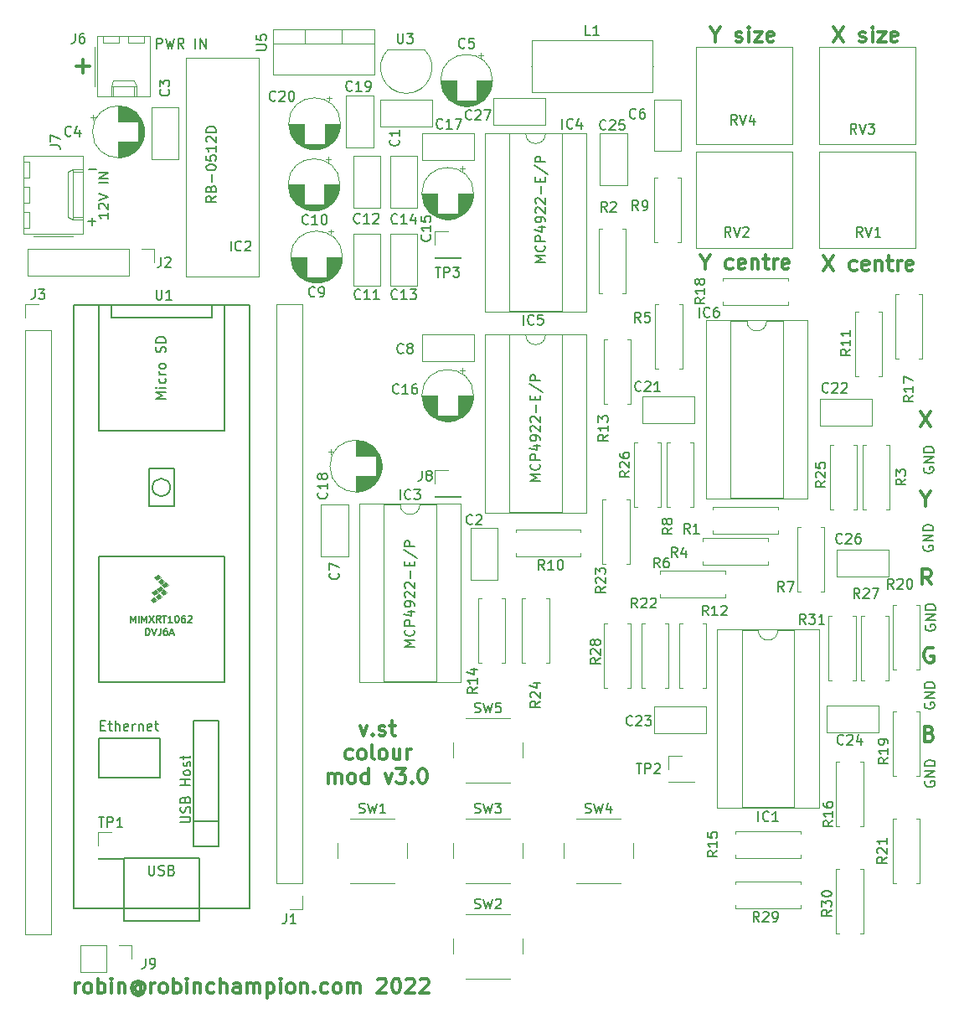
<source format=gbr>
%TF.GenerationSoftware,KiCad,Pcbnew,(6.0.1)*%
%TF.CreationDate,2022-08-30T11:37:44+02:00*%
%TF.ProjectId,vstcm V3_0FC,76737463-6d20-4563-935f-3046432e6b69,rev?*%
%TF.SameCoordinates,Original*%
%TF.FileFunction,Legend,Top*%
%TF.FilePolarity,Positive*%
%FSLAX46Y46*%
G04 Gerber Fmt 4.6, Leading zero omitted, Abs format (unit mm)*
G04 Created by KiCad (PCBNEW (6.0.1)) date 2022-08-30 11:37:44*
%MOMM*%
%LPD*%
G01*
G04 APERTURE LIST*
%ADD10C,0.304800*%
%ADD11C,0.203200*%
%ADD12C,0.300000*%
%ADD13C,0.150000*%
%ADD14C,0.120000*%
%ADD15C,0.100000*%
G04 APERTURE END LIST*
D10*
X38641878Y-87096609D02*
X39996545Y-87096609D01*
X39319212Y-87773942D02*
X39319212Y-86419275D01*
D11*
X124307612Y-135546504D02*
X124259231Y-135643266D01*
X124259231Y-135788409D01*
X124307612Y-135933551D01*
X124404373Y-136030313D01*
X124501135Y-136078694D01*
X124694659Y-136127075D01*
X124839802Y-136127075D01*
X125033326Y-136078694D01*
X125130088Y-136030313D01*
X125226850Y-135933551D01*
X125275231Y-135788409D01*
X125275231Y-135691647D01*
X125226850Y-135546504D01*
X125178469Y-135498123D01*
X124839802Y-135498123D01*
X124839802Y-135691647D01*
X125275231Y-135062694D02*
X124259231Y-135062694D01*
X125275231Y-134482123D01*
X124259231Y-134482123D01*
X125275231Y-133998313D02*
X124259231Y-133998313D01*
X124259231Y-133756409D01*
X124307612Y-133611266D01*
X124404373Y-133514504D01*
X124501135Y-133466123D01*
X124694659Y-133417742D01*
X124839802Y-133417742D01*
X125033326Y-133466123D01*
X125130088Y-133514504D01*
X125226850Y-133611266D01*
X125275231Y-133756409D01*
X125275231Y-133998313D01*
D12*
X67338012Y-153727580D02*
X67695154Y-154727580D01*
X68052297Y-153727580D01*
X68623726Y-154584723D02*
X68695154Y-154656151D01*
X68623726Y-154727580D01*
X68552297Y-154656151D01*
X68623726Y-154584723D01*
X68623726Y-154727580D01*
X69266583Y-154656151D02*
X69409440Y-154727580D01*
X69695154Y-154727580D01*
X69838012Y-154656151D01*
X69909440Y-154513294D01*
X69909440Y-154441866D01*
X69838012Y-154299009D01*
X69695154Y-154227580D01*
X69480869Y-154227580D01*
X69338012Y-154156151D01*
X69266583Y-154013294D01*
X69266583Y-153941866D01*
X69338012Y-153799009D01*
X69480869Y-153727580D01*
X69695154Y-153727580D01*
X69838012Y-153799009D01*
X70338012Y-153727580D02*
X70909440Y-153727580D01*
X70552297Y-153227580D02*
X70552297Y-154513294D01*
X70623726Y-154656151D01*
X70766583Y-154727580D01*
X70909440Y-154727580D01*
X66552297Y-157071151D02*
X66409440Y-157142580D01*
X66123726Y-157142580D01*
X65980869Y-157071151D01*
X65909440Y-156999723D01*
X65838012Y-156856866D01*
X65838012Y-156428294D01*
X65909440Y-156285437D01*
X65980869Y-156214009D01*
X66123726Y-156142580D01*
X66409440Y-156142580D01*
X66552297Y-156214009D01*
X67409440Y-157142580D02*
X67266583Y-157071151D01*
X67195154Y-156999723D01*
X67123726Y-156856866D01*
X67123726Y-156428294D01*
X67195154Y-156285437D01*
X67266583Y-156214009D01*
X67409440Y-156142580D01*
X67623726Y-156142580D01*
X67766583Y-156214009D01*
X67838012Y-156285437D01*
X67909440Y-156428294D01*
X67909440Y-156856866D01*
X67838012Y-156999723D01*
X67766583Y-157071151D01*
X67623726Y-157142580D01*
X67409440Y-157142580D01*
X68766583Y-157142580D02*
X68623726Y-157071151D01*
X68552297Y-156928294D01*
X68552297Y-155642580D01*
X69552297Y-157142580D02*
X69409440Y-157071151D01*
X69338012Y-156999723D01*
X69266583Y-156856866D01*
X69266583Y-156428294D01*
X69338012Y-156285437D01*
X69409440Y-156214009D01*
X69552297Y-156142580D01*
X69766583Y-156142580D01*
X69909440Y-156214009D01*
X69980869Y-156285437D01*
X70052297Y-156428294D01*
X70052297Y-156856866D01*
X69980869Y-156999723D01*
X69909440Y-157071151D01*
X69766583Y-157142580D01*
X69552297Y-157142580D01*
X71338012Y-156142580D02*
X71338012Y-157142580D01*
X70695154Y-156142580D02*
X70695154Y-156928294D01*
X70766583Y-157071151D01*
X70909440Y-157142580D01*
X71123726Y-157142580D01*
X71266583Y-157071151D01*
X71338012Y-156999723D01*
X72052297Y-157142580D02*
X72052297Y-156142580D01*
X72052297Y-156428294D02*
X72123726Y-156285437D01*
X72195154Y-156214009D01*
X72338012Y-156142580D01*
X72480869Y-156142580D01*
X64159440Y-159557580D02*
X64159440Y-158557580D01*
X64159440Y-158700437D02*
X64230869Y-158629009D01*
X64373726Y-158557580D01*
X64588012Y-158557580D01*
X64730869Y-158629009D01*
X64802297Y-158771866D01*
X64802297Y-159557580D01*
X64802297Y-158771866D02*
X64873726Y-158629009D01*
X65016583Y-158557580D01*
X65230869Y-158557580D01*
X65373726Y-158629009D01*
X65445154Y-158771866D01*
X65445154Y-159557580D01*
X66373726Y-159557580D02*
X66230869Y-159486151D01*
X66159440Y-159414723D01*
X66088012Y-159271866D01*
X66088012Y-158843294D01*
X66159440Y-158700437D01*
X66230869Y-158629009D01*
X66373726Y-158557580D01*
X66588012Y-158557580D01*
X66730869Y-158629009D01*
X66802297Y-158700437D01*
X66873726Y-158843294D01*
X66873726Y-159271866D01*
X66802297Y-159414723D01*
X66730869Y-159486151D01*
X66588012Y-159557580D01*
X66373726Y-159557580D01*
X68159440Y-159557580D02*
X68159440Y-158057580D01*
X68159440Y-159486151D02*
X68016583Y-159557580D01*
X67730869Y-159557580D01*
X67588012Y-159486151D01*
X67516583Y-159414723D01*
X67445154Y-159271866D01*
X67445154Y-158843294D01*
X67516583Y-158700437D01*
X67588012Y-158629009D01*
X67730869Y-158557580D01*
X68016583Y-158557580D01*
X68159440Y-158629009D01*
X69873726Y-158557580D02*
X70230869Y-159557580D01*
X70588012Y-158557580D01*
X71016583Y-158057580D02*
X71945154Y-158057580D01*
X71445154Y-158629009D01*
X71659440Y-158629009D01*
X71802297Y-158700437D01*
X71873726Y-158771866D01*
X71945154Y-158914723D01*
X71945154Y-159271866D01*
X71873726Y-159414723D01*
X71802297Y-159486151D01*
X71659440Y-159557580D01*
X71230869Y-159557580D01*
X71088012Y-159486151D01*
X71016583Y-159414723D01*
X72588012Y-159414723D02*
X72659440Y-159486151D01*
X72588012Y-159557580D01*
X72516583Y-159486151D01*
X72588012Y-159414723D01*
X72588012Y-159557580D01*
X73588012Y-158057580D02*
X73730869Y-158057580D01*
X73873726Y-158129009D01*
X73945154Y-158200437D01*
X74016583Y-158343294D01*
X74088012Y-158629009D01*
X74088012Y-158986151D01*
X74016583Y-159271866D01*
X73945154Y-159414723D01*
X73873726Y-159486151D01*
X73730869Y-159557580D01*
X73588012Y-159557580D01*
X73445154Y-159486151D01*
X73373726Y-159414723D01*
X73302297Y-159271866D01*
X73230869Y-158986151D01*
X73230869Y-158629009D01*
X73302297Y-158343294D01*
X73373726Y-158200437D01*
X73445154Y-158129009D01*
X73588012Y-158057580D01*
D10*
X124899069Y-154526351D02*
X125116783Y-154598923D01*
X125189354Y-154671494D01*
X125261926Y-154816637D01*
X125261926Y-155034351D01*
X125189354Y-155179494D01*
X125116783Y-155252066D01*
X124971640Y-155324637D01*
X124391069Y-155324637D01*
X124391069Y-153800637D01*
X124899069Y-153800637D01*
X125044212Y-153873209D01*
X125116783Y-153945780D01*
X125189354Y-154090923D01*
X125189354Y-154236066D01*
X125116783Y-154381209D01*
X125044212Y-154453780D01*
X124899069Y-154526351D01*
X124391069Y-154526351D01*
D12*
X102227571Y-106898285D02*
X102227571Y-107612571D01*
X101727571Y-106112571D02*
X102227571Y-106898285D01*
X102727571Y-106112571D01*
X105013285Y-107541142D02*
X104870428Y-107612571D01*
X104584714Y-107612571D01*
X104441857Y-107541142D01*
X104370428Y-107469714D01*
X104299000Y-107326857D01*
X104299000Y-106898285D01*
X104370428Y-106755428D01*
X104441857Y-106684000D01*
X104584714Y-106612571D01*
X104870428Y-106612571D01*
X105013285Y-106684000D01*
X106227571Y-107541142D02*
X106084714Y-107612571D01*
X105799000Y-107612571D01*
X105656142Y-107541142D01*
X105584714Y-107398285D01*
X105584714Y-106826857D01*
X105656142Y-106684000D01*
X105799000Y-106612571D01*
X106084714Y-106612571D01*
X106227571Y-106684000D01*
X106299000Y-106826857D01*
X106299000Y-106969714D01*
X105584714Y-107112571D01*
X106941857Y-106612571D02*
X106941857Y-107612571D01*
X106941857Y-106755428D02*
X107013285Y-106684000D01*
X107156142Y-106612571D01*
X107370428Y-106612571D01*
X107513285Y-106684000D01*
X107584714Y-106826857D01*
X107584714Y-107612571D01*
X108084714Y-106612571D02*
X108656142Y-106612571D01*
X108299000Y-106112571D02*
X108299000Y-107398285D01*
X108370428Y-107541142D01*
X108513285Y-107612571D01*
X108656142Y-107612571D01*
X109156142Y-107612571D02*
X109156142Y-106612571D01*
X109156142Y-106898285D02*
X109227571Y-106755428D01*
X109299000Y-106684000D01*
X109441857Y-106612571D01*
X109584714Y-106612571D01*
X110656142Y-107541142D02*
X110513285Y-107612571D01*
X110227571Y-107612571D01*
X110084714Y-107541142D01*
X110013285Y-107398285D01*
X110013285Y-106826857D01*
X110084714Y-106684000D01*
X110227571Y-106612571D01*
X110513285Y-106612571D01*
X110656142Y-106684000D01*
X110727571Y-106826857D01*
X110727571Y-106969714D01*
X110013285Y-107112571D01*
D10*
X124028212Y-122025237D02*
X125044212Y-123549237D01*
X125044212Y-122025237D02*
X124028212Y-123549237D01*
X124536212Y-130799123D02*
X124536212Y-131524837D01*
X124028212Y-130000837D02*
X124536212Y-130799123D01*
X125044212Y-130000837D01*
D13*
X46799809Y-85288389D02*
X46799809Y-84288389D01*
X47180761Y-84288389D01*
X47276000Y-84336009D01*
X47323619Y-84383628D01*
X47371238Y-84478866D01*
X47371238Y-84621723D01*
X47323619Y-84716961D01*
X47276000Y-84764580D01*
X47180761Y-84812199D01*
X46799809Y-84812199D01*
X47704571Y-84288389D02*
X47942666Y-85288389D01*
X48133142Y-84574104D01*
X48323619Y-85288389D01*
X48561714Y-84288389D01*
X49514095Y-85288389D02*
X49180761Y-84812199D01*
X48942666Y-85288389D02*
X48942666Y-84288389D01*
X49323619Y-84288389D01*
X49418857Y-84336009D01*
X49466476Y-84383628D01*
X49514095Y-84478866D01*
X49514095Y-84621723D01*
X49466476Y-84716961D01*
X49418857Y-84764580D01*
X49323619Y-84812199D01*
X48942666Y-84812199D01*
X50704571Y-85288389D02*
X50704571Y-84288389D01*
X51180761Y-85288389D02*
X51180761Y-84288389D01*
X51752190Y-85288389D01*
X51752190Y-84288389D01*
D12*
X38566571Y-180764571D02*
X38566571Y-179764571D01*
X38566571Y-180050285D02*
X38637999Y-179907428D01*
X38709428Y-179836000D01*
X38852285Y-179764571D01*
X38995142Y-179764571D01*
X39709428Y-180764571D02*
X39566571Y-180693142D01*
X39495142Y-180621714D01*
X39423714Y-180478857D01*
X39423714Y-180050285D01*
X39495142Y-179907428D01*
X39566571Y-179836000D01*
X39709428Y-179764571D01*
X39923714Y-179764571D01*
X40066571Y-179836000D01*
X40137999Y-179907428D01*
X40209428Y-180050285D01*
X40209428Y-180478857D01*
X40137999Y-180621714D01*
X40066571Y-180693142D01*
X39923714Y-180764571D01*
X39709428Y-180764571D01*
X40852285Y-180764571D02*
X40852285Y-179264571D01*
X40852285Y-179836000D02*
X40995142Y-179764571D01*
X41280857Y-179764571D01*
X41423714Y-179836000D01*
X41495142Y-179907428D01*
X41566571Y-180050285D01*
X41566571Y-180478857D01*
X41495142Y-180621714D01*
X41423714Y-180693142D01*
X41280857Y-180764571D01*
X40995142Y-180764571D01*
X40852285Y-180693142D01*
X42209428Y-180764571D02*
X42209428Y-179764571D01*
X42209428Y-179264571D02*
X42137999Y-179336000D01*
X42209428Y-179407428D01*
X42280857Y-179336000D01*
X42209428Y-179264571D01*
X42209428Y-179407428D01*
X42923714Y-179764571D02*
X42923714Y-180764571D01*
X42923714Y-179907428D02*
X42995142Y-179836000D01*
X43138000Y-179764571D01*
X43352285Y-179764571D01*
X43495142Y-179836000D01*
X43566571Y-179978857D01*
X43566571Y-180764571D01*
X45209428Y-180050285D02*
X45138000Y-179978857D01*
X44995142Y-179907428D01*
X44852285Y-179907428D01*
X44709428Y-179978857D01*
X44638000Y-180050285D01*
X44566571Y-180193142D01*
X44566571Y-180336000D01*
X44638000Y-180478857D01*
X44709428Y-180550285D01*
X44852285Y-180621714D01*
X44995142Y-180621714D01*
X45138000Y-180550285D01*
X45209428Y-180478857D01*
X45209428Y-179907428D02*
X45209428Y-180478857D01*
X45280857Y-180550285D01*
X45352285Y-180550285D01*
X45495142Y-180478857D01*
X45566571Y-180336000D01*
X45566571Y-179978857D01*
X45423714Y-179764571D01*
X45209428Y-179621714D01*
X44923714Y-179550285D01*
X44638000Y-179621714D01*
X44423714Y-179764571D01*
X44280857Y-179978857D01*
X44209428Y-180264571D01*
X44280857Y-180550285D01*
X44423714Y-180764571D01*
X44638000Y-180907428D01*
X44923714Y-180978857D01*
X45209428Y-180907428D01*
X45423714Y-180764571D01*
X46209428Y-180764571D02*
X46209428Y-179764571D01*
X46209428Y-180050285D02*
X46280857Y-179907428D01*
X46352285Y-179836000D01*
X46495142Y-179764571D01*
X46638000Y-179764571D01*
X47352285Y-180764571D02*
X47209428Y-180693142D01*
X47137999Y-180621714D01*
X47066571Y-180478857D01*
X47066571Y-180050285D01*
X47137999Y-179907428D01*
X47209428Y-179836000D01*
X47352285Y-179764571D01*
X47566571Y-179764571D01*
X47709428Y-179836000D01*
X47780857Y-179907428D01*
X47852285Y-180050285D01*
X47852285Y-180478857D01*
X47780857Y-180621714D01*
X47709428Y-180693142D01*
X47566571Y-180764571D01*
X47352285Y-180764571D01*
X48495142Y-180764571D02*
X48495142Y-179264571D01*
X48495142Y-179836000D02*
X48637999Y-179764571D01*
X48923714Y-179764571D01*
X49066571Y-179836000D01*
X49137999Y-179907428D01*
X49209428Y-180050285D01*
X49209428Y-180478857D01*
X49137999Y-180621714D01*
X49066571Y-180693142D01*
X48923714Y-180764571D01*
X48637999Y-180764571D01*
X48495142Y-180693142D01*
X49852285Y-180764571D02*
X49852285Y-179764571D01*
X49852285Y-179264571D02*
X49780857Y-179336000D01*
X49852285Y-179407428D01*
X49923714Y-179336000D01*
X49852285Y-179264571D01*
X49852285Y-179407428D01*
X50566571Y-179764571D02*
X50566571Y-180764571D01*
X50566571Y-179907428D02*
X50637999Y-179836000D01*
X50780857Y-179764571D01*
X50995142Y-179764571D01*
X51137999Y-179836000D01*
X51209428Y-179978857D01*
X51209428Y-180764571D01*
X52566571Y-180693142D02*
X52423714Y-180764571D01*
X52137999Y-180764571D01*
X51995142Y-180693142D01*
X51923714Y-180621714D01*
X51852285Y-180478857D01*
X51852285Y-180050285D01*
X51923714Y-179907428D01*
X51995142Y-179836000D01*
X52137999Y-179764571D01*
X52423714Y-179764571D01*
X52566571Y-179836000D01*
X53209428Y-180764571D02*
X53209428Y-179264571D01*
X53852285Y-180764571D02*
X53852285Y-179978857D01*
X53780857Y-179836000D01*
X53637999Y-179764571D01*
X53423714Y-179764571D01*
X53280857Y-179836000D01*
X53209428Y-179907428D01*
X55209428Y-180764571D02*
X55209428Y-179978857D01*
X55137999Y-179836000D01*
X54995142Y-179764571D01*
X54709428Y-179764571D01*
X54566571Y-179836000D01*
X55209428Y-180693142D02*
X55066571Y-180764571D01*
X54709428Y-180764571D01*
X54566571Y-180693142D01*
X54495142Y-180550285D01*
X54495142Y-180407428D01*
X54566571Y-180264571D01*
X54709428Y-180193142D01*
X55066571Y-180193142D01*
X55209428Y-180121714D01*
X55923714Y-180764571D02*
X55923714Y-179764571D01*
X55923714Y-179907428D02*
X55995142Y-179836000D01*
X56137999Y-179764571D01*
X56352285Y-179764571D01*
X56495142Y-179836000D01*
X56566571Y-179978857D01*
X56566571Y-180764571D01*
X56566571Y-179978857D02*
X56637999Y-179836000D01*
X56780857Y-179764571D01*
X56995142Y-179764571D01*
X57137999Y-179836000D01*
X57209428Y-179978857D01*
X57209428Y-180764571D01*
X57923714Y-179764571D02*
X57923714Y-181264571D01*
X57923714Y-179836000D02*
X58066571Y-179764571D01*
X58352285Y-179764571D01*
X58495142Y-179836000D01*
X58566571Y-179907428D01*
X58637999Y-180050285D01*
X58637999Y-180478857D01*
X58566571Y-180621714D01*
X58495142Y-180693142D01*
X58352285Y-180764571D01*
X58066571Y-180764571D01*
X57923714Y-180693142D01*
X59280857Y-180764571D02*
X59280857Y-179764571D01*
X59280857Y-179264571D02*
X59209428Y-179336000D01*
X59280857Y-179407428D01*
X59352285Y-179336000D01*
X59280857Y-179264571D01*
X59280857Y-179407428D01*
X60209428Y-180764571D02*
X60066571Y-180693142D01*
X59995142Y-180621714D01*
X59923714Y-180478857D01*
X59923714Y-180050285D01*
X59995142Y-179907428D01*
X60066571Y-179836000D01*
X60209428Y-179764571D01*
X60423714Y-179764571D01*
X60566571Y-179836000D01*
X60637999Y-179907428D01*
X60709428Y-180050285D01*
X60709428Y-180478857D01*
X60637999Y-180621714D01*
X60566571Y-180693142D01*
X60423714Y-180764571D01*
X60209428Y-180764571D01*
X61352285Y-179764571D02*
X61352285Y-180764571D01*
X61352285Y-179907428D02*
X61423714Y-179836000D01*
X61566571Y-179764571D01*
X61780857Y-179764571D01*
X61923714Y-179836000D01*
X61995142Y-179978857D01*
X61995142Y-180764571D01*
X62709428Y-180621714D02*
X62780857Y-180693142D01*
X62709428Y-180764571D01*
X62638000Y-180693142D01*
X62709428Y-180621714D01*
X62709428Y-180764571D01*
X64066571Y-180693142D02*
X63923714Y-180764571D01*
X63637999Y-180764571D01*
X63495142Y-180693142D01*
X63423714Y-180621714D01*
X63352285Y-180478857D01*
X63352285Y-180050285D01*
X63423714Y-179907428D01*
X63495142Y-179836000D01*
X63637999Y-179764571D01*
X63923714Y-179764571D01*
X64066571Y-179836000D01*
X64923714Y-180764571D02*
X64780857Y-180693142D01*
X64709428Y-180621714D01*
X64638000Y-180478857D01*
X64638000Y-180050285D01*
X64709428Y-179907428D01*
X64780857Y-179836000D01*
X64923714Y-179764571D01*
X65138000Y-179764571D01*
X65280857Y-179836000D01*
X65352285Y-179907428D01*
X65423714Y-180050285D01*
X65423714Y-180478857D01*
X65352285Y-180621714D01*
X65280857Y-180693142D01*
X65138000Y-180764571D01*
X64923714Y-180764571D01*
X66066571Y-180764571D02*
X66066571Y-179764571D01*
X66066571Y-179907428D02*
X66138000Y-179836000D01*
X66280857Y-179764571D01*
X66495142Y-179764571D01*
X66638000Y-179836000D01*
X66709428Y-179978857D01*
X66709428Y-180764571D01*
X66709428Y-179978857D02*
X66780857Y-179836000D01*
X66923714Y-179764571D01*
X67138000Y-179764571D01*
X67280857Y-179836000D01*
X67352285Y-179978857D01*
X67352285Y-180764571D01*
X69138000Y-179407428D02*
X69209428Y-179336000D01*
X69352285Y-179264571D01*
X69709428Y-179264571D01*
X69852285Y-179336000D01*
X69923714Y-179407428D01*
X69995142Y-179550285D01*
X69995142Y-179693142D01*
X69923714Y-179907428D01*
X69066571Y-180764571D01*
X69995142Y-180764571D01*
X70923714Y-179264571D02*
X71066571Y-179264571D01*
X71209428Y-179336000D01*
X71280857Y-179407428D01*
X71352285Y-179550285D01*
X71423714Y-179836000D01*
X71423714Y-180193142D01*
X71352285Y-180478857D01*
X71280857Y-180621714D01*
X71209428Y-180693142D01*
X71066571Y-180764571D01*
X70923714Y-180764571D01*
X70780857Y-180693142D01*
X70709428Y-180621714D01*
X70638000Y-180478857D01*
X70566571Y-180193142D01*
X70566571Y-179836000D01*
X70638000Y-179550285D01*
X70709428Y-179407428D01*
X70780857Y-179336000D01*
X70923714Y-179264571D01*
X71995142Y-179407428D02*
X72066571Y-179336000D01*
X72209428Y-179264571D01*
X72566571Y-179264571D01*
X72709428Y-179336000D01*
X72780857Y-179407428D01*
X72852285Y-179550285D01*
X72852285Y-179693142D01*
X72780857Y-179907428D01*
X71923714Y-180764571D01*
X72852285Y-180764571D01*
X73423714Y-179407428D02*
X73495142Y-179336000D01*
X73638000Y-179264571D01*
X73995142Y-179264571D01*
X74138000Y-179336000D01*
X74209428Y-179407428D01*
X74280857Y-179550285D01*
X74280857Y-179693142D01*
X74209428Y-179907428D01*
X73352285Y-180764571D01*
X74280857Y-180764571D01*
D11*
X124434612Y-151446904D02*
X124386231Y-151543666D01*
X124386231Y-151688809D01*
X124434612Y-151833951D01*
X124531373Y-151930713D01*
X124628135Y-151979094D01*
X124821659Y-152027475D01*
X124966802Y-152027475D01*
X125160326Y-151979094D01*
X125257088Y-151930713D01*
X125353850Y-151833951D01*
X125402231Y-151688809D01*
X125402231Y-151592047D01*
X125353850Y-151446904D01*
X125305469Y-151398523D01*
X124966802Y-151398523D01*
X124966802Y-151592047D01*
X125402231Y-150963094D02*
X124386231Y-150963094D01*
X125402231Y-150382523D01*
X124386231Y-150382523D01*
X125402231Y-149898713D02*
X124386231Y-149898713D01*
X124386231Y-149656809D01*
X124434612Y-149511666D01*
X124531373Y-149414904D01*
X124628135Y-149366523D01*
X124821659Y-149318142D01*
X124966802Y-149318142D01*
X125160326Y-149366523D01*
X125257088Y-149414904D01*
X125353850Y-149511666D01*
X125402231Y-149656809D01*
X125402231Y-149898713D01*
D12*
X103259285Y-83911285D02*
X103259285Y-84625571D01*
X102759285Y-83125571D02*
X103259285Y-83911285D01*
X103759285Y-83125571D01*
X105330714Y-84554142D02*
X105473571Y-84625571D01*
X105759285Y-84625571D01*
X105902142Y-84554142D01*
X105973571Y-84411285D01*
X105973571Y-84339857D01*
X105902142Y-84197000D01*
X105759285Y-84125571D01*
X105545000Y-84125571D01*
X105402142Y-84054142D01*
X105330714Y-83911285D01*
X105330714Y-83839857D01*
X105402142Y-83697000D01*
X105545000Y-83625571D01*
X105759285Y-83625571D01*
X105902142Y-83697000D01*
X106616428Y-84625571D02*
X106616428Y-83625571D01*
X106616428Y-83125571D02*
X106545000Y-83197000D01*
X106616428Y-83268428D01*
X106687857Y-83197000D01*
X106616428Y-83125571D01*
X106616428Y-83268428D01*
X107187857Y-83625571D02*
X107973571Y-83625571D01*
X107187857Y-84625571D01*
X107973571Y-84625571D01*
X109116428Y-84554142D02*
X108973571Y-84625571D01*
X108687857Y-84625571D01*
X108545000Y-84554142D01*
X108473571Y-84411285D01*
X108473571Y-83839857D01*
X108545000Y-83697000D01*
X108687857Y-83625571D01*
X108973571Y-83625571D01*
X109116428Y-83697000D01*
X109187857Y-83839857D01*
X109187857Y-83982714D01*
X108473571Y-84125571D01*
X115205285Y-83125571D02*
X116205285Y-84625571D01*
X116205285Y-83125571D02*
X115205285Y-84625571D01*
X117848142Y-84554142D02*
X117991000Y-84625571D01*
X118276714Y-84625571D01*
X118419571Y-84554142D01*
X118491000Y-84411285D01*
X118491000Y-84339857D01*
X118419571Y-84197000D01*
X118276714Y-84125571D01*
X118062428Y-84125571D01*
X117919571Y-84054142D01*
X117848142Y-83911285D01*
X117848142Y-83839857D01*
X117919571Y-83697000D01*
X118062428Y-83625571D01*
X118276714Y-83625571D01*
X118419571Y-83697000D01*
X119133857Y-84625571D02*
X119133857Y-83625571D01*
X119133857Y-83125571D02*
X119062428Y-83197000D01*
X119133857Y-83268428D01*
X119205285Y-83197000D01*
X119133857Y-83125571D01*
X119133857Y-83268428D01*
X119705285Y-83625571D02*
X120491000Y-83625571D01*
X119705285Y-84625571D01*
X120491000Y-84625571D01*
X121633857Y-84554142D02*
X121491000Y-84625571D01*
X121205285Y-84625571D01*
X121062428Y-84554142D01*
X120991000Y-84411285D01*
X120991000Y-83839857D01*
X121062428Y-83697000D01*
X121205285Y-83625571D01*
X121491000Y-83625571D01*
X121633857Y-83697000D01*
X121705285Y-83839857D01*
X121705285Y-83982714D01*
X120991000Y-84125571D01*
D10*
X125058726Y-139449637D02*
X124550726Y-138723923D01*
X124187869Y-139449637D02*
X124187869Y-137925637D01*
X124768440Y-137925637D01*
X124913583Y-137998209D01*
X124986154Y-138070780D01*
X125058726Y-138215923D01*
X125058726Y-138433637D01*
X124986154Y-138578780D01*
X124913583Y-138651351D01*
X124768440Y-138723923D01*
X124187869Y-138723923D01*
D13*
X39878059Y-97531237D02*
X40639964Y-97531237D01*
D11*
X124358412Y-127647104D02*
X124310031Y-127743866D01*
X124310031Y-127889009D01*
X124358412Y-128034151D01*
X124455173Y-128130913D01*
X124551935Y-128179294D01*
X124745459Y-128227675D01*
X124890602Y-128227675D01*
X125084126Y-128179294D01*
X125180888Y-128130913D01*
X125277650Y-128034151D01*
X125326031Y-127889009D01*
X125326031Y-127792247D01*
X125277650Y-127647104D01*
X125229269Y-127598723D01*
X124890602Y-127598723D01*
X124890602Y-127792247D01*
X125326031Y-127163294D02*
X124310031Y-127163294D01*
X125326031Y-126582723D01*
X124310031Y-126582723D01*
X125326031Y-126098913D02*
X124310031Y-126098913D01*
X124310031Y-125857009D01*
X124358412Y-125711866D01*
X124455173Y-125615104D01*
X124551935Y-125566723D01*
X124745459Y-125518342D01*
X124890602Y-125518342D01*
X125084126Y-125566723D01*
X125180888Y-125615104D01*
X125277650Y-125711866D01*
X125326031Y-125857009D01*
X125326031Y-126098913D01*
D10*
X125240154Y-145897609D02*
X125095012Y-145825037D01*
X124877297Y-145825037D01*
X124659583Y-145897609D01*
X124514440Y-146042751D01*
X124441869Y-146187894D01*
X124369297Y-146478180D01*
X124369297Y-146695894D01*
X124441869Y-146986180D01*
X124514440Y-147131323D01*
X124659583Y-147276466D01*
X124877297Y-147349037D01*
X125022440Y-147349037D01*
X125240154Y-147276466D01*
X125312726Y-147203894D01*
X125312726Y-146695894D01*
X125022440Y-146695894D01*
D12*
X114173571Y-106239571D02*
X115173571Y-107739571D01*
X115173571Y-106239571D02*
X114173571Y-107739571D01*
X117530714Y-107668142D02*
X117387857Y-107739571D01*
X117102142Y-107739571D01*
X116959285Y-107668142D01*
X116887857Y-107596714D01*
X116816428Y-107453857D01*
X116816428Y-107025285D01*
X116887857Y-106882428D01*
X116959285Y-106811000D01*
X117102142Y-106739571D01*
X117387857Y-106739571D01*
X117530714Y-106811000D01*
X118745000Y-107668142D02*
X118602142Y-107739571D01*
X118316428Y-107739571D01*
X118173571Y-107668142D01*
X118102142Y-107525285D01*
X118102142Y-106953857D01*
X118173571Y-106811000D01*
X118316428Y-106739571D01*
X118602142Y-106739571D01*
X118745000Y-106811000D01*
X118816428Y-106953857D01*
X118816428Y-107096714D01*
X118102142Y-107239571D01*
X119459285Y-106739571D02*
X119459285Y-107739571D01*
X119459285Y-106882428D02*
X119530714Y-106811000D01*
X119673571Y-106739571D01*
X119887857Y-106739571D01*
X120030714Y-106811000D01*
X120102142Y-106953857D01*
X120102142Y-107739571D01*
X120602142Y-106739571D02*
X121173571Y-106739571D01*
X120816428Y-106239571D02*
X120816428Y-107525285D01*
X120887857Y-107668142D01*
X121030714Y-107739571D01*
X121173571Y-107739571D01*
X121673571Y-107739571D02*
X121673571Y-106739571D01*
X121673571Y-107025285D02*
X121745000Y-106882428D01*
X121816428Y-106811000D01*
X121959285Y-106739571D01*
X122102142Y-106739571D01*
X123173571Y-107668142D02*
X123030714Y-107739571D01*
X122745000Y-107739571D01*
X122602142Y-107668142D01*
X122530714Y-107525285D01*
X122530714Y-106953857D01*
X122602142Y-106811000D01*
X122745000Y-106739571D01*
X123030714Y-106739571D01*
X123173571Y-106811000D01*
X123245000Y-106953857D01*
X123245000Y-107096714D01*
X122530714Y-107239571D01*
D11*
X124485412Y-159346304D02*
X124437031Y-159443066D01*
X124437031Y-159588209D01*
X124485412Y-159733351D01*
X124582173Y-159830113D01*
X124678935Y-159878494D01*
X124872459Y-159926875D01*
X125017602Y-159926875D01*
X125211126Y-159878494D01*
X125307888Y-159830113D01*
X125404650Y-159733351D01*
X125453031Y-159588209D01*
X125453031Y-159491447D01*
X125404650Y-159346304D01*
X125356269Y-159297923D01*
X125017602Y-159297923D01*
X125017602Y-159491447D01*
X125453031Y-158862494D02*
X124437031Y-158862494D01*
X125453031Y-158281923D01*
X124437031Y-158281923D01*
X125453031Y-157798113D02*
X124437031Y-157798113D01*
X124437031Y-157556209D01*
X124485412Y-157411066D01*
X124582173Y-157314304D01*
X124678935Y-157265923D01*
X124872459Y-157217542D01*
X125017602Y-157217542D01*
X125211126Y-157265923D01*
X125307888Y-157314304D01*
X125404650Y-157411066D01*
X125453031Y-157556209D01*
X125453031Y-157798113D01*
D13*
X41905192Y-101914113D02*
X41905192Y-102485542D01*
X41905192Y-102199828D02*
X40905192Y-102199828D01*
X41048050Y-102295066D01*
X41143288Y-102390304D01*
X41190907Y-102485542D01*
X41000431Y-101533161D02*
X40952812Y-101485542D01*
X40905192Y-101390304D01*
X40905192Y-101152209D01*
X40952812Y-101056970D01*
X41000431Y-101009351D01*
X41095669Y-100961732D01*
X41190907Y-100961732D01*
X41333764Y-101009351D01*
X41905192Y-101580780D01*
X41905192Y-100961732D01*
X40905192Y-100676018D02*
X41905192Y-100342685D01*
X40905192Y-100009351D01*
X41905192Y-98914113D02*
X40905192Y-98914113D01*
X41905192Y-98437923D02*
X40905192Y-98437923D01*
X41905192Y-97866494D01*
X40905192Y-97866494D01*
D11*
X124510812Y-143572904D02*
X124462431Y-143669666D01*
X124462431Y-143814809D01*
X124510812Y-143959951D01*
X124607573Y-144056713D01*
X124704335Y-144105094D01*
X124897859Y-144153475D01*
X125043002Y-144153475D01*
X125236526Y-144105094D01*
X125333288Y-144056713D01*
X125430050Y-143959951D01*
X125478431Y-143814809D01*
X125478431Y-143718047D01*
X125430050Y-143572904D01*
X125381669Y-143524523D01*
X125043002Y-143524523D01*
X125043002Y-143718047D01*
X125478431Y-143089094D02*
X124462431Y-143089094D01*
X125478431Y-142508523D01*
X124462431Y-142508523D01*
X125478431Y-142024713D02*
X124462431Y-142024713D01*
X124462431Y-141782809D01*
X124510812Y-141637666D01*
X124607573Y-141540904D01*
X124704335Y-141492523D01*
X124897859Y-141444142D01*
X125043002Y-141444142D01*
X125236526Y-141492523D01*
X125333288Y-141540904D01*
X125430050Y-141637666D01*
X125478431Y-141782809D01*
X125478431Y-142024713D01*
D13*
X39852659Y-102789037D02*
X40614564Y-102789037D01*
X40233612Y-103169989D02*
X40233612Y-102408085D01*
%TO.C,IC4*%
X87796809Y-93416380D02*
X87796809Y-92416380D01*
X88844428Y-93321142D02*
X88796809Y-93368761D01*
X88653952Y-93416380D01*
X88558714Y-93416380D01*
X88415857Y-93368761D01*
X88320619Y-93273523D01*
X88273000Y-93178285D01*
X88225380Y-92987809D01*
X88225380Y-92844952D01*
X88273000Y-92654476D01*
X88320619Y-92559238D01*
X88415857Y-92464000D01*
X88558714Y-92416380D01*
X88653952Y-92416380D01*
X88796809Y-92464000D01*
X88844428Y-92511619D01*
X89701571Y-92749714D02*
X89701571Y-93416380D01*
X89463476Y-92368761D02*
X89225380Y-93083047D01*
X89844428Y-93083047D01*
X86040380Y-106938333D02*
X85040380Y-106938333D01*
X85754666Y-106605000D01*
X85040380Y-106271666D01*
X86040380Y-106271666D01*
X85945142Y-105224047D02*
X85992761Y-105271666D01*
X86040380Y-105414523D01*
X86040380Y-105509761D01*
X85992761Y-105652619D01*
X85897523Y-105747857D01*
X85802285Y-105795476D01*
X85611809Y-105843095D01*
X85468952Y-105843095D01*
X85278476Y-105795476D01*
X85183238Y-105747857D01*
X85088000Y-105652619D01*
X85040380Y-105509761D01*
X85040380Y-105414523D01*
X85088000Y-105271666D01*
X85135619Y-105224047D01*
X86040380Y-104795476D02*
X85040380Y-104795476D01*
X85040380Y-104414523D01*
X85088000Y-104319285D01*
X85135619Y-104271666D01*
X85230857Y-104224047D01*
X85373714Y-104224047D01*
X85468952Y-104271666D01*
X85516571Y-104319285D01*
X85564190Y-104414523D01*
X85564190Y-104795476D01*
X85373714Y-103366904D02*
X86040380Y-103366904D01*
X84992761Y-103605000D02*
X85707047Y-103843095D01*
X85707047Y-103224047D01*
X86040380Y-102795476D02*
X86040380Y-102605000D01*
X85992761Y-102509761D01*
X85945142Y-102462142D01*
X85802285Y-102366904D01*
X85611809Y-102319285D01*
X85230857Y-102319285D01*
X85135619Y-102366904D01*
X85088000Y-102414523D01*
X85040380Y-102509761D01*
X85040380Y-102700238D01*
X85088000Y-102795476D01*
X85135619Y-102843095D01*
X85230857Y-102890714D01*
X85468952Y-102890714D01*
X85564190Y-102843095D01*
X85611809Y-102795476D01*
X85659428Y-102700238D01*
X85659428Y-102509761D01*
X85611809Y-102414523D01*
X85564190Y-102366904D01*
X85468952Y-102319285D01*
X85135619Y-101938333D02*
X85088000Y-101890714D01*
X85040380Y-101795476D01*
X85040380Y-101557380D01*
X85088000Y-101462142D01*
X85135619Y-101414523D01*
X85230857Y-101366904D01*
X85326095Y-101366904D01*
X85468952Y-101414523D01*
X86040380Y-101985952D01*
X86040380Y-101366904D01*
X85135619Y-100985952D02*
X85088000Y-100938333D01*
X85040380Y-100843095D01*
X85040380Y-100605000D01*
X85088000Y-100509761D01*
X85135619Y-100462142D01*
X85230857Y-100414523D01*
X85326095Y-100414523D01*
X85468952Y-100462142D01*
X86040380Y-101033571D01*
X86040380Y-100414523D01*
X85659428Y-99985952D02*
X85659428Y-99224047D01*
X85516571Y-98747857D02*
X85516571Y-98414523D01*
X86040380Y-98271666D02*
X86040380Y-98747857D01*
X85040380Y-98747857D01*
X85040380Y-98271666D01*
X84992761Y-97128809D02*
X86278476Y-97985952D01*
X86040380Y-96795476D02*
X85040380Y-96795476D01*
X85040380Y-96414523D01*
X85088000Y-96319285D01*
X85135619Y-96271666D01*
X85230857Y-96224047D01*
X85373714Y-96224047D01*
X85468952Y-96271666D01*
X85516571Y-96319285D01*
X85564190Y-96414523D01*
X85564190Y-96795476D01*
%TO.C,U5*%
X56856380Y-85470904D02*
X57665904Y-85470904D01*
X57761142Y-85423285D01*
X57808761Y-85375666D01*
X57856380Y-85280428D01*
X57856380Y-85089952D01*
X57808761Y-84994714D01*
X57761142Y-84947095D01*
X57665904Y-84899476D01*
X56856380Y-84899476D01*
X56856380Y-83947095D02*
X56856380Y-84423285D01*
X57332571Y-84470904D01*
X57284952Y-84423285D01*
X57237333Y-84328047D01*
X57237333Y-84089952D01*
X57284952Y-83994714D01*
X57332571Y-83947095D01*
X57427809Y-83899476D01*
X57665904Y-83899476D01*
X57761142Y-83947095D01*
X57808761Y-83994714D01*
X57856380Y-84089952D01*
X57856380Y-84328047D01*
X57808761Y-84423285D01*
X57761142Y-84470904D01*
%TO.C,R15*%
X103449380Y-166377857D02*
X102973190Y-166711190D01*
X103449380Y-166949285D02*
X102449380Y-166949285D01*
X102449380Y-166568333D01*
X102497000Y-166473095D01*
X102544619Y-166425476D01*
X102639857Y-166377857D01*
X102782714Y-166377857D01*
X102877952Y-166425476D01*
X102925571Y-166473095D01*
X102973190Y-166568333D01*
X102973190Y-166949285D01*
X103449380Y-165425476D02*
X103449380Y-165996904D01*
X103449380Y-165711190D02*
X102449380Y-165711190D01*
X102592238Y-165806428D01*
X102687476Y-165901666D01*
X102735095Y-165996904D01*
X102449380Y-164520714D02*
X102449380Y-164996904D01*
X102925571Y-165044523D01*
X102877952Y-164996904D01*
X102830333Y-164901666D01*
X102830333Y-164663571D01*
X102877952Y-164568333D01*
X102925571Y-164520714D01*
X103020809Y-164473095D01*
X103258904Y-164473095D01*
X103354142Y-164520714D01*
X103401761Y-164568333D01*
X103449380Y-164663571D01*
X103449380Y-164901666D01*
X103401761Y-164996904D01*
X103354142Y-165044523D01*
%TO.C,SW2*%
X78930666Y-172176761D02*
X79073523Y-172224380D01*
X79311619Y-172224380D01*
X79406857Y-172176761D01*
X79454476Y-172129142D01*
X79502095Y-172033904D01*
X79502095Y-171938666D01*
X79454476Y-171843428D01*
X79406857Y-171795809D01*
X79311619Y-171748190D01*
X79121142Y-171700571D01*
X79025904Y-171652952D01*
X78978285Y-171605333D01*
X78930666Y-171510095D01*
X78930666Y-171414857D01*
X78978285Y-171319619D01*
X79025904Y-171272000D01*
X79121142Y-171224380D01*
X79359238Y-171224380D01*
X79502095Y-171272000D01*
X79835428Y-171224380D02*
X80073523Y-172224380D01*
X80264000Y-171510095D01*
X80454476Y-172224380D01*
X80692571Y-171224380D01*
X81025904Y-171319619D02*
X81073523Y-171272000D01*
X81168761Y-171224380D01*
X81406857Y-171224380D01*
X81502095Y-171272000D01*
X81549714Y-171319619D01*
X81597333Y-171414857D01*
X81597333Y-171510095D01*
X81549714Y-171652952D01*
X80978285Y-172224380D01*
X81597333Y-172224380D01*
%TO.C,R21*%
X120594380Y-167012857D02*
X120118190Y-167346190D01*
X120594380Y-167584285D02*
X119594380Y-167584285D01*
X119594380Y-167203333D01*
X119642000Y-167108095D01*
X119689619Y-167060476D01*
X119784857Y-167012857D01*
X119927714Y-167012857D01*
X120022952Y-167060476D01*
X120070571Y-167108095D01*
X120118190Y-167203333D01*
X120118190Y-167584285D01*
X119689619Y-166631904D02*
X119642000Y-166584285D01*
X119594380Y-166489047D01*
X119594380Y-166250952D01*
X119642000Y-166155714D01*
X119689619Y-166108095D01*
X119784857Y-166060476D01*
X119880095Y-166060476D01*
X120022952Y-166108095D01*
X120594380Y-166679523D01*
X120594380Y-166060476D01*
X120594380Y-165108095D02*
X120594380Y-165679523D01*
X120594380Y-165393809D02*
X119594380Y-165393809D01*
X119737238Y-165489047D01*
X119832476Y-165584285D01*
X119880095Y-165679523D01*
%TO.C,RV1*%
X118149761Y-104338380D02*
X117816428Y-103862190D01*
X117578333Y-104338380D02*
X117578333Y-103338380D01*
X117959285Y-103338380D01*
X118054523Y-103386000D01*
X118102142Y-103433619D01*
X118149761Y-103528857D01*
X118149761Y-103671714D01*
X118102142Y-103766952D01*
X118054523Y-103814571D01*
X117959285Y-103862190D01*
X117578333Y-103862190D01*
X118435476Y-103338380D02*
X118768809Y-104338380D01*
X119102142Y-103338380D01*
X119959285Y-104338380D02*
X119387857Y-104338380D01*
X119673571Y-104338380D02*
X119673571Y-103338380D01*
X119578333Y-103481238D01*
X119483095Y-103576476D01*
X119387857Y-103624095D01*
%TO.C,R4*%
X99401333Y-136723380D02*
X99068000Y-136247190D01*
X98829904Y-136723380D02*
X98829904Y-135723380D01*
X99210857Y-135723380D01*
X99306095Y-135771000D01*
X99353714Y-135818619D01*
X99401333Y-135913857D01*
X99401333Y-136056714D01*
X99353714Y-136151952D01*
X99306095Y-136199571D01*
X99210857Y-136247190D01*
X98829904Y-136247190D01*
X100258476Y-136056714D02*
X100258476Y-136723380D01*
X100020380Y-135675761D02*
X99782285Y-136390047D01*
X100401333Y-136390047D01*
%TO.C,C18*%
X63952142Y-130182857D02*
X63999761Y-130230476D01*
X64047380Y-130373333D01*
X64047380Y-130468571D01*
X63999761Y-130611428D01*
X63904523Y-130706666D01*
X63809285Y-130754285D01*
X63618809Y-130801904D01*
X63475952Y-130801904D01*
X63285476Y-130754285D01*
X63190238Y-130706666D01*
X63095000Y-130611428D01*
X63047380Y-130468571D01*
X63047380Y-130373333D01*
X63095000Y-130230476D01*
X63142619Y-130182857D01*
X64047380Y-129230476D02*
X64047380Y-129801904D01*
X64047380Y-129516190D02*
X63047380Y-129516190D01*
X63190238Y-129611428D01*
X63285476Y-129706666D01*
X63333095Y-129801904D01*
X63475952Y-128659047D02*
X63428333Y-128754285D01*
X63380714Y-128801904D01*
X63285476Y-128849523D01*
X63237857Y-128849523D01*
X63142619Y-128801904D01*
X63095000Y-128754285D01*
X63047380Y-128659047D01*
X63047380Y-128468571D01*
X63095000Y-128373333D01*
X63142619Y-128325714D01*
X63237857Y-128278095D01*
X63285476Y-128278095D01*
X63380714Y-128325714D01*
X63428333Y-128373333D01*
X63475952Y-128468571D01*
X63475952Y-128659047D01*
X63523571Y-128754285D01*
X63571190Y-128801904D01*
X63666428Y-128849523D01*
X63856904Y-128849523D01*
X63952142Y-128801904D01*
X63999761Y-128754285D01*
X64047380Y-128659047D01*
X64047380Y-128468571D01*
X63999761Y-128373333D01*
X63952142Y-128325714D01*
X63856904Y-128278095D01*
X63666428Y-128278095D01*
X63571190Y-128325714D01*
X63523571Y-128373333D01*
X63475952Y-128468571D01*
%TO.C,C22*%
X114673142Y-119991142D02*
X114625523Y-120038761D01*
X114482666Y-120086380D01*
X114387428Y-120086380D01*
X114244571Y-120038761D01*
X114149333Y-119943523D01*
X114101714Y-119848285D01*
X114054095Y-119657809D01*
X114054095Y-119514952D01*
X114101714Y-119324476D01*
X114149333Y-119229238D01*
X114244571Y-119134000D01*
X114387428Y-119086380D01*
X114482666Y-119086380D01*
X114625523Y-119134000D01*
X114673142Y-119181619D01*
X115054095Y-119181619D02*
X115101714Y-119134000D01*
X115196952Y-119086380D01*
X115435047Y-119086380D01*
X115530285Y-119134000D01*
X115577904Y-119181619D01*
X115625523Y-119276857D01*
X115625523Y-119372095D01*
X115577904Y-119514952D01*
X115006476Y-120086380D01*
X115625523Y-120086380D01*
X116006476Y-119181619D02*
X116054095Y-119134000D01*
X116149333Y-119086380D01*
X116387428Y-119086380D01*
X116482666Y-119134000D01*
X116530285Y-119181619D01*
X116577904Y-119276857D01*
X116577904Y-119372095D01*
X116530285Y-119514952D01*
X115958857Y-120086380D01*
X116577904Y-120086380D01*
%TO.C,R17*%
X123261380Y-120403857D02*
X122785190Y-120737190D01*
X123261380Y-120975285D02*
X122261380Y-120975285D01*
X122261380Y-120594333D01*
X122309000Y-120499095D01*
X122356619Y-120451476D01*
X122451857Y-120403857D01*
X122594714Y-120403857D01*
X122689952Y-120451476D01*
X122737571Y-120499095D01*
X122785190Y-120594333D01*
X122785190Y-120975285D01*
X123261380Y-119451476D02*
X123261380Y-120022904D01*
X123261380Y-119737190D02*
X122261380Y-119737190D01*
X122404238Y-119832428D01*
X122499476Y-119927666D01*
X122547095Y-120022904D01*
X122261380Y-119118142D02*
X122261380Y-118451476D01*
X123261380Y-118880047D01*
%TO.C,C12*%
X67327542Y-102891542D02*
X67279923Y-102939161D01*
X67137066Y-102986780D01*
X67041828Y-102986780D01*
X66898971Y-102939161D01*
X66803733Y-102843923D01*
X66756114Y-102748685D01*
X66708495Y-102558209D01*
X66708495Y-102415352D01*
X66756114Y-102224876D01*
X66803733Y-102129638D01*
X66898971Y-102034400D01*
X67041828Y-101986780D01*
X67137066Y-101986780D01*
X67279923Y-102034400D01*
X67327542Y-102082019D01*
X68279923Y-102986780D02*
X67708495Y-102986780D01*
X67994209Y-102986780D02*
X67994209Y-101986780D01*
X67898971Y-102129638D01*
X67803733Y-102224876D01*
X67708495Y-102272495D01*
X68660876Y-102082019D02*
X68708495Y-102034400D01*
X68803733Y-101986780D01*
X69041828Y-101986780D01*
X69137066Y-102034400D01*
X69184685Y-102082019D01*
X69232304Y-102177257D01*
X69232304Y-102272495D01*
X69184685Y-102415352D01*
X68613257Y-102986780D01*
X69232304Y-102986780D01*
%TO.C,R24*%
X85542380Y-151264857D02*
X85066190Y-151598190D01*
X85542380Y-151836285D02*
X84542380Y-151836285D01*
X84542380Y-151455333D01*
X84590000Y-151360095D01*
X84637619Y-151312476D01*
X84732857Y-151264857D01*
X84875714Y-151264857D01*
X84970952Y-151312476D01*
X85018571Y-151360095D01*
X85066190Y-151455333D01*
X85066190Y-151836285D01*
X84637619Y-150883904D02*
X84590000Y-150836285D01*
X84542380Y-150741047D01*
X84542380Y-150502952D01*
X84590000Y-150407714D01*
X84637619Y-150360095D01*
X84732857Y-150312476D01*
X84828095Y-150312476D01*
X84970952Y-150360095D01*
X85542380Y-150931523D01*
X85542380Y-150312476D01*
X84875714Y-149455333D02*
X85542380Y-149455333D01*
X84494761Y-149693428D02*
X85209047Y-149931523D01*
X85209047Y-149312476D01*
%TO.C,SW4*%
X90106666Y-162524761D02*
X90249523Y-162572380D01*
X90487619Y-162572380D01*
X90582857Y-162524761D01*
X90630476Y-162477142D01*
X90678095Y-162381904D01*
X90678095Y-162286666D01*
X90630476Y-162191428D01*
X90582857Y-162143809D01*
X90487619Y-162096190D01*
X90297142Y-162048571D01*
X90201904Y-162000952D01*
X90154285Y-161953333D01*
X90106666Y-161858095D01*
X90106666Y-161762857D01*
X90154285Y-161667619D01*
X90201904Y-161620000D01*
X90297142Y-161572380D01*
X90535238Y-161572380D01*
X90678095Y-161620000D01*
X91011428Y-161572380D02*
X91249523Y-162572380D01*
X91440000Y-161858095D01*
X91630476Y-162572380D01*
X91868571Y-161572380D01*
X92678095Y-161905714D02*
X92678095Y-162572380D01*
X92440000Y-161524761D02*
X92201904Y-162239047D01*
X92820952Y-162239047D01*
%TO.C,R11*%
X116911380Y-115704857D02*
X116435190Y-116038190D01*
X116911380Y-116276285D02*
X115911380Y-116276285D01*
X115911380Y-115895333D01*
X115959000Y-115800095D01*
X116006619Y-115752476D01*
X116101857Y-115704857D01*
X116244714Y-115704857D01*
X116339952Y-115752476D01*
X116387571Y-115800095D01*
X116435190Y-115895333D01*
X116435190Y-116276285D01*
X116911380Y-114752476D02*
X116911380Y-115323904D01*
X116911380Y-115038190D02*
X115911380Y-115038190D01*
X116054238Y-115133428D01*
X116149476Y-115228666D01*
X116197095Y-115323904D01*
X116911380Y-113800095D02*
X116911380Y-114371523D01*
X116911380Y-114085809D02*
X115911380Y-114085809D01*
X116054238Y-114181047D01*
X116149476Y-114276285D01*
X116197095Y-114371523D01*
%TO.C,SW5*%
X78930666Y-152364761D02*
X79073523Y-152412380D01*
X79311619Y-152412380D01*
X79406857Y-152364761D01*
X79454476Y-152317142D01*
X79502095Y-152221904D01*
X79502095Y-152126666D01*
X79454476Y-152031428D01*
X79406857Y-151983809D01*
X79311619Y-151936190D01*
X79121142Y-151888571D01*
X79025904Y-151840952D01*
X78978285Y-151793333D01*
X78930666Y-151698095D01*
X78930666Y-151602857D01*
X78978285Y-151507619D01*
X79025904Y-151460000D01*
X79121142Y-151412380D01*
X79359238Y-151412380D01*
X79502095Y-151460000D01*
X79835428Y-151412380D02*
X80073523Y-152412380D01*
X80264000Y-151698095D01*
X80454476Y-152412380D01*
X80692571Y-151412380D01*
X81549714Y-151412380D02*
X81073523Y-151412380D01*
X81025904Y-151888571D01*
X81073523Y-151840952D01*
X81168761Y-151793333D01*
X81406857Y-151793333D01*
X81502095Y-151840952D01*
X81549714Y-151888571D01*
X81597333Y-151983809D01*
X81597333Y-152221904D01*
X81549714Y-152317142D01*
X81502095Y-152364761D01*
X81406857Y-152412380D01*
X81168761Y-152412380D01*
X81073523Y-152364761D01*
X81025904Y-152317142D01*
%TO.C,R23*%
X92146380Y-139707857D02*
X91670190Y-140041190D01*
X92146380Y-140279285D02*
X91146380Y-140279285D01*
X91146380Y-139898333D01*
X91194000Y-139803095D01*
X91241619Y-139755476D01*
X91336857Y-139707857D01*
X91479714Y-139707857D01*
X91574952Y-139755476D01*
X91622571Y-139803095D01*
X91670190Y-139898333D01*
X91670190Y-140279285D01*
X91241619Y-139326904D02*
X91194000Y-139279285D01*
X91146380Y-139184047D01*
X91146380Y-138945952D01*
X91194000Y-138850714D01*
X91241619Y-138803095D01*
X91336857Y-138755476D01*
X91432095Y-138755476D01*
X91574952Y-138803095D01*
X92146380Y-139374523D01*
X92146380Y-138755476D01*
X91146380Y-138422142D02*
X91146380Y-137803095D01*
X91527333Y-138136428D01*
X91527333Y-137993571D01*
X91574952Y-137898333D01*
X91622571Y-137850714D01*
X91717809Y-137803095D01*
X91955904Y-137803095D01*
X92051142Y-137850714D01*
X92098761Y-137898333D01*
X92146380Y-137993571D01*
X92146380Y-138279285D01*
X92098761Y-138374523D01*
X92051142Y-138422142D01*
%TO.C,C2*%
X78700333Y-133326142D02*
X78652714Y-133373761D01*
X78509857Y-133421380D01*
X78414619Y-133421380D01*
X78271761Y-133373761D01*
X78176523Y-133278523D01*
X78128904Y-133183285D01*
X78081285Y-132992809D01*
X78081285Y-132849952D01*
X78128904Y-132659476D01*
X78176523Y-132564238D01*
X78271761Y-132469000D01*
X78414619Y-132421380D01*
X78509857Y-132421380D01*
X78652714Y-132469000D01*
X78700333Y-132516619D01*
X79081285Y-132516619D02*
X79128904Y-132469000D01*
X79224142Y-132421380D01*
X79462238Y-132421380D01*
X79557476Y-132469000D01*
X79605095Y-132516619D01*
X79652714Y-132611857D01*
X79652714Y-132707095D01*
X79605095Y-132849952D01*
X79033666Y-133421380D01*
X79652714Y-133421380D01*
%TO.C,IC3*%
X71413809Y-130881380D02*
X71413809Y-129881380D01*
X72461428Y-130786142D02*
X72413809Y-130833761D01*
X72270952Y-130881380D01*
X72175714Y-130881380D01*
X72032857Y-130833761D01*
X71937619Y-130738523D01*
X71890000Y-130643285D01*
X71842380Y-130452809D01*
X71842380Y-130309952D01*
X71890000Y-130119476D01*
X71937619Y-130024238D01*
X72032857Y-129929000D01*
X72175714Y-129881380D01*
X72270952Y-129881380D01*
X72413809Y-129929000D01*
X72461428Y-129976619D01*
X72794761Y-129881380D02*
X73413809Y-129881380D01*
X73080476Y-130262333D01*
X73223333Y-130262333D01*
X73318571Y-130309952D01*
X73366190Y-130357571D01*
X73413809Y-130452809D01*
X73413809Y-130690904D01*
X73366190Y-130786142D01*
X73318571Y-130833761D01*
X73223333Y-130881380D01*
X72937619Y-130881380D01*
X72842380Y-130833761D01*
X72794761Y-130786142D01*
X72832380Y-145773333D02*
X71832380Y-145773333D01*
X72546666Y-145440000D01*
X71832380Y-145106666D01*
X72832380Y-145106666D01*
X72737142Y-144059047D02*
X72784761Y-144106666D01*
X72832380Y-144249523D01*
X72832380Y-144344761D01*
X72784761Y-144487619D01*
X72689523Y-144582857D01*
X72594285Y-144630476D01*
X72403809Y-144678095D01*
X72260952Y-144678095D01*
X72070476Y-144630476D01*
X71975238Y-144582857D01*
X71880000Y-144487619D01*
X71832380Y-144344761D01*
X71832380Y-144249523D01*
X71880000Y-144106666D01*
X71927619Y-144059047D01*
X72832380Y-143630476D02*
X71832380Y-143630476D01*
X71832380Y-143249523D01*
X71880000Y-143154285D01*
X71927619Y-143106666D01*
X72022857Y-143059047D01*
X72165714Y-143059047D01*
X72260952Y-143106666D01*
X72308571Y-143154285D01*
X72356190Y-143249523D01*
X72356190Y-143630476D01*
X72165714Y-142201904D02*
X72832380Y-142201904D01*
X71784761Y-142440000D02*
X72499047Y-142678095D01*
X72499047Y-142059047D01*
X72832380Y-141630476D02*
X72832380Y-141440000D01*
X72784761Y-141344761D01*
X72737142Y-141297142D01*
X72594285Y-141201904D01*
X72403809Y-141154285D01*
X72022857Y-141154285D01*
X71927619Y-141201904D01*
X71880000Y-141249523D01*
X71832380Y-141344761D01*
X71832380Y-141535238D01*
X71880000Y-141630476D01*
X71927619Y-141678095D01*
X72022857Y-141725714D01*
X72260952Y-141725714D01*
X72356190Y-141678095D01*
X72403809Y-141630476D01*
X72451428Y-141535238D01*
X72451428Y-141344761D01*
X72403809Y-141249523D01*
X72356190Y-141201904D01*
X72260952Y-141154285D01*
X71927619Y-140773333D02*
X71880000Y-140725714D01*
X71832380Y-140630476D01*
X71832380Y-140392380D01*
X71880000Y-140297142D01*
X71927619Y-140249523D01*
X72022857Y-140201904D01*
X72118095Y-140201904D01*
X72260952Y-140249523D01*
X72832380Y-140820952D01*
X72832380Y-140201904D01*
X71927619Y-139820952D02*
X71880000Y-139773333D01*
X71832380Y-139678095D01*
X71832380Y-139440000D01*
X71880000Y-139344761D01*
X71927619Y-139297142D01*
X72022857Y-139249523D01*
X72118095Y-139249523D01*
X72260952Y-139297142D01*
X72832380Y-139868571D01*
X72832380Y-139249523D01*
X72451428Y-138820952D02*
X72451428Y-138059047D01*
X72308571Y-137582857D02*
X72308571Y-137249523D01*
X72832380Y-137106666D02*
X72832380Y-137582857D01*
X71832380Y-137582857D01*
X71832380Y-137106666D01*
X71784761Y-135963809D02*
X73070476Y-136820952D01*
X72832380Y-135630476D02*
X71832380Y-135630476D01*
X71832380Y-135249523D01*
X71880000Y-135154285D01*
X71927619Y-135106666D01*
X72022857Y-135059047D01*
X72165714Y-135059047D01*
X72260952Y-135106666D01*
X72308571Y-135154285D01*
X72356190Y-135249523D01*
X72356190Y-135630476D01*
%TO.C,C4*%
X38126445Y-94083142D02*
X38078826Y-94130761D01*
X37935969Y-94178380D01*
X37840731Y-94178380D01*
X37697873Y-94130761D01*
X37602635Y-94035523D01*
X37555016Y-93940285D01*
X37507397Y-93749809D01*
X37507397Y-93606952D01*
X37555016Y-93416476D01*
X37602635Y-93321238D01*
X37697873Y-93226000D01*
X37840731Y-93178380D01*
X37935969Y-93178380D01*
X38078826Y-93226000D01*
X38126445Y-93273619D01*
X38983588Y-93511714D02*
X38983588Y-94178380D01*
X38745492Y-93130761D02*
X38507397Y-93845047D01*
X39126445Y-93845047D01*
%TO.C,R8*%
X98877380Y-133770666D02*
X98401190Y-134104000D01*
X98877380Y-134342095D02*
X97877380Y-134342095D01*
X97877380Y-133961142D01*
X97925000Y-133865904D01*
X97972619Y-133818285D01*
X98067857Y-133770666D01*
X98210714Y-133770666D01*
X98305952Y-133818285D01*
X98353571Y-133865904D01*
X98401190Y-133961142D01*
X98401190Y-134342095D01*
X98305952Y-133199238D02*
X98258333Y-133294476D01*
X98210714Y-133342095D01*
X98115476Y-133389714D01*
X98067857Y-133389714D01*
X97972619Y-133342095D01*
X97925000Y-133294476D01*
X97877380Y-133199238D01*
X97877380Y-133008761D01*
X97925000Y-132913523D01*
X97972619Y-132865904D01*
X98067857Y-132818285D01*
X98115476Y-132818285D01*
X98210714Y-132865904D01*
X98258333Y-132913523D01*
X98305952Y-133008761D01*
X98305952Y-133199238D01*
X98353571Y-133294476D01*
X98401190Y-133342095D01*
X98496428Y-133389714D01*
X98686904Y-133389714D01*
X98782142Y-133342095D01*
X98829761Y-133294476D01*
X98877380Y-133199238D01*
X98877380Y-133008761D01*
X98829761Y-132913523D01*
X98782142Y-132865904D01*
X98686904Y-132818285D01*
X98496428Y-132818285D01*
X98401190Y-132865904D01*
X98353571Y-132913523D01*
X98305952Y-133008761D01*
%TO.C,TP1*%
X40902095Y-162984380D02*
X41473523Y-162984380D01*
X41187809Y-163984380D02*
X41187809Y-162984380D01*
X41806857Y-163984380D02*
X41806857Y-162984380D01*
X42187809Y-162984380D01*
X42283047Y-163032000D01*
X42330666Y-163079619D01*
X42378285Y-163174857D01*
X42378285Y-163317714D01*
X42330666Y-163412952D01*
X42283047Y-163460571D01*
X42187809Y-163508190D01*
X41806857Y-163508190D01*
X43330666Y-163984380D02*
X42759238Y-163984380D01*
X43044952Y-163984380D02*
X43044952Y-162984380D01*
X42949714Y-163127238D01*
X42854476Y-163222476D01*
X42759238Y-163270095D01*
%TO.C,C20*%
X58793142Y-90527142D02*
X58745523Y-90574761D01*
X58602666Y-90622380D01*
X58507428Y-90622380D01*
X58364571Y-90574761D01*
X58269333Y-90479523D01*
X58221714Y-90384285D01*
X58174095Y-90193809D01*
X58174095Y-90050952D01*
X58221714Y-89860476D01*
X58269333Y-89765238D01*
X58364571Y-89670000D01*
X58507428Y-89622380D01*
X58602666Y-89622380D01*
X58745523Y-89670000D01*
X58793142Y-89717619D01*
X59174095Y-89717619D02*
X59221714Y-89670000D01*
X59316952Y-89622380D01*
X59555047Y-89622380D01*
X59650285Y-89670000D01*
X59697904Y-89717619D01*
X59745523Y-89812857D01*
X59745523Y-89908095D01*
X59697904Y-90050952D01*
X59126476Y-90622380D01*
X59745523Y-90622380D01*
X60364571Y-89622380D02*
X60459809Y-89622380D01*
X60555047Y-89670000D01*
X60602666Y-89717619D01*
X60650285Y-89812857D01*
X60697904Y-90003333D01*
X60697904Y-90241428D01*
X60650285Y-90431904D01*
X60602666Y-90527142D01*
X60555047Y-90574761D01*
X60459809Y-90622380D01*
X60364571Y-90622380D01*
X60269333Y-90574761D01*
X60221714Y-90527142D01*
X60174095Y-90431904D01*
X60126476Y-90241428D01*
X60126476Y-90003333D01*
X60174095Y-89812857D01*
X60221714Y-89717619D01*
X60269333Y-89670000D01*
X60364571Y-89622380D01*
%TO.C,J7*%
X36028380Y-95075333D02*
X36742666Y-95075333D01*
X36885523Y-95122952D01*
X36980761Y-95218190D01*
X37028380Y-95361047D01*
X37028380Y-95456285D01*
X36028380Y-94694380D02*
X36028380Y-94027714D01*
X37028380Y-94456285D01*
%TO.C,IC1*%
X107608809Y-163398380D02*
X107608809Y-162398380D01*
X108656428Y-163303142D02*
X108608809Y-163350761D01*
X108465952Y-163398380D01*
X108370714Y-163398380D01*
X108227857Y-163350761D01*
X108132619Y-163255523D01*
X108085000Y-163160285D01*
X108037380Y-162969809D01*
X108037380Y-162826952D01*
X108085000Y-162636476D01*
X108132619Y-162541238D01*
X108227857Y-162446000D01*
X108370714Y-162398380D01*
X108465952Y-162398380D01*
X108608809Y-162446000D01*
X108656428Y-162493619D01*
X109608809Y-163398380D02*
X109037380Y-163398380D01*
X109323095Y-163398380D02*
X109323095Y-162398380D01*
X109227857Y-162541238D01*
X109132619Y-162636476D01*
X109037380Y-162684095D01*
%TO.C,R20*%
X121277154Y-139898389D02*
X120943821Y-139422199D01*
X120705726Y-139898389D02*
X120705726Y-138898389D01*
X121086678Y-138898389D01*
X121181916Y-138946009D01*
X121229535Y-138993628D01*
X121277154Y-139088866D01*
X121277154Y-139231723D01*
X121229535Y-139326961D01*
X121181916Y-139374580D01*
X121086678Y-139422199D01*
X120705726Y-139422199D01*
X121658107Y-138993628D02*
X121705726Y-138946009D01*
X121800964Y-138898389D01*
X122039059Y-138898389D01*
X122134297Y-138946009D01*
X122181916Y-138993628D01*
X122229535Y-139088866D01*
X122229535Y-139184104D01*
X122181916Y-139326961D01*
X121610488Y-139898389D01*
X122229535Y-139898389D01*
X122848583Y-138898389D02*
X122943821Y-138898389D01*
X123039059Y-138946009D01*
X123086678Y-138993628D01*
X123134297Y-139088866D01*
X123181916Y-139279342D01*
X123181916Y-139517437D01*
X123134297Y-139707913D01*
X123086678Y-139803151D01*
X123039059Y-139850770D01*
X122943821Y-139898389D01*
X122848583Y-139898389D01*
X122753345Y-139850770D01*
X122705726Y-139803151D01*
X122658107Y-139707913D01*
X122610488Y-139517437D01*
X122610488Y-139279342D01*
X122658107Y-139088866D01*
X122705726Y-138993628D01*
X122753345Y-138946009D01*
X122848583Y-138898389D01*
%TO.C,C27*%
X78605142Y-92432142D02*
X78557523Y-92479761D01*
X78414666Y-92527380D01*
X78319428Y-92527380D01*
X78176571Y-92479761D01*
X78081333Y-92384523D01*
X78033714Y-92289285D01*
X77986095Y-92098809D01*
X77986095Y-91955952D01*
X78033714Y-91765476D01*
X78081333Y-91670238D01*
X78176571Y-91575000D01*
X78319428Y-91527380D01*
X78414666Y-91527380D01*
X78557523Y-91575000D01*
X78605142Y-91622619D01*
X78986095Y-91622619D02*
X79033714Y-91575000D01*
X79128952Y-91527380D01*
X79367047Y-91527380D01*
X79462285Y-91575000D01*
X79509904Y-91622619D01*
X79557523Y-91717857D01*
X79557523Y-91813095D01*
X79509904Y-91955952D01*
X78938476Y-92527380D01*
X79557523Y-92527380D01*
X79890857Y-91527380D02*
X80557523Y-91527380D01*
X80128952Y-92527380D01*
%TO.C,C7*%
X65127142Y-138342666D02*
X65174761Y-138390285D01*
X65222380Y-138533142D01*
X65222380Y-138628380D01*
X65174761Y-138771238D01*
X65079523Y-138866476D01*
X64984285Y-138914095D01*
X64793809Y-138961714D01*
X64650952Y-138961714D01*
X64460476Y-138914095D01*
X64365238Y-138866476D01*
X64270000Y-138771238D01*
X64222380Y-138628380D01*
X64222380Y-138533142D01*
X64270000Y-138390285D01*
X64317619Y-138342666D01*
X64222380Y-138009333D02*
X64222380Y-137342666D01*
X65222380Y-137771238D01*
%TO.C,J1*%
X59864666Y-172724380D02*
X59864666Y-173438666D01*
X59817047Y-173581523D01*
X59721809Y-173676761D01*
X59578952Y-173724380D01*
X59483714Y-173724380D01*
X60864666Y-173724380D02*
X60293238Y-173724380D01*
X60578952Y-173724380D02*
X60578952Y-172724380D01*
X60483714Y-172867238D01*
X60388476Y-172962476D01*
X60293238Y-173010095D01*
%TO.C,J9*%
X45640666Y-177252380D02*
X45640666Y-177966666D01*
X45593047Y-178109523D01*
X45497809Y-178204761D01*
X45354952Y-178252380D01*
X45259714Y-178252380D01*
X46164476Y-178252380D02*
X46354952Y-178252380D01*
X46450190Y-178204761D01*
X46497809Y-178157142D01*
X46593047Y-178014285D01*
X46640666Y-177823809D01*
X46640666Y-177442857D01*
X46593047Y-177347619D01*
X46545428Y-177300000D01*
X46450190Y-177252380D01*
X46259714Y-177252380D01*
X46164476Y-177300000D01*
X46116857Y-177347619D01*
X46069238Y-177442857D01*
X46069238Y-177680952D01*
X46116857Y-177776190D01*
X46164476Y-177823809D01*
X46259714Y-177871428D01*
X46450190Y-177871428D01*
X46545428Y-177823809D01*
X46593047Y-177776190D01*
X46640666Y-177680952D01*
%TO.C,C24*%
X116197142Y-155551142D02*
X116149523Y-155598761D01*
X116006666Y-155646380D01*
X115911428Y-155646380D01*
X115768571Y-155598761D01*
X115673333Y-155503523D01*
X115625714Y-155408285D01*
X115578095Y-155217809D01*
X115578095Y-155074952D01*
X115625714Y-154884476D01*
X115673333Y-154789238D01*
X115768571Y-154694000D01*
X115911428Y-154646380D01*
X116006666Y-154646380D01*
X116149523Y-154694000D01*
X116197142Y-154741619D01*
X116578095Y-154741619D02*
X116625714Y-154694000D01*
X116720952Y-154646380D01*
X116959047Y-154646380D01*
X117054285Y-154694000D01*
X117101904Y-154741619D01*
X117149523Y-154836857D01*
X117149523Y-154932095D01*
X117101904Y-155074952D01*
X116530476Y-155646380D01*
X117149523Y-155646380D01*
X118006666Y-154979714D02*
X118006666Y-155646380D01*
X117768571Y-154598761D02*
X117530476Y-155313047D01*
X118149523Y-155313047D01*
%TO.C,R1*%
X100671333Y-134310380D02*
X100338000Y-133834190D01*
X100099904Y-134310380D02*
X100099904Y-133310380D01*
X100480857Y-133310380D01*
X100576095Y-133358000D01*
X100623714Y-133405619D01*
X100671333Y-133500857D01*
X100671333Y-133643714D01*
X100623714Y-133738952D01*
X100576095Y-133786571D01*
X100480857Y-133834190D01*
X100099904Y-133834190D01*
X101623714Y-134310380D02*
X101052285Y-134310380D01*
X101338000Y-134310380D02*
X101338000Y-133310380D01*
X101242761Y-133453238D01*
X101147523Y-133548476D01*
X101052285Y-133596095D01*
%TO.C,C5*%
X77938333Y-85193142D02*
X77890714Y-85240761D01*
X77747857Y-85288380D01*
X77652619Y-85288380D01*
X77509761Y-85240761D01*
X77414523Y-85145523D01*
X77366904Y-85050285D01*
X77319285Y-84859809D01*
X77319285Y-84716952D01*
X77366904Y-84526476D01*
X77414523Y-84431238D01*
X77509761Y-84336000D01*
X77652619Y-84288380D01*
X77747857Y-84288380D01*
X77890714Y-84336000D01*
X77938333Y-84383619D01*
X78843095Y-84288380D02*
X78366904Y-84288380D01*
X78319285Y-84764571D01*
X78366904Y-84716952D01*
X78462142Y-84669333D01*
X78700238Y-84669333D01*
X78795476Y-84716952D01*
X78843095Y-84764571D01*
X78890714Y-84859809D01*
X78890714Y-85097904D01*
X78843095Y-85193142D01*
X78795476Y-85240761D01*
X78700238Y-85288380D01*
X78462142Y-85288380D01*
X78366904Y-85240761D01*
X78319285Y-85193142D01*
%TO.C,C3*%
X47982142Y-89467666D02*
X48029761Y-89515285D01*
X48077380Y-89658142D01*
X48077380Y-89753380D01*
X48029761Y-89896238D01*
X47934523Y-89991476D01*
X47839285Y-90039095D01*
X47648809Y-90086714D01*
X47505952Y-90086714D01*
X47315476Y-90039095D01*
X47220238Y-89991476D01*
X47125000Y-89896238D01*
X47077380Y-89753380D01*
X47077380Y-89658142D01*
X47125000Y-89515285D01*
X47172619Y-89467666D01*
X47077380Y-89134333D02*
X47077380Y-88515285D01*
X47458333Y-88848619D01*
X47458333Y-88705761D01*
X47505952Y-88610523D01*
X47553571Y-88562904D01*
X47648809Y-88515285D01*
X47886904Y-88515285D01*
X47982142Y-88562904D01*
X48029761Y-88610523D01*
X48077380Y-88705761D01*
X48077380Y-88991476D01*
X48029761Y-89086714D01*
X47982142Y-89134333D01*
%TO.C,J6*%
X38528666Y-83780380D02*
X38528666Y-84494666D01*
X38481047Y-84637523D01*
X38385809Y-84732761D01*
X38242952Y-84780380D01*
X38147714Y-84780380D01*
X39433428Y-83780380D02*
X39242952Y-83780380D01*
X39147714Y-83828000D01*
X39100095Y-83875619D01*
X39004857Y-84018476D01*
X38957238Y-84208952D01*
X38957238Y-84589904D01*
X39004857Y-84685142D01*
X39052476Y-84732761D01*
X39147714Y-84780380D01*
X39338190Y-84780380D01*
X39433428Y-84732761D01*
X39481047Y-84685142D01*
X39528666Y-84589904D01*
X39528666Y-84351809D01*
X39481047Y-84256571D01*
X39433428Y-84208952D01*
X39338190Y-84161333D01*
X39147714Y-84161333D01*
X39052476Y-84208952D01*
X39004857Y-84256571D01*
X38957238Y-84351809D01*
%TO.C,R27*%
X117848154Y-140863589D02*
X117514821Y-140387399D01*
X117276726Y-140863589D02*
X117276726Y-139863589D01*
X117657678Y-139863589D01*
X117752916Y-139911209D01*
X117800535Y-139958828D01*
X117848154Y-140054066D01*
X117848154Y-140196923D01*
X117800535Y-140292161D01*
X117752916Y-140339780D01*
X117657678Y-140387399D01*
X117276726Y-140387399D01*
X118229107Y-139958828D02*
X118276726Y-139911209D01*
X118371964Y-139863589D01*
X118610059Y-139863589D01*
X118705297Y-139911209D01*
X118752916Y-139958828D01*
X118800535Y-140054066D01*
X118800535Y-140149304D01*
X118752916Y-140292161D01*
X118181488Y-140863589D01*
X118800535Y-140863589D01*
X119133869Y-139863589D02*
X119800535Y-139863589D01*
X119371964Y-140863589D01*
%TO.C,R19*%
X120721380Y-156979857D02*
X120245190Y-157313190D01*
X120721380Y-157551285D02*
X119721380Y-157551285D01*
X119721380Y-157170333D01*
X119769000Y-157075095D01*
X119816619Y-157027476D01*
X119911857Y-156979857D01*
X120054714Y-156979857D01*
X120149952Y-157027476D01*
X120197571Y-157075095D01*
X120245190Y-157170333D01*
X120245190Y-157551285D01*
X120721380Y-156027476D02*
X120721380Y-156598904D01*
X120721380Y-156313190D02*
X119721380Y-156313190D01*
X119864238Y-156408428D01*
X119959476Y-156503666D01*
X120007095Y-156598904D01*
X120721380Y-155551285D02*
X120721380Y-155360809D01*
X120673761Y-155265571D01*
X120626142Y-155217952D01*
X120483285Y-155122714D01*
X120292809Y-155075095D01*
X119911857Y-155075095D01*
X119816619Y-155122714D01*
X119769000Y-155170333D01*
X119721380Y-155265571D01*
X119721380Y-155456047D01*
X119769000Y-155551285D01*
X119816619Y-155598904D01*
X119911857Y-155646523D01*
X120149952Y-155646523D01*
X120245190Y-155598904D01*
X120292809Y-155551285D01*
X120340428Y-155456047D01*
X120340428Y-155265571D01*
X120292809Y-155170333D01*
X120245190Y-155122714D01*
X120149952Y-155075095D01*
%TO.C,R29*%
X107688142Y-173553380D02*
X107354809Y-173077190D01*
X107116714Y-173553380D02*
X107116714Y-172553380D01*
X107497666Y-172553380D01*
X107592904Y-172601000D01*
X107640523Y-172648619D01*
X107688142Y-172743857D01*
X107688142Y-172886714D01*
X107640523Y-172981952D01*
X107592904Y-173029571D01*
X107497666Y-173077190D01*
X107116714Y-173077190D01*
X108069095Y-172648619D02*
X108116714Y-172601000D01*
X108211952Y-172553380D01*
X108450047Y-172553380D01*
X108545285Y-172601000D01*
X108592904Y-172648619D01*
X108640523Y-172743857D01*
X108640523Y-172839095D01*
X108592904Y-172981952D01*
X108021476Y-173553380D01*
X108640523Y-173553380D01*
X109116714Y-173553380D02*
X109307190Y-173553380D01*
X109402428Y-173505761D01*
X109450047Y-173458142D01*
X109545285Y-173315285D01*
X109592904Y-173124809D01*
X109592904Y-172743857D01*
X109545285Y-172648619D01*
X109497666Y-172601000D01*
X109402428Y-172553380D01*
X109211952Y-172553380D01*
X109116714Y-172601000D01*
X109069095Y-172648619D01*
X109021476Y-172743857D01*
X109021476Y-172981952D01*
X109069095Y-173077190D01*
X109116714Y-173124809D01*
X109211952Y-173172428D01*
X109402428Y-173172428D01*
X109497666Y-173124809D01*
X109545285Y-173077190D01*
X109592904Y-172981952D01*
%TO.C,R7*%
X110196333Y-140152380D02*
X109863000Y-139676190D01*
X109624904Y-140152380D02*
X109624904Y-139152380D01*
X110005857Y-139152380D01*
X110101095Y-139200000D01*
X110148714Y-139247619D01*
X110196333Y-139342857D01*
X110196333Y-139485714D01*
X110148714Y-139580952D01*
X110101095Y-139628571D01*
X110005857Y-139676190D01*
X109624904Y-139676190D01*
X110529666Y-139152380D02*
X111196333Y-139152380D01*
X110767761Y-140152380D01*
%TO.C,U3*%
X71120095Y-83780380D02*
X71120095Y-84589904D01*
X71167714Y-84685142D01*
X71215333Y-84732761D01*
X71310571Y-84780380D01*
X71501047Y-84780380D01*
X71596285Y-84732761D01*
X71643904Y-84685142D01*
X71691523Y-84589904D01*
X71691523Y-83780380D01*
X72072476Y-83780380D02*
X72691523Y-83780380D01*
X72358190Y-84161333D01*
X72501047Y-84161333D01*
X72596285Y-84208952D01*
X72643904Y-84256571D01*
X72691523Y-84351809D01*
X72691523Y-84589904D01*
X72643904Y-84685142D01*
X72596285Y-84732761D01*
X72501047Y-84780380D01*
X72215333Y-84780380D01*
X72120095Y-84732761D01*
X72072476Y-84685142D01*
%TO.C,R22*%
X95369154Y-141828789D02*
X95035821Y-141352599D01*
X94797726Y-141828789D02*
X94797726Y-140828789D01*
X95178678Y-140828789D01*
X95273916Y-140876409D01*
X95321535Y-140924028D01*
X95369154Y-141019266D01*
X95369154Y-141162123D01*
X95321535Y-141257361D01*
X95273916Y-141304980D01*
X95178678Y-141352599D01*
X94797726Y-141352599D01*
X95750107Y-140924028D02*
X95797726Y-140876409D01*
X95892964Y-140828789D01*
X96131059Y-140828789D01*
X96226297Y-140876409D01*
X96273916Y-140924028D01*
X96321535Y-141019266D01*
X96321535Y-141114504D01*
X96273916Y-141257361D01*
X95702488Y-141828789D01*
X96321535Y-141828789D01*
X96702488Y-140924028D02*
X96750107Y-140876409D01*
X96845345Y-140828789D01*
X97083440Y-140828789D01*
X97178678Y-140876409D01*
X97226297Y-140924028D01*
X97273916Y-141019266D01*
X97273916Y-141114504D01*
X97226297Y-141257361D01*
X96654869Y-141828789D01*
X97273916Y-141828789D01*
%TO.C,TP3*%
X74938095Y-107402380D02*
X75509523Y-107402380D01*
X75223809Y-108402380D02*
X75223809Y-107402380D01*
X75842857Y-108402380D02*
X75842857Y-107402380D01*
X76223809Y-107402380D01*
X76319047Y-107450000D01*
X76366666Y-107497619D01*
X76414285Y-107592857D01*
X76414285Y-107735714D01*
X76366666Y-107830952D01*
X76319047Y-107878571D01*
X76223809Y-107926190D01*
X75842857Y-107926190D01*
X76747619Y-107402380D02*
X77366666Y-107402380D01*
X77033333Y-107783333D01*
X77176190Y-107783333D01*
X77271428Y-107830952D01*
X77319047Y-107878571D01*
X77366666Y-107973809D01*
X77366666Y-108211904D01*
X77319047Y-108307142D01*
X77271428Y-108354761D01*
X77176190Y-108402380D01*
X76890476Y-108402380D01*
X76795238Y-108354761D01*
X76747619Y-108307142D01*
%TO.C,R31*%
X112387142Y-143454380D02*
X112053809Y-142978190D01*
X111815714Y-143454380D02*
X111815714Y-142454380D01*
X112196666Y-142454380D01*
X112291904Y-142502000D01*
X112339523Y-142549619D01*
X112387142Y-142644857D01*
X112387142Y-142787714D01*
X112339523Y-142882952D01*
X112291904Y-142930571D01*
X112196666Y-142978190D01*
X111815714Y-142978190D01*
X112720476Y-142454380D02*
X113339523Y-142454380D01*
X113006190Y-142835333D01*
X113149047Y-142835333D01*
X113244285Y-142882952D01*
X113291904Y-142930571D01*
X113339523Y-143025809D01*
X113339523Y-143263904D01*
X113291904Y-143359142D01*
X113244285Y-143406761D01*
X113149047Y-143454380D01*
X112863333Y-143454380D01*
X112768095Y-143406761D01*
X112720476Y-143359142D01*
X114291904Y-143454380D02*
X113720476Y-143454380D01*
X114006190Y-143454380D02*
X114006190Y-142454380D01*
X113910952Y-142597238D01*
X113815714Y-142692476D01*
X113720476Y-142740095D01*
%TO.C,R5*%
X95718333Y-112974380D02*
X95385000Y-112498190D01*
X95146904Y-112974380D02*
X95146904Y-111974380D01*
X95527857Y-111974380D01*
X95623095Y-112022000D01*
X95670714Y-112069619D01*
X95718333Y-112164857D01*
X95718333Y-112307714D01*
X95670714Y-112402952D01*
X95623095Y-112450571D01*
X95527857Y-112498190D01*
X95146904Y-112498190D01*
X96623095Y-111974380D02*
X96146904Y-111974380D01*
X96099285Y-112450571D01*
X96146904Y-112402952D01*
X96242142Y-112355333D01*
X96480238Y-112355333D01*
X96575476Y-112402952D01*
X96623095Y-112450571D01*
X96670714Y-112545809D01*
X96670714Y-112783904D01*
X96623095Y-112879142D01*
X96575476Y-112926761D01*
X96480238Y-112974380D01*
X96242142Y-112974380D01*
X96146904Y-112926761D01*
X96099285Y-112879142D01*
%TO.C,C1*%
X71223142Y-94527666D02*
X71270761Y-94575285D01*
X71318380Y-94718142D01*
X71318380Y-94813380D01*
X71270761Y-94956238D01*
X71175523Y-95051476D01*
X71080285Y-95099095D01*
X70889809Y-95146714D01*
X70746952Y-95146714D01*
X70556476Y-95099095D01*
X70461238Y-95051476D01*
X70366000Y-94956238D01*
X70318380Y-94813380D01*
X70318380Y-94718142D01*
X70366000Y-94575285D01*
X70413619Y-94527666D01*
X71318380Y-93575285D02*
X71318380Y-94146714D01*
X71318380Y-93861000D02*
X70318380Y-93861000D01*
X70461238Y-93956238D01*
X70556476Y-94051476D01*
X70604095Y-94146714D01*
%TO.C,R25*%
X114371380Y-129039857D02*
X113895190Y-129373190D01*
X114371380Y-129611285D02*
X113371380Y-129611285D01*
X113371380Y-129230333D01*
X113419000Y-129135095D01*
X113466619Y-129087476D01*
X113561857Y-129039857D01*
X113704714Y-129039857D01*
X113799952Y-129087476D01*
X113847571Y-129135095D01*
X113895190Y-129230333D01*
X113895190Y-129611285D01*
X113466619Y-128658904D02*
X113419000Y-128611285D01*
X113371380Y-128516047D01*
X113371380Y-128277952D01*
X113419000Y-128182714D01*
X113466619Y-128135095D01*
X113561857Y-128087476D01*
X113657095Y-128087476D01*
X113799952Y-128135095D01*
X114371380Y-128706523D01*
X114371380Y-128087476D01*
X113371380Y-127182714D02*
X113371380Y-127658904D01*
X113847571Y-127706523D01*
X113799952Y-127658904D01*
X113752333Y-127563666D01*
X113752333Y-127325571D01*
X113799952Y-127230333D01*
X113847571Y-127182714D01*
X113942809Y-127135095D01*
X114180904Y-127135095D01*
X114276142Y-127182714D01*
X114323761Y-127230333D01*
X114371380Y-127325571D01*
X114371380Y-127563666D01*
X114323761Y-127658904D01*
X114276142Y-127706523D01*
%TO.C,R14*%
X79192380Y-149867857D02*
X78716190Y-150201190D01*
X79192380Y-150439285D02*
X78192380Y-150439285D01*
X78192380Y-150058333D01*
X78240000Y-149963095D01*
X78287619Y-149915476D01*
X78382857Y-149867857D01*
X78525714Y-149867857D01*
X78620952Y-149915476D01*
X78668571Y-149963095D01*
X78716190Y-150058333D01*
X78716190Y-150439285D01*
X79192380Y-148915476D02*
X79192380Y-149486904D01*
X79192380Y-149201190D02*
X78192380Y-149201190D01*
X78335238Y-149296428D01*
X78430476Y-149391666D01*
X78478095Y-149486904D01*
X78525714Y-148058333D02*
X79192380Y-148058333D01*
X78144761Y-148296428D02*
X78859047Y-148534523D01*
X78859047Y-147915476D01*
%TO.C,R3*%
X122499380Y-128817666D02*
X122023190Y-129151000D01*
X122499380Y-129389095D02*
X121499380Y-129389095D01*
X121499380Y-129008142D01*
X121547000Y-128912904D01*
X121594619Y-128865285D01*
X121689857Y-128817666D01*
X121832714Y-128817666D01*
X121927952Y-128865285D01*
X121975571Y-128912904D01*
X122023190Y-129008142D01*
X122023190Y-129389095D01*
X121499380Y-128484333D02*
X121499380Y-127865285D01*
X121880333Y-128198619D01*
X121880333Y-128055761D01*
X121927952Y-127960523D01*
X121975571Y-127912904D01*
X122070809Y-127865285D01*
X122308904Y-127865285D01*
X122404142Y-127912904D01*
X122451761Y-127960523D01*
X122499380Y-128055761D01*
X122499380Y-128341476D01*
X122451761Y-128436714D01*
X122404142Y-128484333D01*
%TO.C,RV4*%
X105449761Y-93035380D02*
X105116428Y-92559190D01*
X104878333Y-93035380D02*
X104878333Y-92035380D01*
X105259285Y-92035380D01*
X105354523Y-92083000D01*
X105402142Y-92130619D01*
X105449761Y-92225857D01*
X105449761Y-92368714D01*
X105402142Y-92463952D01*
X105354523Y-92511571D01*
X105259285Y-92559190D01*
X104878333Y-92559190D01*
X105735476Y-92035380D02*
X106068809Y-93035380D01*
X106402142Y-92035380D01*
X107164047Y-92368714D02*
X107164047Y-93035380D01*
X106925952Y-91987761D02*
X106687857Y-92702047D01*
X107306904Y-92702047D01*
%TO.C,C10*%
X62095142Y-102993142D02*
X62047523Y-103040761D01*
X61904666Y-103088380D01*
X61809428Y-103088380D01*
X61666571Y-103040761D01*
X61571333Y-102945523D01*
X61523714Y-102850285D01*
X61476095Y-102659809D01*
X61476095Y-102516952D01*
X61523714Y-102326476D01*
X61571333Y-102231238D01*
X61666571Y-102136000D01*
X61809428Y-102088380D01*
X61904666Y-102088380D01*
X62047523Y-102136000D01*
X62095142Y-102183619D01*
X63047523Y-103088380D02*
X62476095Y-103088380D01*
X62761809Y-103088380D02*
X62761809Y-102088380D01*
X62666571Y-102231238D01*
X62571333Y-102326476D01*
X62476095Y-102374095D01*
X63666571Y-102088380D02*
X63761809Y-102088380D01*
X63857047Y-102136000D01*
X63904666Y-102183619D01*
X63952285Y-102278857D01*
X63999904Y-102469333D01*
X63999904Y-102707428D01*
X63952285Y-102897904D01*
X63904666Y-102993142D01*
X63857047Y-103040761D01*
X63761809Y-103088380D01*
X63666571Y-103088380D01*
X63571333Y-103040761D01*
X63523714Y-102993142D01*
X63476095Y-102897904D01*
X63428476Y-102707428D01*
X63428476Y-102469333D01*
X63476095Y-102278857D01*
X63523714Y-102183619D01*
X63571333Y-102136000D01*
X63666571Y-102088380D01*
%TO.C,C17*%
X75684142Y-93321142D02*
X75636523Y-93368761D01*
X75493666Y-93416380D01*
X75398428Y-93416380D01*
X75255571Y-93368761D01*
X75160333Y-93273523D01*
X75112714Y-93178285D01*
X75065095Y-92987809D01*
X75065095Y-92844952D01*
X75112714Y-92654476D01*
X75160333Y-92559238D01*
X75255571Y-92464000D01*
X75398428Y-92416380D01*
X75493666Y-92416380D01*
X75636523Y-92464000D01*
X75684142Y-92511619D01*
X76636523Y-93416380D02*
X76065095Y-93416380D01*
X76350809Y-93416380D02*
X76350809Y-92416380D01*
X76255571Y-92559238D01*
X76160333Y-92654476D01*
X76065095Y-92702095D01*
X76969857Y-92416380D02*
X77636523Y-92416380D01*
X77207952Y-93416380D01*
%TO.C,J8*%
X73590666Y-127976380D02*
X73590666Y-128690666D01*
X73543047Y-128833523D01*
X73447809Y-128928761D01*
X73304952Y-128976380D01*
X73209714Y-128976380D01*
X74209714Y-128404952D02*
X74114476Y-128357333D01*
X74066857Y-128309714D01*
X74019238Y-128214476D01*
X74019238Y-128166857D01*
X74066857Y-128071619D01*
X74114476Y-128024000D01*
X74209714Y-127976380D01*
X74400190Y-127976380D01*
X74495428Y-128024000D01*
X74543047Y-128071619D01*
X74590666Y-128166857D01*
X74590666Y-128214476D01*
X74543047Y-128309714D01*
X74495428Y-128357333D01*
X74400190Y-128404952D01*
X74209714Y-128404952D01*
X74114476Y-128452571D01*
X74066857Y-128500190D01*
X74019238Y-128595428D01*
X74019238Y-128785904D01*
X74066857Y-128881142D01*
X74114476Y-128928761D01*
X74209714Y-128976380D01*
X74400190Y-128976380D01*
X74495428Y-128928761D01*
X74543047Y-128881142D01*
X74590666Y-128785904D01*
X74590666Y-128595428D01*
X74543047Y-128500190D01*
X74495428Y-128452571D01*
X74400190Y-128404952D01*
%TO.C,C23*%
X94861142Y-153646142D02*
X94813523Y-153693761D01*
X94670666Y-153741380D01*
X94575428Y-153741380D01*
X94432571Y-153693761D01*
X94337333Y-153598523D01*
X94289714Y-153503285D01*
X94242095Y-153312809D01*
X94242095Y-153169952D01*
X94289714Y-152979476D01*
X94337333Y-152884238D01*
X94432571Y-152789000D01*
X94575428Y-152741380D01*
X94670666Y-152741380D01*
X94813523Y-152789000D01*
X94861142Y-152836619D01*
X95242095Y-152836619D02*
X95289714Y-152789000D01*
X95384952Y-152741380D01*
X95623047Y-152741380D01*
X95718285Y-152789000D01*
X95765904Y-152836619D01*
X95813523Y-152931857D01*
X95813523Y-153027095D01*
X95765904Y-153169952D01*
X95194476Y-153741380D01*
X95813523Y-153741380D01*
X96146857Y-152741380D02*
X96765904Y-152741380D01*
X96432571Y-153122333D01*
X96575428Y-153122333D01*
X96670666Y-153169952D01*
X96718285Y-153217571D01*
X96765904Y-153312809D01*
X96765904Y-153550904D01*
X96718285Y-153646142D01*
X96670666Y-153693761D01*
X96575428Y-153741380D01*
X96289714Y-153741380D01*
X96194476Y-153693761D01*
X96146857Y-153646142D01*
%TO.C,R13*%
X92400380Y-124340857D02*
X91924190Y-124674190D01*
X92400380Y-124912285D02*
X91400380Y-124912285D01*
X91400380Y-124531333D01*
X91448000Y-124436095D01*
X91495619Y-124388476D01*
X91590857Y-124340857D01*
X91733714Y-124340857D01*
X91828952Y-124388476D01*
X91876571Y-124436095D01*
X91924190Y-124531333D01*
X91924190Y-124912285D01*
X92400380Y-123388476D02*
X92400380Y-123959904D01*
X92400380Y-123674190D02*
X91400380Y-123674190D01*
X91543238Y-123769428D01*
X91638476Y-123864666D01*
X91686095Y-123959904D01*
X91400380Y-123055142D02*
X91400380Y-122436095D01*
X91781333Y-122769428D01*
X91781333Y-122626571D01*
X91828952Y-122531333D01*
X91876571Y-122483714D01*
X91971809Y-122436095D01*
X92209904Y-122436095D01*
X92305142Y-122483714D01*
X92352761Y-122531333D01*
X92400380Y-122626571D01*
X92400380Y-122912285D01*
X92352761Y-123007523D01*
X92305142Y-123055142D01*
%TO.C,R16*%
X115133380Y-163329857D02*
X114657190Y-163663190D01*
X115133380Y-163901285D02*
X114133380Y-163901285D01*
X114133380Y-163520333D01*
X114181000Y-163425095D01*
X114228619Y-163377476D01*
X114323857Y-163329857D01*
X114466714Y-163329857D01*
X114561952Y-163377476D01*
X114609571Y-163425095D01*
X114657190Y-163520333D01*
X114657190Y-163901285D01*
X115133380Y-162377476D02*
X115133380Y-162948904D01*
X115133380Y-162663190D02*
X114133380Y-162663190D01*
X114276238Y-162758428D01*
X114371476Y-162853666D01*
X114419095Y-162948904D01*
X114133380Y-161520333D02*
X114133380Y-161710809D01*
X114181000Y-161806047D01*
X114228619Y-161853666D01*
X114371476Y-161948904D01*
X114561952Y-161996523D01*
X114942904Y-161996523D01*
X115038142Y-161948904D01*
X115085761Y-161901285D01*
X115133380Y-161806047D01*
X115133380Y-161615571D01*
X115085761Y-161520333D01*
X115038142Y-161472714D01*
X114942904Y-161425095D01*
X114704809Y-161425095D01*
X114609571Y-161472714D01*
X114561952Y-161520333D01*
X114514333Y-161615571D01*
X114514333Y-161806047D01*
X114561952Y-161901285D01*
X114609571Y-161948904D01*
X114704809Y-161996523D01*
%TO.C,IC6*%
X101639809Y-112466380D02*
X101639809Y-111466380D01*
X102687428Y-112371142D02*
X102639809Y-112418761D01*
X102496952Y-112466380D01*
X102401714Y-112466380D01*
X102258857Y-112418761D01*
X102163619Y-112323523D01*
X102116000Y-112228285D01*
X102068380Y-112037809D01*
X102068380Y-111894952D01*
X102116000Y-111704476D01*
X102163619Y-111609238D01*
X102258857Y-111514000D01*
X102401714Y-111466380D01*
X102496952Y-111466380D01*
X102639809Y-111514000D01*
X102687428Y-111561619D01*
X103544571Y-111466380D02*
X103354095Y-111466380D01*
X103258857Y-111514000D01*
X103211238Y-111561619D01*
X103116000Y-111704476D01*
X103068380Y-111894952D01*
X103068380Y-112275904D01*
X103116000Y-112371142D01*
X103163619Y-112418761D01*
X103258857Y-112466380D01*
X103449333Y-112466380D01*
X103544571Y-112418761D01*
X103592190Y-112371142D01*
X103639809Y-112275904D01*
X103639809Y-112037809D01*
X103592190Y-111942571D01*
X103544571Y-111894952D01*
X103449333Y-111847333D01*
X103258857Y-111847333D01*
X103163619Y-111894952D01*
X103116000Y-111942571D01*
X103068380Y-112037809D01*
%TO.C,SW1*%
X67246666Y-162524761D02*
X67389523Y-162572380D01*
X67627619Y-162572380D01*
X67722857Y-162524761D01*
X67770476Y-162477142D01*
X67818095Y-162381904D01*
X67818095Y-162286666D01*
X67770476Y-162191428D01*
X67722857Y-162143809D01*
X67627619Y-162096190D01*
X67437142Y-162048571D01*
X67341904Y-162000952D01*
X67294285Y-161953333D01*
X67246666Y-161858095D01*
X67246666Y-161762857D01*
X67294285Y-161667619D01*
X67341904Y-161620000D01*
X67437142Y-161572380D01*
X67675238Y-161572380D01*
X67818095Y-161620000D01*
X68151428Y-161572380D02*
X68389523Y-162572380D01*
X68580000Y-161858095D01*
X68770476Y-162572380D01*
X69008571Y-161572380D01*
X69913333Y-162572380D02*
X69341904Y-162572380D01*
X69627619Y-162572380D02*
X69627619Y-161572380D01*
X69532380Y-161715238D01*
X69437142Y-161810476D01*
X69341904Y-161858095D01*
%TO.C,R26*%
X94559380Y-128023857D02*
X94083190Y-128357190D01*
X94559380Y-128595285D02*
X93559380Y-128595285D01*
X93559380Y-128214333D01*
X93607000Y-128119095D01*
X93654619Y-128071476D01*
X93749857Y-128023857D01*
X93892714Y-128023857D01*
X93987952Y-128071476D01*
X94035571Y-128119095D01*
X94083190Y-128214333D01*
X94083190Y-128595285D01*
X93654619Y-127642904D02*
X93607000Y-127595285D01*
X93559380Y-127500047D01*
X93559380Y-127261952D01*
X93607000Y-127166714D01*
X93654619Y-127119095D01*
X93749857Y-127071476D01*
X93845095Y-127071476D01*
X93987952Y-127119095D01*
X94559380Y-127690523D01*
X94559380Y-127071476D01*
X93559380Y-126214333D02*
X93559380Y-126404809D01*
X93607000Y-126500047D01*
X93654619Y-126547666D01*
X93797476Y-126642904D01*
X93987952Y-126690523D01*
X94368904Y-126690523D01*
X94464142Y-126642904D01*
X94511761Y-126595285D01*
X94559380Y-126500047D01*
X94559380Y-126309571D01*
X94511761Y-126214333D01*
X94464142Y-126166714D01*
X94368904Y-126119095D01*
X94130809Y-126119095D01*
X94035571Y-126166714D01*
X93987952Y-126214333D01*
X93940333Y-126309571D01*
X93940333Y-126500047D01*
X93987952Y-126595285D01*
X94035571Y-126642904D01*
X94130809Y-126690523D01*
%TO.C,IC5*%
X83859809Y-113228380D02*
X83859809Y-112228380D01*
X84907428Y-113133142D02*
X84859809Y-113180761D01*
X84716952Y-113228380D01*
X84621714Y-113228380D01*
X84478857Y-113180761D01*
X84383619Y-113085523D01*
X84336000Y-112990285D01*
X84288380Y-112799809D01*
X84288380Y-112656952D01*
X84336000Y-112466476D01*
X84383619Y-112371238D01*
X84478857Y-112276000D01*
X84621714Y-112228380D01*
X84716952Y-112228380D01*
X84859809Y-112276000D01*
X84907428Y-112323619D01*
X85812190Y-112228380D02*
X85336000Y-112228380D01*
X85288380Y-112704571D01*
X85336000Y-112656952D01*
X85431238Y-112609333D01*
X85669333Y-112609333D01*
X85764571Y-112656952D01*
X85812190Y-112704571D01*
X85859809Y-112799809D01*
X85859809Y-113037904D01*
X85812190Y-113133142D01*
X85764571Y-113180761D01*
X85669333Y-113228380D01*
X85431238Y-113228380D01*
X85336000Y-113180761D01*
X85288380Y-113133142D01*
X85542380Y-129008333D02*
X84542380Y-129008333D01*
X85256666Y-128675000D01*
X84542380Y-128341666D01*
X85542380Y-128341666D01*
X85447142Y-127294047D02*
X85494761Y-127341666D01*
X85542380Y-127484523D01*
X85542380Y-127579761D01*
X85494761Y-127722619D01*
X85399523Y-127817857D01*
X85304285Y-127865476D01*
X85113809Y-127913095D01*
X84970952Y-127913095D01*
X84780476Y-127865476D01*
X84685238Y-127817857D01*
X84590000Y-127722619D01*
X84542380Y-127579761D01*
X84542380Y-127484523D01*
X84590000Y-127341666D01*
X84637619Y-127294047D01*
X85542380Y-126865476D02*
X84542380Y-126865476D01*
X84542380Y-126484523D01*
X84590000Y-126389285D01*
X84637619Y-126341666D01*
X84732857Y-126294047D01*
X84875714Y-126294047D01*
X84970952Y-126341666D01*
X85018571Y-126389285D01*
X85066190Y-126484523D01*
X85066190Y-126865476D01*
X84875714Y-125436904D02*
X85542380Y-125436904D01*
X84494761Y-125675000D02*
X85209047Y-125913095D01*
X85209047Y-125294047D01*
X85542380Y-124865476D02*
X85542380Y-124675000D01*
X85494761Y-124579761D01*
X85447142Y-124532142D01*
X85304285Y-124436904D01*
X85113809Y-124389285D01*
X84732857Y-124389285D01*
X84637619Y-124436904D01*
X84590000Y-124484523D01*
X84542380Y-124579761D01*
X84542380Y-124770238D01*
X84590000Y-124865476D01*
X84637619Y-124913095D01*
X84732857Y-124960714D01*
X84970952Y-124960714D01*
X85066190Y-124913095D01*
X85113809Y-124865476D01*
X85161428Y-124770238D01*
X85161428Y-124579761D01*
X85113809Y-124484523D01*
X85066190Y-124436904D01*
X84970952Y-124389285D01*
X84637619Y-124008333D02*
X84590000Y-123960714D01*
X84542380Y-123865476D01*
X84542380Y-123627380D01*
X84590000Y-123532142D01*
X84637619Y-123484523D01*
X84732857Y-123436904D01*
X84828095Y-123436904D01*
X84970952Y-123484523D01*
X85542380Y-124055952D01*
X85542380Y-123436904D01*
X84637619Y-123055952D02*
X84590000Y-123008333D01*
X84542380Y-122913095D01*
X84542380Y-122675000D01*
X84590000Y-122579761D01*
X84637619Y-122532142D01*
X84732857Y-122484523D01*
X84828095Y-122484523D01*
X84970952Y-122532142D01*
X85542380Y-123103571D01*
X85542380Y-122484523D01*
X85161428Y-122055952D02*
X85161428Y-121294047D01*
X85018571Y-120817857D02*
X85018571Y-120484523D01*
X85542380Y-120341666D02*
X85542380Y-120817857D01*
X84542380Y-120817857D01*
X84542380Y-120341666D01*
X84494761Y-119198809D02*
X85780476Y-120055952D01*
X85542380Y-118865476D02*
X84542380Y-118865476D01*
X84542380Y-118484523D01*
X84590000Y-118389285D01*
X84637619Y-118341666D01*
X84732857Y-118294047D01*
X84875714Y-118294047D01*
X84970952Y-118341666D01*
X85018571Y-118389285D01*
X85066190Y-118484523D01*
X85066190Y-118865476D01*
%TO.C,R18*%
X102179380Y-110497857D02*
X101703190Y-110831190D01*
X102179380Y-111069285D02*
X101179380Y-111069285D01*
X101179380Y-110688333D01*
X101227000Y-110593095D01*
X101274619Y-110545476D01*
X101369857Y-110497857D01*
X101512714Y-110497857D01*
X101607952Y-110545476D01*
X101655571Y-110593095D01*
X101703190Y-110688333D01*
X101703190Y-111069285D01*
X102179380Y-109545476D02*
X102179380Y-110116904D01*
X102179380Y-109831190D02*
X101179380Y-109831190D01*
X101322238Y-109926428D01*
X101417476Y-110021666D01*
X101465095Y-110116904D01*
X101607952Y-108974047D02*
X101560333Y-109069285D01*
X101512714Y-109116904D01*
X101417476Y-109164523D01*
X101369857Y-109164523D01*
X101274619Y-109116904D01*
X101227000Y-109069285D01*
X101179380Y-108974047D01*
X101179380Y-108783571D01*
X101227000Y-108688333D01*
X101274619Y-108640714D01*
X101369857Y-108593095D01*
X101417476Y-108593095D01*
X101512714Y-108640714D01*
X101560333Y-108688333D01*
X101607952Y-108783571D01*
X101607952Y-108974047D01*
X101655571Y-109069285D01*
X101703190Y-109116904D01*
X101798428Y-109164523D01*
X101988904Y-109164523D01*
X102084142Y-109116904D01*
X102131761Y-109069285D01*
X102179380Y-108974047D01*
X102179380Y-108783571D01*
X102131761Y-108688333D01*
X102084142Y-108640714D01*
X101988904Y-108593095D01*
X101798428Y-108593095D01*
X101703190Y-108640714D01*
X101655571Y-108688333D01*
X101607952Y-108783571D01*
%TO.C,J3*%
X34464666Y-109644380D02*
X34464666Y-110358666D01*
X34417047Y-110501523D01*
X34321809Y-110596761D01*
X34178952Y-110644380D01*
X34083714Y-110644380D01*
X34845619Y-109644380D02*
X35464666Y-109644380D01*
X35131333Y-110025333D01*
X35274190Y-110025333D01*
X35369428Y-110072952D01*
X35417047Y-110120571D01*
X35464666Y-110215809D01*
X35464666Y-110453904D01*
X35417047Y-110549142D01*
X35369428Y-110596761D01*
X35274190Y-110644380D01*
X34988476Y-110644380D01*
X34893238Y-110596761D01*
X34845619Y-110549142D01*
%TO.C,RV3*%
X117514761Y-93924380D02*
X117181428Y-93448190D01*
X116943333Y-93924380D02*
X116943333Y-92924380D01*
X117324285Y-92924380D01*
X117419523Y-92972000D01*
X117467142Y-93019619D01*
X117514761Y-93114857D01*
X117514761Y-93257714D01*
X117467142Y-93352952D01*
X117419523Y-93400571D01*
X117324285Y-93448190D01*
X116943333Y-93448190D01*
X117800476Y-92924380D02*
X118133809Y-93924380D01*
X118467142Y-92924380D01*
X118705238Y-92924380D02*
X119324285Y-92924380D01*
X118990952Y-93305333D01*
X119133809Y-93305333D01*
X119229047Y-93352952D01*
X119276666Y-93400571D01*
X119324285Y-93495809D01*
X119324285Y-93733904D01*
X119276666Y-93829142D01*
X119229047Y-93876761D01*
X119133809Y-93924380D01*
X118848095Y-93924380D01*
X118752857Y-93876761D01*
X118705238Y-93829142D01*
%TO.C,R28*%
X91612992Y-146921466D02*
X91136802Y-147254799D01*
X91612992Y-147492894D02*
X90612992Y-147492894D01*
X90612992Y-147111942D01*
X90660612Y-147016704D01*
X90708231Y-146969085D01*
X90803469Y-146921466D01*
X90946326Y-146921466D01*
X91041564Y-146969085D01*
X91089183Y-147016704D01*
X91136802Y-147111942D01*
X91136802Y-147492894D01*
X90708231Y-146540513D02*
X90660612Y-146492894D01*
X90612992Y-146397656D01*
X90612992Y-146159561D01*
X90660612Y-146064323D01*
X90708231Y-146016704D01*
X90803469Y-145969085D01*
X90898707Y-145969085D01*
X91041564Y-146016704D01*
X91612992Y-146588132D01*
X91612992Y-145969085D01*
X91041564Y-145397656D02*
X90993945Y-145492894D01*
X90946326Y-145540513D01*
X90851088Y-145588132D01*
X90803469Y-145588132D01*
X90708231Y-145540513D01*
X90660612Y-145492894D01*
X90612992Y-145397656D01*
X90612992Y-145207180D01*
X90660612Y-145111942D01*
X90708231Y-145064323D01*
X90803469Y-145016704D01*
X90851088Y-145016704D01*
X90946326Y-145064323D01*
X90993945Y-145111942D01*
X91041564Y-145207180D01*
X91041564Y-145397656D01*
X91089183Y-145492894D01*
X91136802Y-145540513D01*
X91232040Y-145588132D01*
X91422516Y-145588132D01*
X91517754Y-145540513D01*
X91565373Y-145492894D01*
X91612992Y-145397656D01*
X91612992Y-145207180D01*
X91565373Y-145111942D01*
X91517754Y-145064323D01*
X91422516Y-145016704D01*
X91232040Y-145016704D01*
X91136802Y-145064323D01*
X91089183Y-145111942D01*
X91041564Y-145207180D01*
%TO.C,RV2*%
X104814761Y-104338380D02*
X104481428Y-103862190D01*
X104243333Y-104338380D02*
X104243333Y-103338380D01*
X104624285Y-103338380D01*
X104719523Y-103386000D01*
X104767142Y-103433619D01*
X104814761Y-103528857D01*
X104814761Y-103671714D01*
X104767142Y-103766952D01*
X104719523Y-103814571D01*
X104624285Y-103862190D01*
X104243333Y-103862190D01*
X105100476Y-103338380D02*
X105433809Y-104338380D01*
X105767142Y-103338380D01*
X106052857Y-103433619D02*
X106100476Y-103386000D01*
X106195714Y-103338380D01*
X106433809Y-103338380D01*
X106529047Y-103386000D01*
X106576666Y-103433619D01*
X106624285Y-103528857D01*
X106624285Y-103624095D01*
X106576666Y-103766952D01*
X106005238Y-104338380D01*
X106624285Y-104338380D01*
%TO.C,R9*%
X95464333Y-101671380D02*
X95131000Y-101195190D01*
X94892904Y-101671380D02*
X94892904Y-100671380D01*
X95273857Y-100671380D01*
X95369095Y-100719000D01*
X95416714Y-100766619D01*
X95464333Y-100861857D01*
X95464333Y-101004714D01*
X95416714Y-101099952D01*
X95369095Y-101147571D01*
X95273857Y-101195190D01*
X94892904Y-101195190D01*
X95940523Y-101671380D02*
X96131000Y-101671380D01*
X96226238Y-101623761D01*
X96273857Y-101576142D01*
X96369095Y-101433285D01*
X96416714Y-101242809D01*
X96416714Y-100861857D01*
X96369095Y-100766619D01*
X96321476Y-100719000D01*
X96226238Y-100671380D01*
X96035761Y-100671380D01*
X95940523Y-100719000D01*
X95892904Y-100766619D01*
X95845285Y-100861857D01*
X95845285Y-101099952D01*
X95892904Y-101195190D01*
X95940523Y-101242809D01*
X96035761Y-101290428D01*
X96226238Y-101290428D01*
X96321476Y-101242809D01*
X96369095Y-101195190D01*
X96416714Y-101099952D01*
%TO.C,L1*%
X90638333Y-83954380D02*
X90162142Y-83954380D01*
X90162142Y-82954380D01*
X91495476Y-83954380D02*
X90924047Y-83954380D01*
X91209761Y-83954380D02*
X91209761Y-82954380D01*
X91114523Y-83097238D01*
X91019285Y-83192476D01*
X90924047Y-83240095D01*
%TO.C,U1*%
X46736095Y-109688380D02*
X46736095Y-110497904D01*
X46783714Y-110593142D01*
X46831333Y-110640761D01*
X46926571Y-110688380D01*
X47117047Y-110688380D01*
X47212285Y-110640761D01*
X47259904Y-110593142D01*
X47307523Y-110497904D01*
X47307523Y-109688380D01*
X48307523Y-110688380D02*
X47736095Y-110688380D01*
X48021809Y-110688380D02*
X48021809Y-109688380D01*
X47926571Y-109831238D01*
X47831333Y-109926476D01*
X47736095Y-109974095D01*
X47696380Y-120721047D02*
X46696380Y-120721047D01*
X47410666Y-120387714D01*
X46696380Y-120054380D01*
X47696380Y-120054380D01*
X47696380Y-119578190D02*
X47029714Y-119578190D01*
X46696380Y-119578190D02*
X46744000Y-119625809D01*
X46791619Y-119578190D01*
X46744000Y-119530571D01*
X46696380Y-119578190D01*
X46791619Y-119578190D01*
X47648761Y-118673428D02*
X47696380Y-118768666D01*
X47696380Y-118959142D01*
X47648761Y-119054380D01*
X47601142Y-119102000D01*
X47505904Y-119149619D01*
X47220190Y-119149619D01*
X47124952Y-119102000D01*
X47077333Y-119054380D01*
X47029714Y-118959142D01*
X47029714Y-118768666D01*
X47077333Y-118673428D01*
X47696380Y-118244857D02*
X47029714Y-118244857D01*
X47220190Y-118244857D02*
X47124952Y-118197238D01*
X47077333Y-118149619D01*
X47029714Y-118054380D01*
X47029714Y-117959142D01*
X47696380Y-117482952D02*
X47648761Y-117578190D01*
X47601142Y-117625809D01*
X47505904Y-117673428D01*
X47220190Y-117673428D01*
X47124952Y-117625809D01*
X47077333Y-117578190D01*
X47029714Y-117482952D01*
X47029714Y-117340095D01*
X47077333Y-117244857D01*
X47124952Y-117197238D01*
X47220190Y-117149619D01*
X47505904Y-117149619D01*
X47601142Y-117197238D01*
X47648761Y-117244857D01*
X47696380Y-117340095D01*
X47696380Y-117482952D01*
X47648761Y-116006761D02*
X47696380Y-115863904D01*
X47696380Y-115625809D01*
X47648761Y-115530571D01*
X47601142Y-115482952D01*
X47505904Y-115435333D01*
X47410666Y-115435333D01*
X47315428Y-115482952D01*
X47267809Y-115530571D01*
X47220190Y-115625809D01*
X47172571Y-115816285D01*
X47124952Y-115911523D01*
X47077333Y-115959142D01*
X46982095Y-116006761D01*
X46886857Y-116006761D01*
X46791619Y-115959142D01*
X46744000Y-115911523D01*
X46696380Y-115816285D01*
X46696380Y-115578190D01*
X46744000Y-115435333D01*
X47696380Y-115006761D02*
X46696380Y-115006761D01*
X46696380Y-114768666D01*
X46744000Y-114625809D01*
X46839238Y-114530571D01*
X46934476Y-114482952D01*
X47124952Y-114435333D01*
X47267809Y-114435333D01*
X47458285Y-114482952D01*
X47553523Y-114530571D01*
X47648761Y-114625809D01*
X47696380Y-114768666D01*
X47696380Y-115006761D01*
X45680666Y-144588666D02*
X45680666Y-143888666D01*
X45847333Y-143888666D01*
X45947333Y-143922000D01*
X46014000Y-143988666D01*
X46047333Y-144055333D01*
X46080666Y-144188666D01*
X46080666Y-144288666D01*
X46047333Y-144422000D01*
X46014000Y-144488666D01*
X45947333Y-144555333D01*
X45847333Y-144588666D01*
X45680666Y-144588666D01*
X46280666Y-143888666D02*
X46514000Y-144588666D01*
X46747333Y-143888666D01*
X47180666Y-143888666D02*
X47180666Y-144388666D01*
X47147333Y-144488666D01*
X47080666Y-144555333D01*
X46980666Y-144588666D01*
X46914000Y-144588666D01*
X47814000Y-143888666D02*
X47680666Y-143888666D01*
X47614000Y-143922000D01*
X47580666Y-143955333D01*
X47514000Y-144055333D01*
X47480666Y-144188666D01*
X47480666Y-144455333D01*
X47514000Y-144522000D01*
X47547333Y-144555333D01*
X47614000Y-144588666D01*
X47747333Y-144588666D01*
X47814000Y-144555333D01*
X47847333Y-144522000D01*
X47880666Y-144455333D01*
X47880666Y-144288666D01*
X47847333Y-144222000D01*
X47814000Y-144188666D01*
X47747333Y-144155333D01*
X47614000Y-144155333D01*
X47547333Y-144188666D01*
X47514000Y-144222000D01*
X47480666Y-144288666D01*
X48147333Y-144388666D02*
X48480666Y-144388666D01*
X48080666Y-144588666D02*
X48314000Y-143888666D01*
X48547333Y-144588666D01*
X44160666Y-143318666D02*
X44160666Y-142618666D01*
X44394000Y-143118666D01*
X44627333Y-142618666D01*
X44627333Y-143318666D01*
X44960666Y-143318666D02*
X44960666Y-142618666D01*
X45294000Y-143318666D02*
X45294000Y-142618666D01*
X45527333Y-143118666D01*
X45760666Y-142618666D01*
X45760666Y-143318666D01*
X46027333Y-142618666D02*
X46494000Y-143318666D01*
X46494000Y-142618666D02*
X46027333Y-143318666D01*
X47160666Y-143318666D02*
X46927333Y-142985333D01*
X46760666Y-143318666D02*
X46760666Y-142618666D01*
X47027333Y-142618666D01*
X47094000Y-142652000D01*
X47127333Y-142685333D01*
X47160666Y-142752000D01*
X47160666Y-142852000D01*
X47127333Y-142918666D01*
X47094000Y-142952000D01*
X47027333Y-142985333D01*
X46760666Y-142985333D01*
X47360666Y-142618666D02*
X47760666Y-142618666D01*
X47560666Y-143318666D02*
X47560666Y-142618666D01*
X48360666Y-143318666D02*
X47960666Y-143318666D01*
X48160666Y-143318666D02*
X48160666Y-142618666D01*
X48094000Y-142718666D01*
X48027333Y-142785333D01*
X47960666Y-142818666D01*
X48794000Y-142618666D02*
X48860666Y-142618666D01*
X48927333Y-142652000D01*
X48960666Y-142685333D01*
X48994000Y-142752000D01*
X49027333Y-142885333D01*
X49027333Y-143052000D01*
X48994000Y-143185333D01*
X48960666Y-143252000D01*
X48927333Y-143285333D01*
X48860666Y-143318666D01*
X48794000Y-143318666D01*
X48727333Y-143285333D01*
X48694000Y-143252000D01*
X48660666Y-143185333D01*
X48627333Y-143052000D01*
X48627333Y-142885333D01*
X48660666Y-142752000D01*
X48694000Y-142685333D01*
X48727333Y-142652000D01*
X48794000Y-142618666D01*
X49627333Y-142618666D02*
X49494000Y-142618666D01*
X49427333Y-142652000D01*
X49394000Y-142685333D01*
X49327333Y-142785333D01*
X49294000Y-142918666D01*
X49294000Y-143185333D01*
X49327333Y-143252000D01*
X49360666Y-143285333D01*
X49427333Y-143318666D01*
X49560666Y-143318666D01*
X49627333Y-143285333D01*
X49660666Y-143252000D01*
X49694000Y-143185333D01*
X49694000Y-143018666D01*
X49660666Y-142952000D01*
X49627333Y-142918666D01*
X49560666Y-142885333D01*
X49427333Y-142885333D01*
X49360666Y-142918666D01*
X49327333Y-142952000D01*
X49294000Y-143018666D01*
X49960666Y-142685333D02*
X49994000Y-142652000D01*
X50060666Y-142618666D01*
X50227333Y-142618666D01*
X50294000Y-142652000D01*
X50327333Y-142685333D01*
X50360666Y-142752000D01*
X50360666Y-142818666D01*
X50327333Y-142918666D01*
X49927333Y-143318666D01*
X50360666Y-143318666D01*
X49185580Y-163507323D02*
X49995104Y-163507323D01*
X50090342Y-163459704D01*
X50137961Y-163412085D01*
X50185580Y-163316847D01*
X50185580Y-163126371D01*
X50137961Y-163031133D01*
X50090342Y-162983514D01*
X49995104Y-162935895D01*
X49185580Y-162935895D01*
X50137961Y-162507323D02*
X50185580Y-162364466D01*
X50185580Y-162126371D01*
X50137961Y-162031133D01*
X50090342Y-161983514D01*
X49995104Y-161935895D01*
X49899866Y-161935895D01*
X49804628Y-161983514D01*
X49757009Y-162031133D01*
X49709390Y-162126371D01*
X49661771Y-162316847D01*
X49614152Y-162412085D01*
X49566533Y-162459704D01*
X49471295Y-162507323D01*
X49376057Y-162507323D01*
X49280819Y-162459704D01*
X49233200Y-162412085D01*
X49185580Y-162316847D01*
X49185580Y-162078752D01*
X49233200Y-161935895D01*
X49661771Y-161173990D02*
X49709390Y-161031133D01*
X49757009Y-160983514D01*
X49852247Y-160935895D01*
X49995104Y-160935895D01*
X50090342Y-160983514D01*
X50137961Y-161031133D01*
X50185580Y-161126371D01*
X50185580Y-161507323D01*
X49185580Y-161507323D01*
X49185580Y-161173990D01*
X49233200Y-161078752D01*
X49280819Y-161031133D01*
X49376057Y-160983514D01*
X49471295Y-160983514D01*
X49566533Y-161031133D01*
X49614152Y-161078752D01*
X49661771Y-161173990D01*
X49661771Y-161507323D01*
X50185580Y-159745419D02*
X49185580Y-159745419D01*
X49661771Y-159745419D02*
X49661771Y-159173990D01*
X50185580Y-159173990D02*
X49185580Y-159173990D01*
X50185580Y-158554942D02*
X50137961Y-158650180D01*
X50090342Y-158697800D01*
X49995104Y-158745419D01*
X49709390Y-158745419D01*
X49614152Y-158697800D01*
X49566533Y-158650180D01*
X49518914Y-158554942D01*
X49518914Y-158412085D01*
X49566533Y-158316847D01*
X49614152Y-158269228D01*
X49709390Y-158221609D01*
X49995104Y-158221609D01*
X50090342Y-158269228D01*
X50137961Y-158316847D01*
X50185580Y-158412085D01*
X50185580Y-158554942D01*
X50137961Y-157840657D02*
X50185580Y-157745419D01*
X50185580Y-157554942D01*
X50137961Y-157459704D01*
X50042723Y-157412085D01*
X49995104Y-157412085D01*
X49899866Y-157459704D01*
X49852247Y-157554942D01*
X49852247Y-157697800D01*
X49804628Y-157793038D01*
X49709390Y-157840657D01*
X49661771Y-157840657D01*
X49566533Y-157793038D01*
X49518914Y-157697800D01*
X49518914Y-157554942D01*
X49566533Y-157459704D01*
X49518914Y-157126371D02*
X49518914Y-156745419D01*
X49185580Y-156983514D02*
X50042723Y-156983514D01*
X50137961Y-156935895D01*
X50185580Y-156840657D01*
X50185580Y-156745419D01*
X45982095Y-167854380D02*
X45982095Y-168663904D01*
X46029714Y-168759142D01*
X46077333Y-168806761D01*
X46172571Y-168854380D01*
X46363047Y-168854380D01*
X46458285Y-168806761D01*
X46505904Y-168759142D01*
X46553523Y-168663904D01*
X46553523Y-167854380D01*
X46982095Y-168806761D02*
X47124952Y-168854380D01*
X47363047Y-168854380D01*
X47458285Y-168806761D01*
X47505904Y-168759142D01*
X47553523Y-168663904D01*
X47553523Y-168568666D01*
X47505904Y-168473428D01*
X47458285Y-168425809D01*
X47363047Y-168378190D01*
X47172571Y-168330571D01*
X47077333Y-168282952D01*
X47029714Y-168235333D01*
X46982095Y-168140095D01*
X46982095Y-168044857D01*
X47029714Y-167949619D01*
X47077333Y-167902000D01*
X47172571Y-167854380D01*
X47410666Y-167854380D01*
X47553523Y-167902000D01*
X48315428Y-168330571D02*
X48458285Y-168378190D01*
X48505904Y-168425809D01*
X48553523Y-168521047D01*
X48553523Y-168663904D01*
X48505904Y-168759142D01*
X48458285Y-168806761D01*
X48363047Y-168854380D01*
X47982095Y-168854380D01*
X47982095Y-167854380D01*
X48315428Y-167854380D01*
X48410666Y-167902000D01*
X48458285Y-167949619D01*
X48505904Y-168044857D01*
X48505904Y-168140095D01*
X48458285Y-168235333D01*
X48410666Y-168282952D01*
X48315428Y-168330571D01*
X47982095Y-168330571D01*
X41110257Y-153725571D02*
X41443590Y-153725571D01*
X41586447Y-154249380D02*
X41110257Y-154249380D01*
X41110257Y-153249380D01*
X41586447Y-153249380D01*
X41872161Y-153582714D02*
X42253114Y-153582714D01*
X42015019Y-153249380D02*
X42015019Y-154106523D01*
X42062638Y-154201761D01*
X42157876Y-154249380D01*
X42253114Y-154249380D01*
X42586447Y-154249380D02*
X42586447Y-153249380D01*
X43015019Y-154249380D02*
X43015019Y-153725571D01*
X42967400Y-153630333D01*
X42872161Y-153582714D01*
X42729304Y-153582714D01*
X42634066Y-153630333D01*
X42586447Y-153677952D01*
X43872161Y-154201761D02*
X43776923Y-154249380D01*
X43586447Y-154249380D01*
X43491209Y-154201761D01*
X43443590Y-154106523D01*
X43443590Y-153725571D01*
X43491209Y-153630333D01*
X43586447Y-153582714D01*
X43776923Y-153582714D01*
X43872161Y-153630333D01*
X43919780Y-153725571D01*
X43919780Y-153820809D01*
X43443590Y-153916047D01*
X44348352Y-154249380D02*
X44348352Y-153582714D01*
X44348352Y-153773190D02*
X44395971Y-153677952D01*
X44443590Y-153630333D01*
X44538828Y-153582714D01*
X44634066Y-153582714D01*
X44967400Y-153582714D02*
X44967400Y-154249380D01*
X44967400Y-153677952D02*
X45015019Y-153630333D01*
X45110257Y-153582714D01*
X45253114Y-153582714D01*
X45348352Y-153630333D01*
X45395971Y-153725571D01*
X45395971Y-154249380D01*
X46253114Y-154201761D02*
X46157876Y-154249380D01*
X45967400Y-154249380D01*
X45872161Y-154201761D01*
X45824542Y-154106523D01*
X45824542Y-153725571D01*
X45872161Y-153630333D01*
X45967400Y-153582714D01*
X46157876Y-153582714D01*
X46253114Y-153630333D01*
X46300733Y-153725571D01*
X46300733Y-153820809D01*
X45824542Y-153916047D01*
X46586447Y-153582714D02*
X46967400Y-153582714D01*
X46729304Y-153249380D02*
X46729304Y-154106523D01*
X46776923Y-154201761D01*
X46872161Y-154249380D01*
X46967400Y-154249380D01*
%TO.C,C15*%
X74398142Y-104147857D02*
X74445761Y-104195476D01*
X74493380Y-104338333D01*
X74493380Y-104433571D01*
X74445761Y-104576428D01*
X74350523Y-104671666D01*
X74255285Y-104719285D01*
X74064809Y-104766904D01*
X73921952Y-104766904D01*
X73731476Y-104719285D01*
X73636238Y-104671666D01*
X73541000Y-104576428D01*
X73493380Y-104433571D01*
X73493380Y-104338333D01*
X73541000Y-104195476D01*
X73588619Y-104147857D01*
X74493380Y-103195476D02*
X74493380Y-103766904D01*
X74493380Y-103481190D02*
X73493380Y-103481190D01*
X73636238Y-103576428D01*
X73731476Y-103671666D01*
X73779095Y-103766904D01*
X73493380Y-102290714D02*
X73493380Y-102766904D01*
X73969571Y-102814523D01*
X73921952Y-102766904D01*
X73874333Y-102671666D01*
X73874333Y-102433571D01*
X73921952Y-102338333D01*
X73969571Y-102290714D01*
X74064809Y-102243095D01*
X74302904Y-102243095D01*
X74398142Y-102290714D01*
X74445761Y-102338333D01*
X74493380Y-102433571D01*
X74493380Y-102671666D01*
X74445761Y-102766904D01*
X74398142Y-102814523D01*
%TO.C,SW3*%
X78930666Y-162524761D02*
X79073523Y-162572380D01*
X79311619Y-162572380D01*
X79406857Y-162524761D01*
X79454476Y-162477142D01*
X79502095Y-162381904D01*
X79502095Y-162286666D01*
X79454476Y-162191428D01*
X79406857Y-162143809D01*
X79311619Y-162096190D01*
X79121142Y-162048571D01*
X79025904Y-162000952D01*
X78978285Y-161953333D01*
X78930666Y-161858095D01*
X78930666Y-161762857D01*
X78978285Y-161667619D01*
X79025904Y-161620000D01*
X79121142Y-161572380D01*
X79359238Y-161572380D01*
X79502095Y-161620000D01*
X79835428Y-161572380D02*
X80073523Y-162572380D01*
X80264000Y-161858095D01*
X80454476Y-162572380D01*
X80692571Y-161572380D01*
X80978285Y-161572380D02*
X81597333Y-161572380D01*
X81264000Y-161953333D01*
X81406857Y-161953333D01*
X81502095Y-162000952D01*
X81549714Y-162048571D01*
X81597333Y-162143809D01*
X81597333Y-162381904D01*
X81549714Y-162477142D01*
X81502095Y-162524761D01*
X81406857Y-162572380D01*
X81121142Y-162572380D01*
X81025904Y-162524761D01*
X80978285Y-162477142D01*
%TO.C,C21*%
X95750142Y-119864142D02*
X95702523Y-119911761D01*
X95559666Y-119959380D01*
X95464428Y-119959380D01*
X95321571Y-119911761D01*
X95226333Y-119816523D01*
X95178714Y-119721285D01*
X95131095Y-119530809D01*
X95131095Y-119387952D01*
X95178714Y-119197476D01*
X95226333Y-119102238D01*
X95321571Y-119007000D01*
X95464428Y-118959380D01*
X95559666Y-118959380D01*
X95702523Y-119007000D01*
X95750142Y-119054619D01*
X96131095Y-119054619D02*
X96178714Y-119007000D01*
X96273952Y-118959380D01*
X96512047Y-118959380D01*
X96607285Y-119007000D01*
X96654904Y-119054619D01*
X96702523Y-119149857D01*
X96702523Y-119245095D01*
X96654904Y-119387952D01*
X96083476Y-119959380D01*
X96702523Y-119959380D01*
X97654904Y-119959380D02*
X97083476Y-119959380D01*
X97369190Y-119959380D02*
X97369190Y-118959380D01*
X97273952Y-119102238D01*
X97178714Y-119197476D01*
X97083476Y-119245095D01*
%TO.C,TP2*%
X95258095Y-157567380D02*
X95829523Y-157567380D01*
X95543809Y-158567380D02*
X95543809Y-157567380D01*
X96162857Y-158567380D02*
X96162857Y-157567380D01*
X96543809Y-157567380D01*
X96639047Y-157615000D01*
X96686666Y-157662619D01*
X96734285Y-157757857D01*
X96734285Y-157900714D01*
X96686666Y-157995952D01*
X96639047Y-158043571D01*
X96543809Y-158091190D01*
X96162857Y-158091190D01*
X97115238Y-157662619D02*
X97162857Y-157615000D01*
X97258095Y-157567380D01*
X97496190Y-157567380D01*
X97591428Y-157615000D01*
X97639047Y-157662619D01*
X97686666Y-157757857D01*
X97686666Y-157853095D01*
X97639047Y-157995952D01*
X97067619Y-158567380D01*
X97686666Y-158567380D01*
%TO.C,C19*%
X66540142Y-89511142D02*
X66492523Y-89558761D01*
X66349666Y-89606380D01*
X66254428Y-89606380D01*
X66111571Y-89558761D01*
X66016333Y-89463523D01*
X65968714Y-89368285D01*
X65921095Y-89177809D01*
X65921095Y-89034952D01*
X65968714Y-88844476D01*
X66016333Y-88749238D01*
X66111571Y-88654000D01*
X66254428Y-88606380D01*
X66349666Y-88606380D01*
X66492523Y-88654000D01*
X66540142Y-88701619D01*
X67492523Y-89606380D02*
X66921095Y-89606380D01*
X67206809Y-89606380D02*
X67206809Y-88606380D01*
X67111571Y-88749238D01*
X67016333Y-88844476D01*
X66921095Y-88892095D01*
X67968714Y-89606380D02*
X68159190Y-89606380D01*
X68254428Y-89558761D01*
X68302047Y-89511142D01*
X68397285Y-89368285D01*
X68444904Y-89177809D01*
X68444904Y-88796857D01*
X68397285Y-88701619D01*
X68349666Y-88654000D01*
X68254428Y-88606380D01*
X68063952Y-88606380D01*
X67968714Y-88654000D01*
X67921095Y-88701619D01*
X67873476Y-88796857D01*
X67873476Y-89034952D01*
X67921095Y-89130190D01*
X67968714Y-89177809D01*
X68063952Y-89225428D01*
X68254428Y-89225428D01*
X68349666Y-89177809D01*
X68397285Y-89130190D01*
X68444904Y-89034952D01*
%TO.C,R30*%
X115006380Y-172346857D02*
X114530190Y-172680190D01*
X115006380Y-172918285D02*
X114006380Y-172918285D01*
X114006380Y-172537333D01*
X114054000Y-172442095D01*
X114101619Y-172394476D01*
X114196857Y-172346857D01*
X114339714Y-172346857D01*
X114434952Y-172394476D01*
X114482571Y-172442095D01*
X114530190Y-172537333D01*
X114530190Y-172918285D01*
X114006380Y-172013523D02*
X114006380Y-171394476D01*
X114387333Y-171727809D01*
X114387333Y-171584952D01*
X114434952Y-171489714D01*
X114482571Y-171442095D01*
X114577809Y-171394476D01*
X114815904Y-171394476D01*
X114911142Y-171442095D01*
X114958761Y-171489714D01*
X115006380Y-171584952D01*
X115006380Y-171870666D01*
X114958761Y-171965904D01*
X114911142Y-172013523D01*
X114006380Y-170775428D02*
X114006380Y-170680190D01*
X114054000Y-170584952D01*
X114101619Y-170537333D01*
X114196857Y-170489714D01*
X114387333Y-170442095D01*
X114625428Y-170442095D01*
X114815904Y-170489714D01*
X114911142Y-170537333D01*
X114958761Y-170584952D01*
X115006380Y-170680190D01*
X115006380Y-170775428D01*
X114958761Y-170870666D01*
X114911142Y-170918285D01*
X114815904Y-170965904D01*
X114625428Y-171013523D01*
X114387333Y-171013523D01*
X114196857Y-170965904D01*
X114101619Y-170918285D01*
X114054000Y-170870666D01*
X114006380Y-170775428D01*
%TO.C,C26*%
X116070142Y-135231142D02*
X116022523Y-135278761D01*
X115879666Y-135326380D01*
X115784428Y-135326380D01*
X115641571Y-135278761D01*
X115546333Y-135183523D01*
X115498714Y-135088285D01*
X115451095Y-134897809D01*
X115451095Y-134754952D01*
X115498714Y-134564476D01*
X115546333Y-134469238D01*
X115641571Y-134374000D01*
X115784428Y-134326380D01*
X115879666Y-134326380D01*
X116022523Y-134374000D01*
X116070142Y-134421619D01*
X116451095Y-134421619D02*
X116498714Y-134374000D01*
X116593952Y-134326380D01*
X116832047Y-134326380D01*
X116927285Y-134374000D01*
X116974904Y-134421619D01*
X117022523Y-134516857D01*
X117022523Y-134612095D01*
X116974904Y-134754952D01*
X116403476Y-135326380D01*
X117022523Y-135326380D01*
X117879666Y-134326380D02*
X117689190Y-134326380D01*
X117593952Y-134374000D01*
X117546333Y-134421619D01*
X117451095Y-134564476D01*
X117403476Y-134754952D01*
X117403476Y-135135904D01*
X117451095Y-135231142D01*
X117498714Y-135278761D01*
X117593952Y-135326380D01*
X117784428Y-135326380D01*
X117879666Y-135278761D01*
X117927285Y-135231142D01*
X117974904Y-135135904D01*
X117974904Y-134897809D01*
X117927285Y-134802571D01*
X117879666Y-134754952D01*
X117784428Y-134707333D01*
X117593952Y-134707333D01*
X117498714Y-134754952D01*
X117451095Y-134802571D01*
X117403476Y-134897809D01*
%TO.C,R6*%
X97623345Y-137764789D02*
X97290012Y-137288599D01*
X97051916Y-137764789D02*
X97051916Y-136764789D01*
X97432869Y-136764789D01*
X97528107Y-136812409D01*
X97575726Y-136860028D01*
X97623345Y-136955266D01*
X97623345Y-137098123D01*
X97575726Y-137193361D01*
X97528107Y-137240980D01*
X97432869Y-137288599D01*
X97051916Y-137288599D01*
X98480488Y-136764789D02*
X98290012Y-136764789D01*
X98194773Y-136812409D01*
X98147154Y-136860028D01*
X98051916Y-137002885D01*
X98004297Y-137193361D01*
X98004297Y-137574313D01*
X98051916Y-137669551D01*
X98099535Y-137717170D01*
X98194773Y-137764789D01*
X98385250Y-137764789D01*
X98480488Y-137717170D01*
X98528107Y-137669551D01*
X98575726Y-137574313D01*
X98575726Y-137336218D01*
X98528107Y-137240980D01*
X98480488Y-137193361D01*
X98385250Y-137145742D01*
X98194773Y-137145742D01*
X98099535Y-137193361D01*
X98051916Y-137240980D01*
X98004297Y-137336218D01*
%TO.C,C13*%
X71112142Y-110562342D02*
X71064523Y-110609961D01*
X70921666Y-110657580D01*
X70826428Y-110657580D01*
X70683571Y-110609961D01*
X70588333Y-110514723D01*
X70540714Y-110419485D01*
X70493095Y-110229009D01*
X70493095Y-110086152D01*
X70540714Y-109895676D01*
X70588333Y-109800438D01*
X70683571Y-109705200D01*
X70826428Y-109657580D01*
X70921666Y-109657580D01*
X71064523Y-109705200D01*
X71112142Y-109752819D01*
X72064523Y-110657580D02*
X71493095Y-110657580D01*
X71778809Y-110657580D02*
X71778809Y-109657580D01*
X71683571Y-109800438D01*
X71588333Y-109895676D01*
X71493095Y-109943295D01*
X72397857Y-109657580D02*
X73016904Y-109657580D01*
X72683571Y-110038533D01*
X72826428Y-110038533D01*
X72921666Y-110086152D01*
X72969285Y-110133771D01*
X73016904Y-110229009D01*
X73016904Y-110467104D01*
X72969285Y-110562342D01*
X72921666Y-110609961D01*
X72826428Y-110657580D01*
X72540714Y-110657580D01*
X72445476Y-110609961D01*
X72397857Y-110562342D01*
%TO.C,C6*%
X95210333Y-92305142D02*
X95162714Y-92352761D01*
X95019857Y-92400380D01*
X94924619Y-92400380D01*
X94781761Y-92352761D01*
X94686523Y-92257523D01*
X94638904Y-92162285D01*
X94591285Y-91971809D01*
X94591285Y-91828952D01*
X94638904Y-91638476D01*
X94686523Y-91543238D01*
X94781761Y-91448000D01*
X94924619Y-91400380D01*
X95019857Y-91400380D01*
X95162714Y-91448000D01*
X95210333Y-91495619D01*
X96067476Y-91400380D02*
X95877000Y-91400380D01*
X95781761Y-91448000D01*
X95734142Y-91495619D01*
X95638904Y-91638476D01*
X95591285Y-91828952D01*
X95591285Y-92209904D01*
X95638904Y-92305142D01*
X95686523Y-92352761D01*
X95781761Y-92400380D01*
X95972238Y-92400380D01*
X96067476Y-92352761D01*
X96115095Y-92305142D01*
X96162714Y-92209904D01*
X96162714Y-91971809D01*
X96115095Y-91876571D01*
X96067476Y-91828952D01*
X95972238Y-91781333D01*
X95781761Y-91781333D01*
X95686523Y-91828952D01*
X95638904Y-91876571D01*
X95591285Y-91971809D01*
%TO.C,C8*%
X71715333Y-116054142D02*
X71667714Y-116101761D01*
X71524857Y-116149380D01*
X71429619Y-116149380D01*
X71286761Y-116101761D01*
X71191523Y-116006523D01*
X71143904Y-115911285D01*
X71096285Y-115720809D01*
X71096285Y-115577952D01*
X71143904Y-115387476D01*
X71191523Y-115292238D01*
X71286761Y-115197000D01*
X71429619Y-115149380D01*
X71524857Y-115149380D01*
X71667714Y-115197000D01*
X71715333Y-115244619D01*
X72286761Y-115577952D02*
X72191523Y-115530333D01*
X72143904Y-115482714D01*
X72096285Y-115387476D01*
X72096285Y-115339857D01*
X72143904Y-115244619D01*
X72191523Y-115197000D01*
X72286761Y-115149380D01*
X72477238Y-115149380D01*
X72572476Y-115197000D01*
X72620095Y-115244619D01*
X72667714Y-115339857D01*
X72667714Y-115387476D01*
X72620095Y-115482714D01*
X72572476Y-115530333D01*
X72477238Y-115577952D01*
X72286761Y-115577952D01*
X72191523Y-115625571D01*
X72143904Y-115673190D01*
X72096285Y-115768428D01*
X72096285Y-115958904D01*
X72143904Y-116054142D01*
X72191523Y-116101761D01*
X72286761Y-116149380D01*
X72477238Y-116149380D01*
X72572476Y-116101761D01*
X72620095Y-116054142D01*
X72667714Y-115958904D01*
X72667714Y-115768428D01*
X72620095Y-115673190D01*
X72572476Y-115625571D01*
X72477238Y-115577952D01*
%TO.C,R12*%
X102531954Y-142590789D02*
X102198621Y-142114599D01*
X101960526Y-142590789D02*
X101960526Y-141590789D01*
X102341478Y-141590789D01*
X102436716Y-141638409D01*
X102484335Y-141686028D01*
X102531954Y-141781266D01*
X102531954Y-141924123D01*
X102484335Y-142019361D01*
X102436716Y-142066980D01*
X102341478Y-142114599D01*
X101960526Y-142114599D01*
X103484335Y-142590789D02*
X102912907Y-142590789D01*
X103198621Y-142590789D02*
X103198621Y-141590789D01*
X103103383Y-141733647D01*
X103008145Y-141828885D01*
X102912907Y-141876504D01*
X103865288Y-141686028D02*
X103912907Y-141638409D01*
X104008145Y-141590789D01*
X104246240Y-141590789D01*
X104341478Y-141638409D01*
X104389097Y-141686028D01*
X104436716Y-141781266D01*
X104436716Y-141876504D01*
X104389097Y-142019361D01*
X103817669Y-142590789D01*
X104436716Y-142590789D01*
%TO.C,IC2*%
X54284809Y-105761880D02*
X54284809Y-104761880D01*
X55332428Y-105666642D02*
X55284809Y-105714261D01*
X55141952Y-105761880D01*
X55046714Y-105761880D01*
X54903857Y-105714261D01*
X54808619Y-105619023D01*
X54761000Y-105523785D01*
X54713380Y-105333309D01*
X54713380Y-105190452D01*
X54761000Y-104999976D01*
X54808619Y-104904738D01*
X54903857Y-104809500D01*
X55046714Y-104761880D01*
X55141952Y-104761880D01*
X55284809Y-104809500D01*
X55332428Y-104857119D01*
X55713380Y-104857119D02*
X55761000Y-104809500D01*
X55856238Y-104761880D01*
X56094333Y-104761880D01*
X56189571Y-104809500D01*
X56237190Y-104857119D01*
X56284809Y-104952357D01*
X56284809Y-105047595D01*
X56237190Y-105190452D01*
X55665761Y-105761880D01*
X56284809Y-105761880D01*
X52776380Y-100242285D02*
X52300190Y-100575619D01*
X52776380Y-100813714D02*
X51776380Y-100813714D01*
X51776380Y-100432761D01*
X51824000Y-100337523D01*
X51871619Y-100289904D01*
X51966857Y-100242285D01*
X52109714Y-100242285D01*
X52204952Y-100289904D01*
X52252571Y-100337523D01*
X52300190Y-100432761D01*
X52300190Y-100813714D01*
X52252571Y-99480380D02*
X52300190Y-99337523D01*
X52347809Y-99289904D01*
X52443047Y-99242285D01*
X52585904Y-99242285D01*
X52681142Y-99289904D01*
X52728761Y-99337523D01*
X52776380Y-99432761D01*
X52776380Y-99813714D01*
X51776380Y-99813714D01*
X51776380Y-99480380D01*
X51824000Y-99385142D01*
X51871619Y-99337523D01*
X51966857Y-99289904D01*
X52062095Y-99289904D01*
X52157333Y-99337523D01*
X52204952Y-99385142D01*
X52252571Y-99480380D01*
X52252571Y-99813714D01*
X52395428Y-98813714D02*
X52395428Y-98051809D01*
X51776380Y-97385142D02*
X51776380Y-97289904D01*
X51824000Y-97194666D01*
X51871619Y-97147047D01*
X51966857Y-97099428D01*
X52157333Y-97051809D01*
X52395428Y-97051809D01*
X52585904Y-97099428D01*
X52681142Y-97147047D01*
X52728761Y-97194666D01*
X52776380Y-97289904D01*
X52776380Y-97385142D01*
X52728761Y-97480380D01*
X52681142Y-97528000D01*
X52585904Y-97575619D01*
X52395428Y-97623238D01*
X52157333Y-97623238D01*
X51966857Y-97575619D01*
X51871619Y-97528000D01*
X51824000Y-97480380D01*
X51776380Y-97385142D01*
X51776380Y-96147047D02*
X51776380Y-96623238D01*
X52252571Y-96670857D01*
X52204952Y-96623238D01*
X52157333Y-96528000D01*
X52157333Y-96289904D01*
X52204952Y-96194666D01*
X52252571Y-96147047D01*
X52347809Y-96099428D01*
X52585904Y-96099428D01*
X52681142Y-96147047D01*
X52728761Y-96194666D01*
X52776380Y-96289904D01*
X52776380Y-96528000D01*
X52728761Y-96623238D01*
X52681142Y-96670857D01*
X52776380Y-95147047D02*
X52776380Y-95718476D01*
X52776380Y-95432761D02*
X51776380Y-95432761D01*
X51919238Y-95528000D01*
X52014476Y-95623238D01*
X52062095Y-95718476D01*
X51871619Y-94766095D02*
X51824000Y-94718476D01*
X51776380Y-94623238D01*
X51776380Y-94385142D01*
X51824000Y-94289904D01*
X51871619Y-94242285D01*
X51966857Y-94194666D01*
X52062095Y-94194666D01*
X52204952Y-94242285D01*
X52776380Y-94813714D01*
X52776380Y-94194666D01*
X52776380Y-93766095D02*
X51776380Y-93766095D01*
X51776380Y-93528000D01*
X51824000Y-93385142D01*
X51919238Y-93289904D01*
X52014476Y-93242285D01*
X52204952Y-93194666D01*
X52347809Y-93194666D01*
X52538285Y-93242285D01*
X52633523Y-93289904D01*
X52728761Y-93385142D01*
X52776380Y-93528000D01*
X52776380Y-93766095D01*
%TO.C,C25*%
X92194142Y-93448142D02*
X92146523Y-93495761D01*
X92003666Y-93543380D01*
X91908428Y-93543380D01*
X91765571Y-93495761D01*
X91670333Y-93400523D01*
X91622714Y-93305285D01*
X91575095Y-93114809D01*
X91575095Y-92971952D01*
X91622714Y-92781476D01*
X91670333Y-92686238D01*
X91765571Y-92591000D01*
X91908428Y-92543380D01*
X92003666Y-92543380D01*
X92146523Y-92591000D01*
X92194142Y-92638619D01*
X92575095Y-92638619D02*
X92622714Y-92591000D01*
X92717952Y-92543380D01*
X92956047Y-92543380D01*
X93051285Y-92591000D01*
X93098904Y-92638619D01*
X93146523Y-92733857D01*
X93146523Y-92829095D01*
X93098904Y-92971952D01*
X92527476Y-93543380D01*
X93146523Y-93543380D01*
X94051285Y-92543380D02*
X93575095Y-92543380D01*
X93527476Y-93019571D01*
X93575095Y-92971952D01*
X93670333Y-92924333D01*
X93908428Y-92924333D01*
X94003666Y-92971952D01*
X94051285Y-93019571D01*
X94098904Y-93114809D01*
X94098904Y-93352904D01*
X94051285Y-93448142D01*
X94003666Y-93495761D01*
X93908428Y-93543380D01*
X93670333Y-93543380D01*
X93575095Y-93495761D01*
X93527476Y-93448142D01*
%TO.C,C11*%
X67378342Y-110562342D02*
X67330723Y-110609961D01*
X67187866Y-110657580D01*
X67092628Y-110657580D01*
X66949771Y-110609961D01*
X66854533Y-110514723D01*
X66806914Y-110419485D01*
X66759295Y-110229009D01*
X66759295Y-110086152D01*
X66806914Y-109895676D01*
X66854533Y-109800438D01*
X66949771Y-109705200D01*
X67092628Y-109657580D01*
X67187866Y-109657580D01*
X67330723Y-109705200D01*
X67378342Y-109752819D01*
X68330723Y-110657580D02*
X67759295Y-110657580D01*
X68045009Y-110657580D02*
X68045009Y-109657580D01*
X67949771Y-109800438D01*
X67854533Y-109895676D01*
X67759295Y-109943295D01*
X69283104Y-110657580D02*
X68711676Y-110657580D01*
X68997390Y-110657580D02*
X68997390Y-109657580D01*
X68902152Y-109800438D01*
X68806914Y-109895676D01*
X68711676Y-109943295D01*
%TO.C,C14*%
X71112142Y-102942342D02*
X71064523Y-102989961D01*
X70921666Y-103037580D01*
X70826428Y-103037580D01*
X70683571Y-102989961D01*
X70588333Y-102894723D01*
X70540714Y-102799485D01*
X70493095Y-102609009D01*
X70493095Y-102466152D01*
X70540714Y-102275676D01*
X70588333Y-102180438D01*
X70683571Y-102085200D01*
X70826428Y-102037580D01*
X70921666Y-102037580D01*
X71064523Y-102085200D01*
X71112142Y-102132819D01*
X72064523Y-103037580D02*
X71493095Y-103037580D01*
X71778809Y-103037580D02*
X71778809Y-102037580D01*
X71683571Y-102180438D01*
X71588333Y-102275676D01*
X71493095Y-102323295D01*
X72921666Y-102370914D02*
X72921666Y-103037580D01*
X72683571Y-101989961D02*
X72445476Y-102704247D01*
X73064523Y-102704247D01*
%TO.C,R10*%
X85971142Y-137993380D02*
X85637809Y-137517190D01*
X85399714Y-137993380D02*
X85399714Y-136993380D01*
X85780666Y-136993380D01*
X85875904Y-137041000D01*
X85923523Y-137088619D01*
X85971142Y-137183857D01*
X85971142Y-137326714D01*
X85923523Y-137421952D01*
X85875904Y-137469571D01*
X85780666Y-137517190D01*
X85399714Y-137517190D01*
X86923523Y-137993380D02*
X86352095Y-137993380D01*
X86637809Y-137993380D02*
X86637809Y-136993380D01*
X86542571Y-137136238D01*
X86447333Y-137231476D01*
X86352095Y-137279095D01*
X87542571Y-136993380D02*
X87637809Y-136993380D01*
X87733047Y-137041000D01*
X87780666Y-137088619D01*
X87828285Y-137183857D01*
X87875904Y-137374333D01*
X87875904Y-137612428D01*
X87828285Y-137802904D01*
X87780666Y-137898142D01*
X87733047Y-137945761D01*
X87637809Y-137993380D01*
X87542571Y-137993380D01*
X87447333Y-137945761D01*
X87399714Y-137898142D01*
X87352095Y-137802904D01*
X87304476Y-137612428D01*
X87304476Y-137374333D01*
X87352095Y-137183857D01*
X87399714Y-137088619D01*
X87447333Y-137041000D01*
X87542571Y-136993380D01*
%TO.C,C16*%
X71239142Y-120118142D02*
X71191523Y-120165761D01*
X71048666Y-120213380D01*
X70953428Y-120213380D01*
X70810571Y-120165761D01*
X70715333Y-120070523D01*
X70667714Y-119975285D01*
X70620095Y-119784809D01*
X70620095Y-119641952D01*
X70667714Y-119451476D01*
X70715333Y-119356238D01*
X70810571Y-119261000D01*
X70953428Y-119213380D01*
X71048666Y-119213380D01*
X71191523Y-119261000D01*
X71239142Y-119308619D01*
X72191523Y-120213380D02*
X71620095Y-120213380D01*
X71905809Y-120213380D02*
X71905809Y-119213380D01*
X71810571Y-119356238D01*
X71715333Y-119451476D01*
X71620095Y-119499095D01*
X73048666Y-119213380D02*
X72858190Y-119213380D01*
X72762952Y-119261000D01*
X72715333Y-119308619D01*
X72620095Y-119451476D01*
X72572476Y-119641952D01*
X72572476Y-120022904D01*
X72620095Y-120118142D01*
X72667714Y-120165761D01*
X72762952Y-120213380D01*
X72953428Y-120213380D01*
X73048666Y-120165761D01*
X73096285Y-120118142D01*
X73143904Y-120022904D01*
X73143904Y-119784809D01*
X73096285Y-119689571D01*
X73048666Y-119641952D01*
X72953428Y-119594333D01*
X72762952Y-119594333D01*
X72667714Y-119641952D01*
X72620095Y-119689571D01*
X72572476Y-119784809D01*
%TO.C,R2*%
X92289333Y-101798380D02*
X91956000Y-101322190D01*
X91717904Y-101798380D02*
X91717904Y-100798380D01*
X92098857Y-100798380D01*
X92194095Y-100846000D01*
X92241714Y-100893619D01*
X92289333Y-100988857D01*
X92289333Y-101131714D01*
X92241714Y-101226952D01*
X92194095Y-101274571D01*
X92098857Y-101322190D01*
X91717904Y-101322190D01*
X92670285Y-100893619D02*
X92717904Y-100846000D01*
X92813142Y-100798380D01*
X93051238Y-100798380D01*
X93146476Y-100846000D01*
X93194095Y-100893619D01*
X93241714Y-100988857D01*
X93241714Y-101084095D01*
X93194095Y-101226952D01*
X92622666Y-101798380D01*
X93241714Y-101798380D01*
%TO.C,J2*%
X47208666Y-106386380D02*
X47208666Y-107100666D01*
X47161047Y-107243523D01*
X47065809Y-107338761D01*
X46922952Y-107386380D01*
X46827714Y-107386380D01*
X47637238Y-106481619D02*
X47684857Y-106434000D01*
X47780095Y-106386380D01*
X48018190Y-106386380D01*
X48113428Y-106434000D01*
X48161047Y-106481619D01*
X48208666Y-106576857D01*
X48208666Y-106672095D01*
X48161047Y-106814952D01*
X47589619Y-107386380D01*
X48208666Y-107386380D01*
%TO.C,C9*%
X62774533Y-110308342D02*
X62726914Y-110355961D01*
X62584057Y-110403580D01*
X62488819Y-110403580D01*
X62345961Y-110355961D01*
X62250723Y-110260723D01*
X62203104Y-110165485D01*
X62155485Y-109975009D01*
X62155485Y-109832152D01*
X62203104Y-109641676D01*
X62250723Y-109546438D01*
X62345961Y-109451200D01*
X62488819Y-109403580D01*
X62584057Y-109403580D01*
X62726914Y-109451200D01*
X62774533Y-109498819D01*
X63250723Y-110403580D02*
X63441200Y-110403580D01*
X63536438Y-110355961D01*
X63584057Y-110308342D01*
X63679295Y-110165485D01*
X63726914Y-109975009D01*
X63726914Y-109594057D01*
X63679295Y-109498819D01*
X63631676Y-109451200D01*
X63536438Y-109403580D01*
X63345961Y-109403580D01*
X63250723Y-109451200D01*
X63203104Y-109498819D01*
X63155485Y-109594057D01*
X63155485Y-109832152D01*
X63203104Y-109927390D01*
X63250723Y-109975009D01*
X63345961Y-110022628D01*
X63536438Y-110022628D01*
X63631676Y-109975009D01*
X63679295Y-109927390D01*
X63726914Y-109832152D01*
D14*
%TO.C,IC4*%
X79950000Y-111880000D02*
X90230000Y-111880000D01*
X82440000Y-111820000D02*
X87740000Y-111820000D01*
X87740000Y-111820000D02*
X87740000Y-93920000D01*
X90230000Y-93860000D02*
X79950000Y-93860000D01*
X82440000Y-93920000D02*
X82440000Y-111820000D01*
X84090000Y-93920000D02*
X82440000Y-93920000D01*
X90230000Y-111880000D02*
X90230000Y-93860000D01*
X79950000Y-93860000D02*
X79950000Y-111880000D01*
X87740000Y-93920000D02*
X86090000Y-93920000D01*
X84090000Y-93920000D02*
G75*
G03*
X86090000Y-93920000I1000000J0D01*
G01*
%TO.C,U5*%
X65478000Y-83344000D02*
X65478000Y-84854000D01*
X58507000Y-84854000D02*
X68747000Y-84854000D01*
X58507000Y-83344000D02*
X68747000Y-83344000D01*
X58507000Y-87985000D02*
X68747000Y-87985000D01*
X58507000Y-83344000D02*
X58507000Y-87985000D01*
X68747000Y-83344000D02*
X68747000Y-87985000D01*
X61777000Y-83344000D02*
X61777000Y-84854000D01*
%TO.C,R15*%
X111855000Y-167105000D02*
X111855000Y-166775000D01*
X105315000Y-164695000D02*
X105315000Y-164365000D01*
X105315000Y-166775000D02*
X105315000Y-167105000D01*
X111855000Y-164365000D02*
X111855000Y-164695000D01*
X105315000Y-164365000D02*
X111855000Y-164365000D01*
X105315000Y-167105000D02*
X111855000Y-167105000D01*
%TO.C,SW2*%
X82514000Y-172772000D02*
X78014000Y-172772000D01*
X78014000Y-179272000D02*
X82514000Y-179272000D01*
X76764000Y-175272000D02*
X76764000Y-176772000D01*
X83764000Y-176772000D02*
X83764000Y-175272000D01*
%TO.C,R21*%
X121185000Y-169640000D02*
X121185000Y-163100000D01*
X123925000Y-169640000D02*
X123925000Y-163100000D01*
X123925000Y-163100000D02*
X123595000Y-163100000D01*
X121515000Y-169640000D02*
X121185000Y-169640000D01*
X121185000Y-163100000D02*
X121515000Y-163100000D01*
X123595000Y-169640000D02*
X123925000Y-169640000D01*
%TO.C,RV1*%
X113733000Y-105484000D02*
X123503000Y-105484000D01*
X123503000Y-105484000D02*
X123503000Y-95714000D01*
X113733000Y-95714000D02*
X123503000Y-95714000D01*
X113733000Y-105484000D02*
X113733000Y-95714000D01*
%TO.C,R4*%
X108553000Y-134774000D02*
X108553000Y-135104000D01*
X108553000Y-137514000D02*
X108553000Y-137184000D01*
X102013000Y-135104000D02*
X102013000Y-134774000D01*
X102013000Y-134774000D02*
X108553000Y-134774000D01*
X102013000Y-137184000D02*
X102013000Y-137514000D01*
X102013000Y-137514000D02*
X108553000Y-137514000D01*
%TO.C,C18*%
X68234000Y-125284000D02*
X68234000Y-126468000D01*
X68874000Y-128548000D02*
X68874000Y-129207000D01*
X68554000Y-125504000D02*
X68554000Y-126468000D01*
X66953000Y-128548000D02*
X66953000Y-130088000D01*
X68994000Y-125954000D02*
X68994000Y-129062000D01*
X67634000Y-125028000D02*
X67634000Y-126468000D01*
X67473000Y-124988000D02*
X67473000Y-126468000D01*
X69074000Y-126065000D02*
X69074000Y-128951000D01*
X68074000Y-125198000D02*
X68074000Y-126468000D01*
X67994000Y-125160000D02*
X67994000Y-126468000D01*
X68154000Y-125240000D02*
X68154000Y-126468000D01*
X68874000Y-125809000D02*
X68874000Y-126468000D01*
X68274000Y-125308000D02*
X68274000Y-126468000D01*
X69434000Y-126831000D02*
X69434000Y-128185000D01*
X68394000Y-125386000D02*
X68394000Y-126468000D01*
X68394000Y-128548000D02*
X68394000Y-129630000D01*
X67233000Y-128548000D02*
X67233000Y-130069000D01*
X67233000Y-124947000D02*
X67233000Y-126468000D01*
X69394000Y-126703000D02*
X69394000Y-128313000D01*
X69034000Y-126008000D02*
X69034000Y-129008000D01*
X67994000Y-128548000D02*
X67994000Y-129856000D01*
X67553000Y-128548000D02*
X67553000Y-130009000D01*
X68474000Y-128548000D02*
X68474000Y-129573000D01*
X67954000Y-128548000D02*
X67954000Y-129873000D01*
X67794000Y-125080000D02*
X67794000Y-126468000D01*
X68114000Y-125218000D02*
X68114000Y-126468000D01*
X68594000Y-125537000D02*
X68594000Y-126468000D01*
X68034000Y-128548000D02*
X68034000Y-129837000D01*
X67113000Y-128548000D02*
X67113000Y-130081000D01*
X69114000Y-126125000D02*
X69114000Y-128891000D01*
X67193000Y-128548000D02*
X67193000Y-130073000D01*
X68554000Y-128548000D02*
X68554000Y-129512000D01*
X67874000Y-125110000D02*
X67874000Y-126468000D01*
X67113000Y-124935000D02*
X67113000Y-126468000D01*
X67553000Y-125007000D02*
X67553000Y-126468000D01*
X68354000Y-125359000D02*
X68354000Y-126468000D01*
X67353000Y-128548000D02*
X67353000Y-130051000D01*
X68434000Y-128548000D02*
X68434000Y-129603000D01*
X68674000Y-125607000D02*
X68674000Y-126468000D01*
X67073000Y-128548000D02*
X67073000Y-130084000D01*
X67834000Y-128548000D02*
X67834000Y-129922000D01*
X67914000Y-128548000D02*
X67914000Y-129890000D01*
X68234000Y-128548000D02*
X68234000Y-129732000D01*
X68514000Y-128548000D02*
X68514000Y-129543000D01*
X67193000Y-124943000D02*
X67193000Y-126468000D01*
X67874000Y-128548000D02*
X67874000Y-129906000D01*
X67393000Y-124972000D02*
X67393000Y-126468000D01*
X67273000Y-124952000D02*
X67273000Y-126468000D01*
X67593000Y-125017000D02*
X67593000Y-126468000D01*
X68634000Y-128548000D02*
X68634000Y-129445000D01*
X68674000Y-128548000D02*
X68674000Y-129409000D01*
X68714000Y-125644000D02*
X68714000Y-126468000D01*
X68034000Y-125179000D02*
X68034000Y-126468000D01*
X68954000Y-125903000D02*
X68954000Y-129113000D01*
X68274000Y-128548000D02*
X68274000Y-129708000D01*
X68754000Y-128548000D02*
X68754000Y-129334000D01*
X68154000Y-128548000D02*
X68154000Y-129776000D01*
X67714000Y-128548000D02*
X67714000Y-129963000D01*
X67754000Y-128548000D02*
X67754000Y-129950000D01*
X67033000Y-124930000D02*
X67033000Y-126468000D01*
X67153000Y-124939000D02*
X67153000Y-126468000D01*
X69314000Y-126497000D02*
X69314000Y-128519000D01*
X69474000Y-126990000D02*
X69474000Y-128026000D01*
X67674000Y-128548000D02*
X67674000Y-129976000D01*
X68314000Y-125333000D02*
X68314000Y-126468000D01*
X68194000Y-125261000D02*
X68194000Y-126468000D01*
X68914000Y-128548000D02*
X68914000Y-129161000D01*
X68354000Y-128548000D02*
X68354000Y-129657000D01*
X67273000Y-128548000D02*
X67273000Y-130064000D01*
X66993000Y-124929000D02*
X66993000Y-126468000D01*
X68794000Y-125723000D02*
X68794000Y-126468000D01*
X67834000Y-125094000D02*
X67834000Y-126468000D01*
X68794000Y-128548000D02*
X68794000Y-129293000D01*
X68634000Y-125571000D02*
X68634000Y-126468000D01*
X67754000Y-125066000D02*
X67754000Y-126468000D01*
X69154000Y-126189000D02*
X69154000Y-128827000D01*
X66913000Y-128548000D02*
X66913000Y-130088000D01*
X68514000Y-125473000D02*
X68514000Y-126468000D01*
X67674000Y-125040000D02*
X67674000Y-126468000D01*
X67033000Y-128548000D02*
X67033000Y-130086000D01*
X67313000Y-124958000D02*
X67313000Y-126468000D01*
X67634000Y-128548000D02*
X67634000Y-129988000D01*
X67393000Y-128548000D02*
X67393000Y-130044000D01*
X68834000Y-125765000D02*
X68834000Y-126468000D01*
X66953000Y-124928000D02*
X66953000Y-126468000D01*
X67914000Y-125126000D02*
X67914000Y-126468000D01*
X64358225Y-125783000D02*
X64358225Y-126283000D01*
X69274000Y-126410000D02*
X69274000Y-128606000D01*
X68114000Y-128548000D02*
X68114000Y-129798000D01*
X67513000Y-124997000D02*
X67513000Y-126468000D01*
X67073000Y-124932000D02*
X67073000Y-126468000D01*
X68714000Y-128548000D02*
X68714000Y-129372000D01*
X68474000Y-125443000D02*
X68474000Y-126468000D01*
X68434000Y-125413000D02*
X68434000Y-126468000D01*
X67353000Y-124965000D02*
X67353000Y-126468000D01*
X68834000Y-128548000D02*
X68834000Y-129251000D01*
X69194000Y-126257000D02*
X69194000Y-128759000D01*
X67954000Y-125143000D02*
X67954000Y-126468000D01*
X67593000Y-128548000D02*
X67593000Y-129999000D01*
X64108225Y-126033000D02*
X64608225Y-126033000D01*
X66993000Y-128548000D02*
X66993000Y-130087000D01*
X67513000Y-128548000D02*
X67513000Y-130019000D01*
X67794000Y-128548000D02*
X67794000Y-129936000D01*
X69234000Y-126330000D02*
X69234000Y-128686000D01*
X67433000Y-124980000D02*
X67433000Y-126468000D01*
X67473000Y-128548000D02*
X67473000Y-130028000D01*
X68074000Y-128548000D02*
X68074000Y-129818000D01*
X69514000Y-127224000D02*
X69514000Y-127792000D01*
X68594000Y-128548000D02*
X68594000Y-129479000D01*
X67313000Y-128548000D02*
X67313000Y-130058000D01*
X67433000Y-128548000D02*
X67433000Y-130036000D01*
X67153000Y-128548000D02*
X67153000Y-130077000D01*
X68194000Y-128548000D02*
X68194000Y-129755000D01*
X66913000Y-124928000D02*
X66913000Y-126468000D01*
X69354000Y-126593000D02*
X69354000Y-128423000D01*
X68314000Y-128548000D02*
X68314000Y-129683000D01*
X67714000Y-125053000D02*
X67714000Y-126468000D01*
X68754000Y-125682000D02*
X68754000Y-126468000D01*
X68914000Y-125855000D02*
X68914000Y-126468000D01*
X69533000Y-127508000D02*
G75*
G03*
X69533000Y-127508000I-2620000J0D01*
G01*
%TO.C,C22*%
X113819000Y-120677000D02*
X119059000Y-120677000D01*
X113819000Y-123417000D02*
X119059000Y-123417000D01*
X119059000Y-120677000D02*
X119059000Y-123417000D01*
X113819000Y-120677000D02*
X113819000Y-123417000D01*
%TO.C,R17*%
X123849000Y-110141000D02*
X124179000Y-110141000D01*
X121769000Y-110141000D02*
X121439000Y-110141000D01*
X121439000Y-110141000D02*
X121439000Y-116681000D01*
X121439000Y-116681000D02*
X121769000Y-116681000D01*
X124179000Y-116681000D02*
X123849000Y-116681000D01*
X124179000Y-110141000D02*
X124179000Y-116681000D01*
%TO.C,C12*%
X69391200Y-101395200D02*
X66651200Y-101395200D01*
X69391200Y-96155200D02*
X66651200Y-96155200D01*
X69391200Y-96155200D02*
X69391200Y-101395200D01*
X66651200Y-96155200D02*
X66651200Y-101395200D01*
%TO.C,R24*%
X86460000Y-140875000D02*
X86130000Y-140875000D01*
X83720000Y-147415000D02*
X83720000Y-140875000D01*
X83720000Y-140875000D02*
X84050000Y-140875000D01*
X86460000Y-147415000D02*
X86460000Y-140875000D01*
X86130000Y-147415000D02*
X86460000Y-147415000D01*
X84050000Y-147415000D02*
X83720000Y-147415000D01*
%TO.C,SW4*%
X93690000Y-163120000D02*
X89190000Y-163120000D01*
X87940000Y-165620000D02*
X87940000Y-167120000D01*
X89190000Y-169620000D02*
X93690000Y-169620000D01*
X94940000Y-167120000D02*
X94940000Y-165620000D01*
%TO.C,R11*%
X117705000Y-118459000D02*
X117375000Y-118459000D01*
X119785000Y-118459000D02*
X120115000Y-118459000D01*
X120115000Y-118459000D02*
X120115000Y-111919000D01*
X120115000Y-111919000D02*
X119785000Y-111919000D01*
X117375000Y-118459000D02*
X117375000Y-111919000D01*
X117375000Y-111919000D02*
X117705000Y-111919000D01*
%TO.C,SW5*%
X83764000Y-156960000D02*
X83764000Y-155460000D01*
X76764000Y-155460000D02*
X76764000Y-156960000D01*
X82514000Y-152960000D02*
X78014000Y-152960000D01*
X78014000Y-159460000D02*
X82514000Y-159460000D01*
%TO.C,R23*%
X91848000Y-137382000D02*
X91848000Y-130842000D01*
X94258000Y-137382000D02*
X94588000Y-137382000D01*
X94588000Y-130842000D02*
X94258000Y-130842000D01*
X92178000Y-137382000D02*
X91848000Y-137382000D01*
X94588000Y-137382000D02*
X94588000Y-130842000D01*
X91848000Y-130842000D02*
X92178000Y-130842000D01*
%TO.C,C2*%
X78513000Y-138998000D02*
X81253000Y-138998000D01*
X78513000Y-133758000D02*
X81253000Y-133758000D01*
X78513000Y-138998000D02*
X78513000Y-133758000D01*
X81253000Y-138998000D02*
X81253000Y-133758000D01*
%TO.C,IC3*%
X75040000Y-131385000D02*
X73390000Y-131385000D01*
X77530000Y-149345000D02*
X77530000Y-131325000D01*
X77530000Y-131325000D02*
X67250000Y-131325000D01*
X67250000Y-131325000D02*
X67250000Y-149345000D01*
X71390000Y-131385000D02*
X69740000Y-131385000D01*
X67250000Y-149345000D02*
X77530000Y-149345000D01*
X75040000Y-149285000D02*
X75040000Y-131385000D01*
X69740000Y-149285000D02*
X75040000Y-149285000D01*
X69740000Y-131385000D02*
X69740000Y-149285000D01*
X71390000Y-131385000D02*
G75*
G03*
X73390000Y-131385000I1000000J0D01*
G01*
%TO.C,C4*%
X44791000Y-94766000D02*
X44791000Y-95511000D01*
X44791000Y-91941000D02*
X44791000Y-92686000D01*
X44951000Y-92121000D02*
X44951000Y-95331000D01*
X44711000Y-94766000D02*
X44711000Y-95590000D01*
X44471000Y-91661000D02*
X44471000Y-92686000D01*
X44071000Y-91416000D02*
X44071000Y-92686000D01*
X43831000Y-94766000D02*
X43831000Y-96140000D01*
X43951000Y-94766000D02*
X43951000Y-96091000D01*
X43030000Y-91148000D02*
X43030000Y-92686000D01*
X44671000Y-91825000D02*
X44671000Y-92686000D01*
X42910000Y-94766000D02*
X42910000Y-96306000D01*
X43270000Y-94766000D02*
X43270000Y-96282000D01*
X43671000Y-94766000D02*
X43671000Y-96194000D01*
X43510000Y-91215000D02*
X43510000Y-92686000D01*
X44351000Y-94766000D02*
X44351000Y-95875000D01*
X44231000Y-91502000D02*
X44231000Y-92686000D01*
X44271000Y-94766000D02*
X44271000Y-95926000D01*
X44711000Y-91862000D02*
X44711000Y-92686000D01*
X43751000Y-91284000D02*
X43751000Y-92686000D01*
X44871000Y-92027000D02*
X44871000Y-92686000D01*
X43070000Y-94766000D02*
X43070000Y-96302000D01*
X43991000Y-94766000D02*
X43991000Y-96074000D01*
X45231000Y-92548000D02*
X45231000Y-94904000D01*
X45151000Y-92407000D02*
X45151000Y-95045000D01*
X43230000Y-94766000D02*
X43230000Y-96287000D01*
X44831000Y-91983000D02*
X44831000Y-92686000D01*
X44351000Y-91577000D02*
X44351000Y-92686000D01*
X44591000Y-91755000D02*
X44591000Y-92686000D01*
X44631000Y-91789000D02*
X44631000Y-92686000D01*
X43310000Y-91176000D02*
X43310000Y-92686000D01*
X40355225Y-92001000D02*
X40355225Y-92501000D01*
X44671000Y-94766000D02*
X44671000Y-95627000D01*
X43390000Y-91190000D02*
X43390000Y-92686000D01*
X43871000Y-91328000D02*
X43871000Y-92686000D01*
X43831000Y-91312000D02*
X43831000Y-92686000D01*
X43791000Y-94766000D02*
X43791000Y-96154000D01*
X43150000Y-91157000D02*
X43150000Y-92686000D01*
X43190000Y-94766000D02*
X43190000Y-96291000D01*
X44911000Y-92073000D02*
X44911000Y-92686000D01*
X44751000Y-94766000D02*
X44751000Y-95552000D01*
X42950000Y-91146000D02*
X42950000Y-92686000D01*
X44151000Y-91458000D02*
X44151000Y-92686000D01*
X43110000Y-91153000D02*
X43110000Y-92686000D01*
X43911000Y-91344000D02*
X43911000Y-92686000D01*
X43711000Y-91271000D02*
X43711000Y-92686000D01*
X44831000Y-94766000D02*
X44831000Y-95469000D01*
X45191000Y-92475000D02*
X45191000Y-94977000D01*
X42990000Y-91147000D02*
X42990000Y-92686000D01*
X45311000Y-92715000D02*
X45311000Y-94737000D01*
X43470000Y-91206000D02*
X43470000Y-92686000D01*
X43991000Y-91378000D02*
X43991000Y-92686000D01*
X43030000Y-94766000D02*
X43030000Y-96304000D01*
X45471000Y-93208000D02*
X45471000Y-94244000D01*
X44031000Y-94766000D02*
X44031000Y-96055000D01*
X45431000Y-93049000D02*
X45431000Y-94403000D01*
X43430000Y-91198000D02*
X43430000Y-92686000D01*
X44551000Y-94766000D02*
X44551000Y-95730000D01*
X45111000Y-92343000D02*
X45111000Y-95109000D01*
X43390000Y-94766000D02*
X43390000Y-96262000D01*
X43110000Y-94766000D02*
X43110000Y-96299000D01*
X44231000Y-94766000D02*
X44231000Y-95950000D01*
X44591000Y-94766000D02*
X44591000Y-95697000D01*
X43350000Y-94766000D02*
X43350000Y-96269000D01*
X43550000Y-94766000D02*
X43550000Y-96227000D01*
X42910000Y-91146000D02*
X42910000Y-92686000D01*
X44391000Y-94766000D02*
X44391000Y-95848000D01*
X45271000Y-92628000D02*
X45271000Y-94824000D01*
X43350000Y-91183000D02*
X43350000Y-92686000D01*
X43510000Y-94766000D02*
X43510000Y-96237000D01*
X44191000Y-91479000D02*
X44191000Y-92686000D01*
X44271000Y-91526000D02*
X44271000Y-92686000D01*
X44511000Y-94766000D02*
X44511000Y-95761000D01*
X44631000Y-94766000D02*
X44631000Y-95663000D01*
X44071000Y-94766000D02*
X44071000Y-96036000D01*
X44551000Y-91722000D02*
X44551000Y-92686000D01*
X45351000Y-92811000D02*
X45351000Y-94641000D01*
X42990000Y-94766000D02*
X42990000Y-96305000D01*
X44751000Y-91900000D02*
X44751000Y-92686000D01*
X43631000Y-91246000D02*
X43631000Y-92686000D01*
X40105225Y-92251000D02*
X40605225Y-92251000D01*
X44871000Y-94766000D02*
X44871000Y-95425000D01*
X43791000Y-91298000D02*
X43791000Y-92686000D01*
X43631000Y-94766000D02*
X43631000Y-96206000D01*
X44151000Y-94766000D02*
X44151000Y-95994000D01*
X43270000Y-91170000D02*
X43270000Y-92686000D01*
X45071000Y-92283000D02*
X45071000Y-95169000D01*
X44031000Y-91397000D02*
X44031000Y-92686000D01*
X43230000Y-91165000D02*
X43230000Y-92686000D01*
X44111000Y-91436000D02*
X44111000Y-92686000D01*
X45031000Y-92226000D02*
X45031000Y-95226000D01*
X45391000Y-92921000D02*
X45391000Y-94531000D01*
X44111000Y-94766000D02*
X44111000Y-96016000D01*
X43070000Y-91150000D02*
X43070000Y-92686000D01*
X43911000Y-94766000D02*
X43911000Y-96108000D01*
X43550000Y-91225000D02*
X43550000Y-92686000D01*
X43671000Y-91258000D02*
X43671000Y-92686000D01*
X44511000Y-91691000D02*
X44511000Y-92686000D01*
X43430000Y-94766000D02*
X43430000Y-96254000D01*
X42950000Y-94766000D02*
X42950000Y-96306000D01*
X43190000Y-91161000D02*
X43190000Y-92686000D01*
X44391000Y-91604000D02*
X44391000Y-92686000D01*
X44471000Y-94766000D02*
X44471000Y-95791000D01*
X44191000Y-94766000D02*
X44191000Y-95973000D01*
X43751000Y-94766000D02*
X43751000Y-96168000D01*
X43711000Y-94766000D02*
X43711000Y-96181000D01*
X44431000Y-94766000D02*
X44431000Y-95821000D01*
X43150000Y-94766000D02*
X43150000Y-96295000D01*
X43590000Y-94766000D02*
X43590000Y-96217000D01*
X44311000Y-91551000D02*
X44311000Y-92686000D01*
X44911000Y-94766000D02*
X44911000Y-95379000D01*
X44991000Y-92172000D02*
X44991000Y-95280000D01*
X43590000Y-91235000D02*
X43590000Y-92686000D01*
X43951000Y-91361000D02*
X43951000Y-92686000D01*
X43310000Y-94766000D02*
X43310000Y-96276000D01*
X44431000Y-91631000D02*
X44431000Y-92686000D01*
X45511000Y-93442000D02*
X45511000Y-94010000D01*
X44311000Y-94766000D02*
X44311000Y-95901000D01*
X43871000Y-94766000D02*
X43871000Y-96124000D01*
X43470000Y-94766000D02*
X43470000Y-96246000D01*
X45530000Y-93726000D02*
G75*
G03*
X45530000Y-93726000I-2620000J0D01*
G01*
%TO.C,R8*%
X98325000Y-125127000D02*
X98325000Y-131667000D01*
X98325000Y-131667000D02*
X98655000Y-131667000D01*
X100735000Y-125127000D02*
X101065000Y-125127000D01*
X98655000Y-125127000D02*
X98325000Y-125127000D01*
X101065000Y-125127000D02*
X101065000Y-131667000D01*
X101065000Y-131667000D02*
X100735000Y-131667000D01*
%TO.C,TP1*%
X40834000Y-164532000D02*
X42164000Y-164532000D01*
X40834000Y-165862000D02*
X40834000Y-164532000D01*
X40834000Y-167192000D02*
X43494000Y-167192000D01*
X43494000Y-167132000D02*
X43494000Y-167192000D01*
X40834000Y-167132000D02*
X43494000Y-167132000D01*
X40834000Y-167132000D02*
X40834000Y-167192000D01*
%TO.C,C20*%
X65028000Y-94118200D02*
X63778000Y-94118200D01*
X64962000Y-94238200D02*
X63778000Y-94238200D01*
X61698000Y-94238200D02*
X60514000Y-94238200D01*
X61698000Y-94038200D02*
X60409000Y-94038200D01*
X61698000Y-93678200D02*
X60270000Y-93678200D01*
X61698000Y-93918200D02*
X60356000Y-93918200D01*
X61698000Y-94718200D02*
X60874000Y-94718200D01*
X61698000Y-94478200D02*
X60673000Y-94478200D01*
X61698000Y-92957200D02*
X60158000Y-92957200D01*
X64985000Y-94198200D02*
X63778000Y-94198200D01*
X61698000Y-93998200D02*
X60390000Y-93998200D01*
X61698000Y-93597200D02*
X60247000Y-93597200D01*
X65281000Y-93357200D02*
X63778000Y-93357200D01*
X64803000Y-94478200D02*
X63778000Y-94478200D01*
X64709000Y-94598200D02*
X63778000Y-94598200D01*
X61698000Y-94558200D02*
X60734000Y-94558200D01*
X64463000Y-90362425D02*
X63963000Y-90362425D01*
X65266000Y-93437200D02*
X63778000Y-93437200D01*
X65152000Y-93838200D02*
X63778000Y-93838200D01*
X65166000Y-93798200D02*
X63778000Y-93798200D01*
X64639000Y-94678200D02*
X63778000Y-94678200D01*
X61698000Y-94118200D02*
X60448000Y-94118200D01*
X61698000Y-94918200D02*
X61085000Y-94918200D01*
X61698000Y-94198200D02*
X60491000Y-94198200D01*
X65311000Y-93117200D02*
X63778000Y-93117200D01*
X61698000Y-93317200D02*
X60188000Y-93317200D01*
X64887000Y-94358200D02*
X63778000Y-94358200D01*
X65258000Y-93477200D02*
X63778000Y-93477200D01*
X65120000Y-93918200D02*
X63778000Y-93918200D01*
X61698000Y-93117200D02*
X60165000Y-93117200D01*
X64742000Y-94558200D02*
X63778000Y-94558200D01*
X64860000Y-94398200D02*
X63778000Y-94398200D01*
X61698000Y-94078200D02*
X60428000Y-94078200D01*
X64523000Y-94798200D02*
X63778000Y-94798200D01*
X65218000Y-93638200D02*
X63778000Y-93638200D01*
X65274000Y-93397200D02*
X63778000Y-93397200D01*
X61698000Y-93437200D02*
X60210000Y-93437200D01*
X61698000Y-93077200D02*
X60162000Y-93077200D01*
X63022000Y-95518200D02*
X62454000Y-95518200D01*
X65314000Y-93077200D02*
X63778000Y-93077200D01*
X61698000Y-94678200D02*
X60837000Y-94678200D01*
X64057000Y-95158200D02*
X61419000Y-95158200D01*
X65206000Y-93678200D02*
X63778000Y-93678200D01*
X64181000Y-95078200D02*
X61295000Y-95078200D01*
X64121000Y-95118200D02*
X61355000Y-95118200D01*
X65249000Y-93517200D02*
X63778000Y-93517200D01*
X61698000Y-93557200D02*
X60237000Y-93557200D01*
X61698000Y-94358200D02*
X60589000Y-94358200D01*
X63916000Y-95238200D02*
X61560000Y-95238200D01*
X64602000Y-94718200D02*
X63778000Y-94718200D01*
X63989000Y-95198200D02*
X61487000Y-95198200D01*
X63543000Y-95398200D02*
X61933000Y-95398200D01*
X63653000Y-95358200D02*
X61823000Y-95358200D01*
X64213000Y-90112425D02*
X64213000Y-90612425D01*
X61698000Y-93157200D02*
X60169000Y-93157200D01*
X61698000Y-94278200D02*
X60538000Y-94278200D01*
X61698000Y-93838200D02*
X60324000Y-93838200D01*
X64391000Y-94918200D02*
X63778000Y-94918200D01*
X63836000Y-95278200D02*
X61640000Y-95278200D01*
X65136000Y-93878200D02*
X63778000Y-93878200D01*
X61698000Y-94158200D02*
X60470000Y-94158200D01*
X61698000Y-93237200D02*
X60177000Y-93237200D01*
X61698000Y-93638200D02*
X60258000Y-93638200D01*
X65317000Y-92997200D02*
X63778000Y-92997200D01*
X65288000Y-93317200D02*
X63778000Y-93317200D01*
X65006000Y-94158200D02*
X63778000Y-94158200D01*
X64481000Y-94838200D02*
X63778000Y-94838200D01*
X65086000Y-93998200D02*
X63778000Y-93998200D01*
X61698000Y-94598200D02*
X60767000Y-94598200D01*
X61698000Y-94638200D02*
X60801000Y-94638200D01*
X65193000Y-93718200D02*
X63778000Y-93718200D01*
X65229000Y-93597200D02*
X63778000Y-93597200D01*
X61698000Y-94878200D02*
X61039000Y-94878200D01*
X65318000Y-92957200D02*
X63778000Y-92957200D01*
X61698000Y-92917200D02*
X60158000Y-92917200D01*
X64343000Y-94958200D02*
X61133000Y-94958200D01*
X63415000Y-95438200D02*
X62061000Y-95438200D01*
X64564000Y-94758200D02*
X63778000Y-94758200D01*
X61698000Y-93958200D02*
X60373000Y-93958200D01*
X61698000Y-92997200D02*
X60159000Y-92997200D01*
X61698000Y-94398200D02*
X60616000Y-94398200D01*
X65307000Y-93157200D02*
X63778000Y-93157200D01*
X61698000Y-93798200D02*
X60310000Y-93798200D01*
X61698000Y-93197200D02*
X60173000Y-93197200D01*
X65318000Y-92917200D02*
X63778000Y-92917200D01*
X64437000Y-94878200D02*
X63778000Y-94878200D01*
X64675000Y-94638200D02*
X63778000Y-94638200D01*
X65316000Y-93037200D02*
X63778000Y-93037200D01*
X64238000Y-95038200D02*
X61238000Y-95038200D01*
X61698000Y-94838200D02*
X60995000Y-94838200D01*
X64773000Y-94518200D02*
X63778000Y-94518200D01*
X63749000Y-95318200D02*
X61727000Y-95318200D01*
X65103000Y-93958200D02*
X63778000Y-93958200D01*
X61698000Y-93277200D02*
X60182000Y-93277200D01*
X64292000Y-94998200D02*
X61184000Y-94998200D01*
X61698000Y-93357200D02*
X60195000Y-93357200D01*
X65294000Y-93277200D02*
X63778000Y-93277200D01*
X63256000Y-95478200D02*
X62220000Y-95478200D01*
X61698000Y-93878200D02*
X60340000Y-93878200D01*
X65180000Y-93758200D02*
X63778000Y-93758200D01*
X61698000Y-94318200D02*
X60563000Y-94318200D01*
X65299000Y-93237200D02*
X63778000Y-93237200D01*
X61698000Y-93758200D02*
X60296000Y-93758200D01*
X61698000Y-94758200D02*
X60912000Y-94758200D01*
X64938000Y-94278200D02*
X63778000Y-94278200D01*
X64833000Y-94438200D02*
X63778000Y-94438200D01*
X65048000Y-94078200D02*
X63778000Y-94078200D01*
X61698000Y-94518200D02*
X60703000Y-94518200D01*
X64913000Y-94318200D02*
X63778000Y-94318200D01*
X61698000Y-93397200D02*
X60202000Y-93397200D01*
X61698000Y-93477200D02*
X60218000Y-93477200D01*
X61698000Y-94438200D02*
X60643000Y-94438200D01*
X65067000Y-94038200D02*
X63778000Y-94038200D01*
X65303000Y-93197200D02*
X63778000Y-93197200D01*
X61698000Y-94798200D02*
X60953000Y-94798200D01*
X65239000Y-93557200D02*
X63778000Y-93557200D01*
X61698000Y-93037200D02*
X60160000Y-93037200D01*
X61698000Y-93718200D02*
X60283000Y-93718200D01*
X61698000Y-93517200D02*
X60227000Y-93517200D01*
X65358000Y-92917200D02*
G75*
G03*
X65358000Y-92917200I-2620000J0D01*
G01*
%TO.C,J7*%
X33312000Y-100876000D02*
X33912000Y-100876000D01*
X38332000Y-97536000D02*
X39332000Y-97536000D01*
X37802000Y-102366000D02*
X37802000Y-97786000D01*
X33912000Y-101816000D02*
X33312000Y-101816000D01*
X34342000Y-104286000D02*
X38342000Y-104286000D01*
X39332000Y-102616000D02*
X38332000Y-102616000D01*
X39332000Y-102366000D02*
X38332000Y-102366000D01*
X37802000Y-97786000D02*
X38332000Y-97536000D01*
X33312000Y-103996000D02*
X39332000Y-103996000D01*
X39332000Y-96156000D02*
X33312000Y-96156000D01*
X33312000Y-103416000D02*
X33912000Y-103416000D01*
X33912000Y-99276000D02*
X33312000Y-99276000D01*
X33912000Y-98336000D02*
X33912000Y-96736000D01*
X38332000Y-102616000D02*
X38332000Y-97536000D01*
X33912000Y-103416000D02*
X33912000Y-101816000D01*
X33912000Y-96736000D02*
X33312000Y-96736000D01*
X33312000Y-98336000D02*
X33912000Y-98336000D01*
X38332000Y-102616000D02*
X37802000Y-102366000D01*
X39332000Y-103996000D02*
X39332000Y-96156000D01*
X39332000Y-97786000D02*
X38332000Y-97786000D01*
X33912000Y-100876000D02*
X33912000Y-99276000D01*
X33312000Y-96156000D02*
X33312000Y-103996000D01*
%TO.C,IC1*%
X103445000Y-144025000D02*
X103445000Y-162045000D01*
X111235000Y-161985000D02*
X111235000Y-144085000D01*
X105935000Y-144085000D02*
X105935000Y-161985000D01*
X105935000Y-161985000D02*
X111235000Y-161985000D01*
X103445000Y-162045000D02*
X113725000Y-162045000D01*
X107585000Y-144085000D02*
X105935000Y-144085000D01*
X113725000Y-162045000D02*
X113725000Y-144025000D01*
X113725000Y-144025000D02*
X103445000Y-144025000D01*
X111235000Y-144085000D02*
X109585000Y-144085000D01*
X107585000Y-144085000D02*
G75*
G03*
X109585000Y-144085000I1000000J0D01*
G01*
%TO.C,R20*%
X121515000Y-141510000D02*
X121185000Y-141510000D01*
X121185000Y-141510000D02*
X121185000Y-148050000D01*
X123925000Y-148050000D02*
X123595000Y-148050000D01*
X123925000Y-141510000D02*
X123925000Y-148050000D01*
X121185000Y-148050000D02*
X121515000Y-148050000D01*
X123595000Y-141510000D02*
X123925000Y-141510000D01*
%TO.C,C27*%
X80799000Y-93064000D02*
X86039000Y-93064000D01*
X80799000Y-90324000D02*
X86039000Y-90324000D01*
X86039000Y-90324000D02*
X86039000Y-93064000D01*
X80799000Y-90324000D02*
X80799000Y-93064000D01*
%TO.C,C7*%
X63400000Y-131365000D02*
X63400000Y-136605000D01*
X66140000Y-136605000D02*
X63400000Y-136605000D01*
X66140000Y-131365000D02*
X63400000Y-131365000D01*
X66140000Y-131365000D02*
X66140000Y-136605000D01*
%TO.C,J1*%
X61528000Y-170942000D02*
X61528000Y-172272000D01*
X61528000Y-172272000D02*
X60198000Y-172272000D01*
X58868000Y-169672000D02*
X58868000Y-111192000D01*
X61528000Y-169672000D02*
X61528000Y-111192000D01*
X61528000Y-169672000D02*
X58868000Y-169672000D01*
X61528000Y-111192000D02*
X58868000Y-111192000D01*
%TO.C,J9*%
X44261000Y-175962000D02*
X44261000Y-177292000D01*
X41661000Y-175962000D02*
X39061000Y-175962000D01*
X41661000Y-175962000D02*
X41661000Y-178622000D01*
X41661000Y-178622000D02*
X39061000Y-178622000D01*
X42931000Y-175962000D02*
X44261000Y-175962000D01*
X39061000Y-175962000D02*
X39061000Y-178622000D01*
%TO.C,C24*%
X114494000Y-154405000D02*
X119734000Y-154405000D01*
X119734000Y-151665000D02*
X119734000Y-154405000D01*
X114494000Y-151665000D02*
X114494000Y-154405000D01*
X114494000Y-151665000D02*
X119734000Y-151665000D01*
%TO.C,R1*%
X103029000Y-131929000D02*
X103029000Y-131599000D01*
X109569000Y-134339000D02*
X109569000Y-134009000D01*
X103029000Y-131599000D02*
X109569000Y-131599000D01*
X103029000Y-134009000D02*
X103029000Y-134339000D01*
X103029000Y-134339000D02*
X109569000Y-134339000D01*
X109569000Y-131599000D02*
X109569000Y-131929000D01*
%TO.C,C5*%
X80678000Y-88735000D02*
X79145000Y-88735000D01*
X77065000Y-89215000D02*
X75614000Y-89215000D01*
X77065000Y-89816000D02*
X75858000Y-89816000D01*
X77065000Y-88775000D02*
X75536000Y-88775000D01*
X77065000Y-89135000D02*
X75594000Y-89135000D01*
X80042000Y-90256000D02*
X79145000Y-90256000D01*
X79931000Y-90376000D02*
X79145000Y-90376000D01*
X79116000Y-90936000D02*
X77094000Y-90936000D01*
X80434000Y-89656000D02*
X79145000Y-89656000D01*
X80487000Y-89536000D02*
X79145000Y-89536000D01*
X80683000Y-88655000D02*
X79145000Y-88655000D01*
X77065000Y-90256000D02*
X76168000Y-90256000D01*
X80670000Y-88815000D02*
X79145000Y-88815000D01*
X80685000Y-88575000D02*
X79145000Y-88575000D01*
X77065000Y-89936000D02*
X75930000Y-89936000D01*
X80573000Y-89296000D02*
X79145000Y-89296000D01*
X79203000Y-90896000D02*
X77007000Y-90896000D01*
X79580000Y-85730225D02*
X79580000Y-86230225D01*
X77065000Y-89456000D02*
X75691000Y-89456000D01*
X79804000Y-90496000D02*
X79145000Y-90496000D01*
X77065000Y-88535000D02*
X75525000Y-88535000D01*
X77065000Y-88735000D02*
X75532000Y-88735000D01*
X77065000Y-89656000D02*
X75776000Y-89656000D01*
X77065000Y-88695000D02*
X75529000Y-88695000D01*
X79848000Y-90456000D02*
X79145000Y-90456000D01*
X77065000Y-89856000D02*
X75881000Y-89856000D01*
X79890000Y-90416000D02*
X79145000Y-90416000D01*
X80140000Y-90136000D02*
X79145000Y-90136000D01*
X77065000Y-89736000D02*
X75815000Y-89736000D01*
X80305000Y-89896000D02*
X79145000Y-89896000D01*
X80666000Y-88855000D02*
X79145000Y-88855000D01*
X79283000Y-90856000D02*
X76927000Y-90856000D01*
X80661000Y-88895000D02*
X79145000Y-88895000D01*
X80200000Y-90056000D02*
X79145000Y-90056000D01*
X80470000Y-89576000D02*
X79145000Y-89576000D01*
X77065000Y-90096000D02*
X76040000Y-90096000D01*
X79548000Y-90696000D02*
X76662000Y-90696000D01*
X80503000Y-89496000D02*
X79145000Y-89496000D01*
X80076000Y-90216000D02*
X79145000Y-90216000D01*
X77065000Y-89376000D02*
X75663000Y-89376000D01*
X80655000Y-88935000D02*
X79145000Y-88935000D01*
X80254000Y-89976000D02*
X79145000Y-89976000D01*
X80519000Y-89456000D02*
X79145000Y-89456000D01*
X77065000Y-90136000D02*
X76070000Y-90136000D01*
X80006000Y-90296000D02*
X79145000Y-90296000D01*
X79020000Y-90976000D02*
X77190000Y-90976000D01*
X80684000Y-88615000D02*
X79145000Y-88615000D01*
X80674000Y-88775000D02*
X79145000Y-88775000D01*
X77065000Y-88975000D02*
X75562000Y-88975000D01*
X78623000Y-91096000D02*
X77587000Y-91096000D01*
X80329000Y-89856000D02*
X79145000Y-89856000D01*
X77065000Y-88655000D02*
X75527000Y-88655000D01*
X80109000Y-90176000D02*
X79145000Y-90176000D01*
X77065000Y-90496000D02*
X76406000Y-90496000D01*
X77065000Y-88895000D02*
X75549000Y-88895000D01*
X77065000Y-89416000D02*
X75677000Y-89416000D01*
X80641000Y-89015000D02*
X79145000Y-89015000D01*
X80547000Y-89376000D02*
X79145000Y-89376000D01*
X77065000Y-90216000D02*
X76134000Y-90216000D01*
X79710000Y-90576000D02*
X76500000Y-90576000D01*
X77065000Y-89095000D02*
X75585000Y-89095000D01*
X79605000Y-90656000D02*
X76605000Y-90656000D01*
X77065000Y-89536000D02*
X75723000Y-89536000D01*
X77065000Y-88935000D02*
X75555000Y-88935000D01*
X80415000Y-89696000D02*
X79145000Y-89696000D01*
X77065000Y-90296000D02*
X76204000Y-90296000D01*
X80227000Y-90016000D02*
X79145000Y-90016000D01*
X80560000Y-89336000D02*
X79145000Y-89336000D01*
X80625000Y-89095000D02*
X79145000Y-89095000D01*
X77065000Y-88855000D02*
X75544000Y-88855000D01*
X77065000Y-90456000D02*
X76362000Y-90456000D01*
X77065000Y-88575000D02*
X75525000Y-88575000D01*
X79969000Y-90336000D02*
X79145000Y-90336000D01*
X78782000Y-91056000D02*
X77428000Y-91056000D01*
X77065000Y-88615000D02*
X75526000Y-88615000D01*
X80395000Y-89736000D02*
X79145000Y-89736000D01*
X77065000Y-89616000D02*
X75757000Y-89616000D01*
X79488000Y-90736000D02*
X76722000Y-90736000D01*
X77065000Y-89696000D02*
X75795000Y-89696000D01*
X79659000Y-90616000D02*
X76551000Y-90616000D01*
X80170000Y-90096000D02*
X79145000Y-90096000D01*
X80280000Y-89936000D02*
X79145000Y-89936000D01*
X79758000Y-90536000D02*
X79145000Y-90536000D01*
X80596000Y-89215000D02*
X79145000Y-89215000D01*
X77065000Y-89336000D02*
X75650000Y-89336000D01*
X77065000Y-89576000D02*
X75740000Y-89576000D01*
X77065000Y-89296000D02*
X75637000Y-89296000D01*
X77065000Y-90176000D02*
X76101000Y-90176000D01*
X78389000Y-91136000D02*
X77821000Y-91136000D01*
X77065000Y-89896000D02*
X75905000Y-89896000D01*
X80681000Y-88695000D02*
X79145000Y-88695000D01*
X77065000Y-90536000D02*
X76452000Y-90536000D01*
X80648000Y-88975000D02*
X79145000Y-88975000D01*
X77065000Y-90376000D02*
X76279000Y-90376000D01*
X77065000Y-89496000D02*
X75707000Y-89496000D01*
X80633000Y-89055000D02*
X79145000Y-89055000D01*
X79424000Y-90776000D02*
X76786000Y-90776000D01*
X77065000Y-88815000D02*
X75540000Y-88815000D01*
X77065000Y-90056000D02*
X76010000Y-90056000D01*
X80685000Y-88535000D02*
X79145000Y-88535000D01*
X80373000Y-89776000D02*
X79145000Y-89776000D01*
X77065000Y-89976000D02*
X75956000Y-89976000D01*
X80352000Y-89816000D02*
X79145000Y-89816000D01*
X80606000Y-89175000D02*
X79145000Y-89175000D01*
X79356000Y-90816000D02*
X76854000Y-90816000D01*
X80616000Y-89135000D02*
X79145000Y-89135000D01*
X77065000Y-89175000D02*
X75604000Y-89175000D01*
X80453000Y-89616000D02*
X79145000Y-89616000D01*
X77065000Y-90016000D02*
X75983000Y-90016000D01*
X78910000Y-91016000D02*
X77300000Y-91016000D01*
X79830000Y-85980225D02*
X79330000Y-85980225D01*
X77065000Y-89776000D02*
X75837000Y-89776000D01*
X77065000Y-90416000D02*
X76320000Y-90416000D01*
X80533000Y-89416000D02*
X79145000Y-89416000D01*
X77065000Y-89256000D02*
X75625000Y-89256000D01*
X77065000Y-89055000D02*
X75577000Y-89055000D01*
X80585000Y-89256000D02*
X79145000Y-89256000D01*
X77065000Y-89015000D02*
X75569000Y-89015000D01*
X77065000Y-90336000D02*
X76241000Y-90336000D01*
X80725000Y-88535000D02*
G75*
G03*
X80725000Y-88535000I-2620000J0D01*
G01*
%TO.C,C3*%
X48995000Y-91253000D02*
X48995000Y-96493000D01*
X48995000Y-96493000D02*
X46255000Y-96493000D01*
X46255000Y-91253000D02*
X46255000Y-96493000D01*
X48995000Y-91253000D02*
X46255000Y-91253000D01*
%TO.C,J6*%
X46084000Y-90112000D02*
X46084000Y-84092000D01*
X41364000Y-84692000D02*
X42964000Y-84692000D01*
X43904000Y-84692000D02*
X45504000Y-84692000D01*
X44454000Y-88582000D02*
X44704000Y-89112000D01*
X40494000Y-85122000D02*
X40494000Y-89122000D01*
X45504000Y-84692000D02*
X45504000Y-84092000D01*
X42164000Y-89112000D02*
X44704000Y-89112000D01*
X42964000Y-84692000D02*
X42964000Y-84092000D01*
X43904000Y-84092000D02*
X43904000Y-84692000D01*
X42414000Y-88582000D02*
X44454000Y-88582000D01*
X40784000Y-90112000D02*
X46084000Y-90112000D01*
X44704000Y-89112000D02*
X44704000Y-90112000D01*
X42164000Y-89112000D02*
X42414000Y-88582000D01*
X42414000Y-90112000D02*
X42414000Y-89112000D01*
X41364000Y-84092000D02*
X41364000Y-84692000D01*
X44454000Y-90112000D02*
X44454000Y-89112000D01*
X42164000Y-90112000D02*
X42164000Y-89112000D01*
X40784000Y-84092000D02*
X40784000Y-90112000D01*
X46084000Y-84092000D02*
X40784000Y-84092000D01*
%TO.C,R27*%
X118340000Y-149193000D02*
X118010000Y-149193000D01*
X120420000Y-149193000D02*
X120750000Y-149193000D01*
X118010000Y-142653000D02*
X118340000Y-142653000D01*
X118010000Y-149193000D02*
X118010000Y-142653000D01*
X120750000Y-149193000D02*
X120750000Y-142653000D01*
X120750000Y-142653000D02*
X120420000Y-142653000D01*
%TO.C,R19*%
X121185000Y-158845000D02*
X121185000Y-152305000D01*
X123595000Y-158845000D02*
X123925000Y-158845000D01*
X123925000Y-152305000D02*
X123595000Y-152305000D01*
X121185000Y-152305000D02*
X121515000Y-152305000D01*
X121515000Y-158845000D02*
X121185000Y-158845000D01*
X123925000Y-158845000D02*
X123925000Y-152305000D01*
%TO.C,R29*%
X111855000Y-169775000D02*
X111855000Y-169445000D01*
X111855000Y-171855000D02*
X111855000Y-172185000D01*
X105315000Y-172185000D02*
X105315000Y-171855000D01*
X111855000Y-169445000D02*
X105315000Y-169445000D01*
X105315000Y-169445000D02*
X105315000Y-169775000D01*
X111855000Y-172185000D02*
X105315000Y-172185000D01*
%TO.C,R7*%
X111863000Y-140176000D02*
X111533000Y-140176000D01*
X114273000Y-133636000D02*
X113943000Y-133636000D01*
X111533000Y-140176000D02*
X111533000Y-133636000D01*
X111533000Y-133636000D02*
X111863000Y-133636000D01*
X114273000Y-140176000D02*
X114273000Y-133636000D01*
X113943000Y-140176000D02*
X114273000Y-140176000D01*
%TO.C,U3*%
X73809000Y-85399000D02*
X70209000Y-85399000D01*
X72009000Y-89849001D02*
G75*
G03*
X73847478Y-85410522I0J2600001D01*
G01*
X70170522Y-85410522D02*
G75*
G03*
X72009000Y-89849000I1838478J-1838478D01*
G01*
%TO.C,R22*%
X96115000Y-149955000D02*
X95785000Y-149955000D01*
X95785000Y-149955000D02*
X95785000Y-143415000D01*
X98525000Y-149955000D02*
X98525000Y-143415000D01*
X95785000Y-143415000D02*
X96115000Y-143415000D01*
X98195000Y-149955000D02*
X98525000Y-149955000D01*
X98525000Y-143415000D02*
X98195000Y-143415000D01*
%TO.C,TP3*%
X74870000Y-105156000D02*
X74870000Y-103826000D01*
X74870000Y-106486000D02*
X77530000Y-106486000D01*
X77530000Y-106426000D02*
X77530000Y-106486000D01*
X74870000Y-106426000D02*
X77530000Y-106426000D01*
X74870000Y-106426000D02*
X74870000Y-106486000D01*
X74870000Y-103826000D02*
X76200000Y-103826000D01*
%TO.C,R31*%
X114708000Y-149193000D02*
X115038000Y-149193000D01*
X114708000Y-142653000D02*
X114708000Y-149193000D01*
X117448000Y-142653000D02*
X117448000Y-149193000D01*
X115038000Y-142653000D02*
X114708000Y-142653000D01*
X117118000Y-142653000D02*
X117448000Y-142653000D01*
X117448000Y-149193000D02*
X117118000Y-149193000D01*
%TO.C,R5*%
X99922000Y-117697000D02*
X99922000Y-111157000D01*
X97182000Y-117697000D02*
X97182000Y-111157000D01*
X97182000Y-111157000D02*
X97512000Y-111157000D01*
X99592000Y-117697000D02*
X99922000Y-117697000D01*
X99922000Y-111157000D02*
X99592000Y-111157000D01*
X97512000Y-117697000D02*
X97182000Y-117697000D01*
%TO.C,C1*%
X69369000Y-90451000D02*
X69369000Y-93191000D01*
X69369000Y-90451000D02*
X74609000Y-90451000D01*
X69369000Y-93191000D02*
X74609000Y-93191000D01*
X74609000Y-90451000D02*
X74609000Y-93191000D01*
%TO.C,R25*%
X115165000Y-125381000D02*
X114835000Y-125381000D01*
X117245000Y-125381000D02*
X117575000Y-125381000D01*
X114835000Y-125381000D02*
X114835000Y-131921000D01*
X114835000Y-131921000D02*
X115165000Y-131921000D01*
X117575000Y-131921000D02*
X117245000Y-131921000D01*
X117575000Y-125381000D02*
X117575000Y-131921000D01*
%TO.C,R14*%
X82015000Y-140875000D02*
X81685000Y-140875000D01*
X79275000Y-140875000D02*
X79605000Y-140875000D01*
X82015000Y-147415000D02*
X82015000Y-140875000D01*
X79275000Y-147415000D02*
X79275000Y-140875000D01*
X81685000Y-147415000D02*
X82015000Y-147415000D01*
X79605000Y-147415000D02*
X79275000Y-147415000D01*
%TO.C,R3*%
X120877000Y-131921000D02*
X120877000Y-125381000D01*
X118137000Y-125381000D02*
X118467000Y-125381000D01*
X118467000Y-131921000D02*
X118137000Y-131921000D01*
X120547000Y-131921000D02*
X120877000Y-131921000D01*
X120877000Y-125381000D02*
X120547000Y-125381000D01*
X118137000Y-131921000D02*
X118137000Y-125381000D01*
%TO.C,RV4*%
X101287000Y-85173000D02*
X111057000Y-85173000D01*
X101287000Y-94943000D02*
X101287000Y-85173000D01*
X101287000Y-94943000D02*
X111057000Y-94943000D01*
X111057000Y-94943000D02*
X111057000Y-85173000D01*
%TO.C,C10*%
X61647200Y-100195088D02*
X60358200Y-100195088D01*
X61647200Y-99274088D02*
X60114200Y-99274088D01*
X64862200Y-100475088D02*
X63727200Y-100475088D01*
X61647200Y-99314088D02*
X60118200Y-99314088D01*
X61647200Y-100475088D02*
X60512200Y-100475088D01*
X61647200Y-100395088D02*
X60463200Y-100395088D01*
X61647200Y-101075088D02*
X61034200Y-101075088D01*
X61647200Y-100315088D02*
X60419200Y-100315088D01*
X63602200Y-101515088D02*
X61772200Y-101515088D01*
X61647200Y-100075088D02*
X60305200Y-100075088D01*
X61647200Y-100635088D02*
X60622200Y-100635088D01*
X65215200Y-99594088D02*
X63727200Y-99594088D01*
X65052200Y-100115088D02*
X63727200Y-100115088D01*
X65252200Y-99354088D02*
X63727200Y-99354088D01*
X61647200Y-99194088D02*
X60109200Y-99194088D01*
X65243200Y-99434088D02*
X63727200Y-99434088D01*
X64722200Y-100675088D02*
X63727200Y-100675088D01*
X64658200Y-100755088D02*
X63727200Y-100755088D01*
X65178200Y-99754088D02*
X63727200Y-99754088D01*
X61647200Y-99514088D02*
X60144200Y-99514088D01*
X64187200Y-101195088D02*
X61187200Y-101195088D01*
X61647200Y-99714088D02*
X60186200Y-99714088D01*
X61647200Y-100675088D02*
X60652200Y-100675088D01*
X64624200Y-100795088D02*
X63727200Y-100795088D01*
X65115200Y-99955088D02*
X63727200Y-99955088D01*
X65198200Y-99674088D02*
X63727200Y-99674088D01*
X61647200Y-100435088D02*
X60487200Y-100435088D01*
X64934200Y-100355088D02*
X63727200Y-100355088D01*
X64340200Y-101075088D02*
X63727200Y-101075088D01*
X61647200Y-99634088D02*
X60167200Y-99634088D01*
X65267200Y-99114088D02*
X63727200Y-99114088D01*
X61647200Y-99354088D02*
X60122200Y-99354088D01*
X65016200Y-100195088D02*
X63727200Y-100195088D01*
X61647200Y-99554088D02*
X60151200Y-99554088D01*
X61647200Y-99674088D02*
X60176200Y-99674088D01*
X64472200Y-100955088D02*
X63727200Y-100955088D01*
X64836200Y-100515088D02*
X63727200Y-100515088D01*
X61647200Y-99594088D02*
X60159200Y-99594088D01*
X61647200Y-99114088D02*
X60107200Y-99114088D01*
X61647200Y-99835088D02*
X60219200Y-99835088D01*
X61647200Y-100715088D02*
X60683200Y-100715088D01*
X64809200Y-100555088D02*
X63727200Y-100555088D01*
X65260200Y-99274088D02*
X63727200Y-99274088D01*
X64782200Y-100595088D02*
X63727200Y-100595088D01*
X61647200Y-99955088D02*
X60259200Y-99955088D01*
X61647200Y-100555088D02*
X60565200Y-100555088D01*
X61647200Y-99795088D02*
X60207200Y-99795088D01*
X61647200Y-99915088D02*
X60245200Y-99915088D01*
X65230200Y-99514088D02*
X63727200Y-99514088D01*
X64430200Y-100995088D02*
X63727200Y-100995088D01*
X61647200Y-100795088D02*
X60750200Y-100795088D01*
X61647200Y-99154088D02*
X60108200Y-99154088D01*
X65129200Y-99915088D02*
X63727200Y-99915088D01*
X65085200Y-100035088D02*
X63727200Y-100035088D01*
X65167200Y-99795088D02*
X63727200Y-99795088D01*
X65237200Y-99474088D02*
X63727200Y-99474088D01*
X61647200Y-100235088D02*
X60377200Y-100235088D01*
X65267200Y-99074088D02*
X63727200Y-99074088D01*
X61647200Y-100755088D02*
X60716200Y-100755088D01*
X61647200Y-99234088D02*
X60111200Y-99234088D01*
X64162200Y-96269313D02*
X64162200Y-96769313D01*
X61647200Y-100115088D02*
X60322200Y-100115088D01*
X65188200Y-99714088D02*
X63727200Y-99714088D01*
X61647200Y-100915088D02*
X60861200Y-100915088D01*
X64887200Y-100435088D02*
X63727200Y-100435088D01*
X65223200Y-99554088D02*
X63727200Y-99554088D01*
X64412200Y-96519313D02*
X63912200Y-96519313D01*
X63785200Y-101435088D02*
X61589200Y-101435088D01*
X61647200Y-100355088D02*
X60440200Y-100355088D01*
X64006200Y-101315088D02*
X61368200Y-101315088D01*
X61647200Y-100155088D02*
X60339200Y-100155088D01*
X64752200Y-100635088D02*
X63727200Y-100635088D01*
X63938200Y-101355088D02*
X61436200Y-101355088D01*
X65142200Y-99875088D02*
X63727200Y-99875088D01*
X65265200Y-99194088D02*
X63727200Y-99194088D01*
X61647200Y-99474088D02*
X60137200Y-99474088D01*
X61647200Y-99434088D02*
X60131200Y-99434088D01*
X65266200Y-99154088D02*
X63727200Y-99154088D01*
X64691200Y-100715088D02*
X63727200Y-100715088D01*
X64386200Y-101035088D02*
X63727200Y-101035088D01*
X61647200Y-100515088D02*
X60538200Y-100515088D01*
X61647200Y-99074088D02*
X60107200Y-99074088D01*
X64997200Y-100235088D02*
X63727200Y-100235088D01*
X63698200Y-101475088D02*
X61676200Y-101475088D01*
X65256200Y-99314088D02*
X63727200Y-99314088D01*
X65207200Y-99634088D02*
X63727200Y-99634088D01*
X64241200Y-101155088D02*
X61133200Y-101155088D01*
X63865200Y-101395088D02*
X61509200Y-101395088D01*
X65248200Y-99394088D02*
X63727200Y-99394088D01*
X65263200Y-99234088D02*
X63727200Y-99234088D01*
X64588200Y-100835088D02*
X63727200Y-100835088D01*
X64551200Y-100875088D02*
X63727200Y-100875088D01*
X61647200Y-101035088D02*
X60988200Y-101035088D01*
X64070200Y-101275088D02*
X61304200Y-101275088D01*
X65069200Y-100075088D02*
X63727200Y-100075088D01*
X65101200Y-99995088D02*
X63727200Y-99995088D01*
X61647200Y-100035088D02*
X60289200Y-100035088D01*
X61647200Y-99995088D02*
X60273200Y-99995088D01*
X61647200Y-100275088D02*
X60397200Y-100275088D01*
X61647200Y-99754088D02*
X60196200Y-99754088D01*
X61647200Y-99394088D02*
X60126200Y-99394088D01*
X62971200Y-101675088D02*
X62403200Y-101675088D01*
X64292200Y-101115088D02*
X61082200Y-101115088D01*
X63205200Y-101635088D02*
X62169200Y-101635088D01*
X61647200Y-100835088D02*
X60786200Y-100835088D01*
X61647200Y-99875088D02*
X60232200Y-99875088D01*
X61647200Y-100875088D02*
X60823200Y-100875088D01*
X65035200Y-100155088D02*
X63727200Y-100155088D01*
X61647200Y-100955088D02*
X60902200Y-100955088D01*
X63492200Y-101555088D02*
X61882200Y-101555088D01*
X64955200Y-100315088D02*
X63727200Y-100315088D01*
X64977200Y-100275088D02*
X63727200Y-100275088D01*
X61647200Y-100995088D02*
X60944200Y-100995088D01*
X65155200Y-99835088D02*
X63727200Y-99835088D01*
X61647200Y-100595088D02*
X60592200Y-100595088D01*
X63364200Y-101595088D02*
X62010200Y-101595088D01*
X64513200Y-100915088D02*
X63727200Y-100915088D01*
X64130200Y-101235088D02*
X61244200Y-101235088D01*
X64911200Y-100395088D02*
X63727200Y-100395088D01*
X65307200Y-99074088D02*
G75*
G03*
X65307200Y-99074088I-2620000J0D01*
G01*
%TO.C,C17*%
X73600000Y-96620000D02*
X73600000Y-93880000D01*
X78840000Y-93880000D02*
X73600000Y-93880000D01*
X78840000Y-96620000D02*
X78840000Y-93880000D01*
X78840000Y-96620000D02*
X73600000Y-96620000D01*
%TO.C,J8*%
X74870000Y-130556000D02*
X74870000Y-130616000D01*
X74870000Y-130556000D02*
X77530000Y-130556000D01*
X74870000Y-130616000D02*
X77530000Y-130616000D01*
X74870000Y-129286000D02*
X74870000Y-127956000D01*
X74870000Y-127956000D02*
X76200000Y-127956000D01*
X77530000Y-130556000D02*
X77530000Y-130616000D01*
%TO.C,C23*%
X102335000Y-151792000D02*
X97095000Y-151792000D01*
X102335000Y-154532000D02*
X102335000Y-151792000D01*
X97095000Y-154532000D02*
X97095000Y-151792000D01*
X102335000Y-154532000D02*
X97095000Y-154532000D01*
%TO.C,R13*%
X94715000Y-121253000D02*
X94715000Y-114713000D01*
X94715000Y-114713000D02*
X94385000Y-114713000D01*
X94385000Y-121253000D02*
X94715000Y-121253000D01*
X91975000Y-114713000D02*
X92305000Y-114713000D01*
X92305000Y-121253000D02*
X91975000Y-121253000D01*
X91975000Y-121253000D02*
X91975000Y-114713000D01*
%TO.C,R16*%
X115470000Y-157385000D02*
X115800000Y-157385000D01*
X118210000Y-163925000D02*
X118210000Y-157385000D01*
X115800000Y-163925000D02*
X115470000Y-163925000D01*
X117880000Y-163925000D02*
X118210000Y-163925000D01*
X115470000Y-163925000D02*
X115470000Y-157385000D01*
X118210000Y-157385000D02*
X117880000Y-157385000D01*
%TO.C,IC6*%
X110092000Y-112843000D02*
X108442000Y-112843000D01*
X112582000Y-112783000D02*
X102302000Y-112783000D01*
X112582000Y-130803000D02*
X112582000Y-112783000D01*
X102302000Y-130803000D02*
X112582000Y-130803000D01*
X104792000Y-130743000D02*
X110092000Y-130743000D01*
X110092000Y-130743000D02*
X110092000Y-112843000D01*
X104792000Y-112843000D02*
X104792000Y-130743000D01*
X102302000Y-112783000D02*
X102302000Y-130803000D01*
X106442000Y-112843000D02*
X104792000Y-112843000D01*
X106442000Y-112843000D02*
G75*
G03*
X108442000Y-112843000I1000000J0D01*
G01*
%TO.C,SW1*%
X66330000Y-169620000D02*
X70830000Y-169620000D01*
X70830000Y-163120000D02*
X66330000Y-163120000D01*
X72080000Y-167120000D02*
X72080000Y-165620000D01*
X65080000Y-165620000D02*
X65080000Y-167120000D01*
%TO.C,R26*%
X97763000Y-131667000D02*
X97433000Y-131667000D01*
X97433000Y-125127000D02*
X97763000Y-125127000D01*
X95353000Y-125127000D02*
X95023000Y-125127000D01*
X97763000Y-125127000D02*
X97763000Y-131667000D01*
X95023000Y-131667000D02*
X95353000Y-131667000D01*
X95023000Y-125127000D02*
X95023000Y-131667000D01*
%TO.C,IC5*%
X79950000Y-132200000D02*
X90230000Y-132200000D01*
X87740000Y-132140000D02*
X87740000Y-114240000D01*
X84090000Y-114240000D02*
X82440000Y-114240000D01*
X90230000Y-132200000D02*
X90230000Y-114180000D01*
X82440000Y-132140000D02*
X87740000Y-132140000D01*
X79950000Y-114180000D02*
X79950000Y-132200000D01*
X90230000Y-114180000D02*
X79950000Y-114180000D01*
X82440000Y-114240000D02*
X82440000Y-132140000D01*
X87740000Y-114240000D02*
X86090000Y-114240000D01*
X84090000Y-114240000D02*
G75*
G03*
X86090000Y-114240000I1000000J0D01*
G01*
%TO.C,R18*%
X104045000Y-108485000D02*
X110585000Y-108485000D01*
X104045000Y-110895000D02*
X104045000Y-111225000D01*
X104045000Y-111225000D02*
X110585000Y-111225000D01*
X110585000Y-111225000D02*
X110585000Y-110895000D01*
X104045000Y-108815000D02*
X104045000Y-108485000D01*
X110585000Y-108485000D02*
X110585000Y-108815000D01*
%TO.C,J3*%
X33468000Y-113792000D02*
X33468000Y-174812000D01*
X33468000Y-112522000D02*
X33468000Y-111192000D01*
X33468000Y-113792000D02*
X36128000Y-113792000D01*
X33468000Y-111192000D02*
X34798000Y-111192000D01*
X33468000Y-174812000D02*
X36128000Y-174812000D01*
X36128000Y-113792000D02*
X36128000Y-174812000D01*
%TO.C,RV3*%
X113733000Y-94943000D02*
X123503000Y-94943000D01*
X113733000Y-85173000D02*
X123503000Y-85173000D01*
X123503000Y-94943000D02*
X123503000Y-85173000D01*
X113733000Y-94943000D02*
X113733000Y-85173000D01*
%TO.C,R28*%
X91975000Y-143415000D02*
X92305000Y-143415000D01*
X94715000Y-149955000D02*
X94715000Y-143415000D01*
X91975000Y-149955000D02*
X91975000Y-143415000D01*
X94385000Y-149955000D02*
X94715000Y-149955000D01*
X94715000Y-143415000D02*
X94385000Y-143415000D01*
X92305000Y-149955000D02*
X91975000Y-149955000D01*
%TO.C,RV2*%
X101287000Y-105484000D02*
X111057000Y-105484000D01*
X111057000Y-105484000D02*
X111057000Y-95714000D01*
X101287000Y-95714000D02*
X111057000Y-95714000D01*
X101287000Y-105484000D02*
X101287000Y-95714000D01*
%TO.C,R9*%
X97385000Y-98330000D02*
X97055000Y-98330000D01*
X97055000Y-104870000D02*
X97385000Y-104870000D01*
X97055000Y-98330000D02*
X97055000Y-104870000D01*
X99795000Y-98330000D02*
X99795000Y-104870000D01*
X99465000Y-98330000D02*
X99795000Y-98330000D01*
X99795000Y-104870000D02*
X99465000Y-104870000D01*
%TO.C,L1*%
X84685000Y-89742000D02*
X96925000Y-89742000D01*
X96925000Y-84502000D02*
X84685000Y-84502000D01*
X96925000Y-89742000D02*
X96925000Y-84502000D01*
X96985000Y-87122000D02*
X96925000Y-87122000D01*
X84625000Y-87122000D02*
X84685000Y-87122000D01*
X84685000Y-84502000D02*
X84685000Y-89742000D01*
D13*
%TO.C,U1*%
X53083200Y-153212800D02*
X53083200Y-165912800D01*
X50543200Y-163372800D02*
X53083200Y-163372800D01*
X50543200Y-165912800D02*
X50543200Y-163372800D01*
X40894000Y-136652000D02*
X40894000Y-149352000D01*
X51054000Y-172212000D02*
X51054000Y-173482000D01*
X40894000Y-123952000D02*
X53594000Y-123952000D01*
X38354000Y-111252000D02*
X56134000Y-111252000D01*
X51054000Y-167132000D02*
X43434000Y-167132000D01*
X50543200Y-153212800D02*
X53083200Y-153212800D01*
X53594000Y-149352000D02*
X53594000Y-136652000D01*
X50543200Y-165912800D02*
X50543200Y-153212800D01*
X40892400Y-158982000D02*
X41142400Y-158982000D01*
X45974000Y-127762000D02*
X48514000Y-127762000D01*
X47142400Y-154982000D02*
X40892400Y-154982000D01*
X40892400Y-154982000D02*
X40892400Y-158982000D01*
X48514000Y-127762000D02*
X48514000Y-131572000D01*
X53594000Y-123952000D02*
X53594000Y-111252000D01*
X47142400Y-158982000D02*
X47142400Y-154982000D01*
X53083200Y-165912800D02*
X50543200Y-165912800D01*
X42164000Y-111252000D02*
X42164000Y-112522000D01*
X48514000Y-131572000D02*
X45974000Y-131572000D01*
X51054000Y-173482000D02*
X43434000Y-173482000D01*
X56134000Y-111252000D02*
X56134000Y-172212000D01*
X45974000Y-131572000D02*
X45974000Y-127762000D01*
X38354000Y-172212000D02*
X38354000Y-111252000D01*
X51054000Y-167132000D02*
X51054000Y-172212000D01*
X43434000Y-167132000D02*
X43434000Y-172212000D01*
X43434000Y-173482000D02*
X43434000Y-172212000D01*
X40894000Y-111252000D02*
X40894000Y-123952000D01*
X53594000Y-136652000D02*
X40894000Y-136652000D01*
X40894000Y-149352000D02*
X53594000Y-149352000D01*
X56134000Y-172212000D02*
X38354000Y-172212000D01*
X41142400Y-158982000D02*
X47142400Y-158982000D01*
X52324000Y-112522000D02*
X52324000Y-111252000D01*
X42164000Y-112522000D02*
X52324000Y-112522000D01*
X48142026Y-129667000D02*
G75*
G03*
X48142026Y-129667000I-898026J0D01*
G01*
D15*
X47064000Y-140440000D02*
X47318000Y-140694000D01*
X47318000Y-140694000D02*
X46937000Y-140948000D01*
X46937000Y-140948000D02*
X46683000Y-140694000D01*
X46683000Y-140694000D02*
X47064000Y-140440000D01*
G36*
X47318000Y-140694000D02*
G01*
X46937000Y-140948000D01*
X46683000Y-140694000D01*
X47064000Y-140440000D01*
X47318000Y-140694000D01*
G37*
X47318000Y-140694000D02*
X46937000Y-140948000D01*
X46683000Y-140694000D01*
X47064000Y-140440000D01*
X47318000Y-140694000D01*
X46683000Y-140059000D02*
X46937000Y-140313000D01*
X46937000Y-140313000D02*
X46556000Y-140567000D01*
X46556000Y-140567000D02*
X46302000Y-140313000D01*
X46302000Y-140313000D02*
X46683000Y-140059000D01*
G36*
X46937000Y-140313000D02*
G01*
X46556000Y-140567000D01*
X46302000Y-140313000D01*
X46683000Y-140059000D01*
X46937000Y-140313000D01*
G37*
X46937000Y-140313000D02*
X46556000Y-140567000D01*
X46302000Y-140313000D01*
X46683000Y-140059000D01*
X46937000Y-140313000D01*
X47191000Y-139678000D02*
X47445000Y-139932000D01*
X47445000Y-139932000D02*
X47064000Y-140186000D01*
X47064000Y-140186000D02*
X46810000Y-139932000D01*
X46810000Y-139932000D02*
X47191000Y-139678000D01*
G36*
X47445000Y-139932000D02*
G01*
X47064000Y-140186000D01*
X46810000Y-139932000D01*
X47191000Y-139678000D01*
X47445000Y-139932000D01*
G37*
X47445000Y-139932000D02*
X47064000Y-140186000D01*
X46810000Y-139932000D01*
X47191000Y-139678000D01*
X47445000Y-139932000D01*
X47572000Y-140059000D02*
X47826000Y-140313000D01*
X47826000Y-140313000D02*
X47445000Y-140567000D01*
X47445000Y-140567000D02*
X47191000Y-140313000D01*
X47191000Y-140313000D02*
X47572000Y-140059000D01*
G36*
X47826000Y-140313000D02*
G01*
X47445000Y-140567000D01*
X47191000Y-140313000D01*
X47572000Y-140059000D01*
X47826000Y-140313000D01*
G37*
X47826000Y-140313000D02*
X47445000Y-140567000D01*
X47191000Y-140313000D01*
X47572000Y-140059000D01*
X47826000Y-140313000D01*
X47318000Y-138916000D02*
X47572000Y-139170000D01*
X47572000Y-139170000D02*
X47191000Y-139424000D01*
X47191000Y-139424000D02*
X46937000Y-139170000D01*
X46937000Y-139170000D02*
X47318000Y-138916000D01*
G36*
X47572000Y-139170000D02*
G01*
X47191000Y-139424000D01*
X46937000Y-139170000D01*
X47318000Y-138916000D01*
X47572000Y-139170000D01*
G37*
X47572000Y-139170000D02*
X47191000Y-139424000D01*
X46937000Y-139170000D01*
X47318000Y-138916000D01*
X47572000Y-139170000D01*
X46937000Y-138535000D02*
X47191000Y-138789000D01*
X47191000Y-138789000D02*
X46810000Y-139043000D01*
X46810000Y-139043000D02*
X46556000Y-138789000D01*
X46556000Y-138789000D02*
X46937000Y-138535000D01*
G36*
X47191000Y-138789000D02*
G01*
X46810000Y-139043000D01*
X46556000Y-138789000D01*
X46937000Y-138535000D01*
X47191000Y-138789000D01*
G37*
X47191000Y-138789000D02*
X46810000Y-139043000D01*
X46556000Y-138789000D01*
X46937000Y-138535000D01*
X47191000Y-138789000D01*
X46556000Y-140821000D02*
X46810000Y-141075000D01*
X46810000Y-141075000D02*
X46429000Y-141329000D01*
X46429000Y-141329000D02*
X46175000Y-141075000D01*
X46175000Y-141075000D02*
X46556000Y-140821000D01*
G36*
X46810000Y-141075000D02*
G01*
X46429000Y-141329000D01*
X46175000Y-141075000D01*
X46556000Y-140821000D01*
X46810000Y-141075000D01*
G37*
X46810000Y-141075000D02*
X46429000Y-141329000D01*
X46175000Y-141075000D01*
X46556000Y-140821000D01*
X46810000Y-141075000D01*
X47699000Y-139297000D02*
X47953000Y-139551000D01*
X47953000Y-139551000D02*
X47572000Y-139805000D01*
X47572000Y-139805000D02*
X47318000Y-139551000D01*
X47318000Y-139551000D02*
X47699000Y-139297000D01*
G36*
X47953000Y-139551000D02*
G01*
X47572000Y-139805000D01*
X47318000Y-139551000D01*
X47699000Y-139297000D01*
X47953000Y-139551000D01*
G37*
X47953000Y-139551000D02*
X47572000Y-139805000D01*
X47318000Y-139551000D01*
X47699000Y-139297000D01*
X47953000Y-139551000D01*
D14*
%TO.C,C15*%
X78447000Y-101246000D02*
X77240000Y-101246000D01*
X75160000Y-101646000D02*
X74229000Y-101646000D01*
X77643000Y-102126000D02*
X74757000Y-102126000D01*
X75160000Y-100205000D02*
X73631000Y-100205000D01*
X77805000Y-102006000D02*
X74595000Y-102006000D01*
X78265000Y-101526000D02*
X77240000Y-101526000D01*
X77115000Y-102406000D02*
X75285000Y-102406000D01*
X77675000Y-97160225D02*
X77675000Y-97660225D01*
X75160000Y-101086000D02*
X73871000Y-101086000D01*
X78728000Y-100485000D02*
X77240000Y-100485000D01*
X75160000Y-100165000D02*
X73627000Y-100165000D01*
X75160000Y-101046000D02*
X73852000Y-101046000D01*
X75160000Y-101926000D02*
X74501000Y-101926000D01*
X75160000Y-100005000D02*
X73620000Y-100005000D01*
X78756000Y-100325000D02*
X77240000Y-100325000D01*
X78720000Y-100525000D02*
X77240000Y-100525000D01*
X75160000Y-101406000D02*
X74051000Y-101406000D01*
X78064000Y-101766000D02*
X77240000Y-101766000D01*
X77519000Y-102206000D02*
X74881000Y-102206000D01*
X75160000Y-101606000D02*
X74196000Y-101606000D01*
X78204000Y-101606000D02*
X77240000Y-101606000D01*
X78614000Y-100886000D02*
X77240000Y-100886000D01*
X78761000Y-100285000D02*
X77240000Y-100285000D01*
X78769000Y-100205000D02*
X77240000Y-100205000D01*
X75160000Y-100245000D02*
X73635000Y-100245000D01*
X77899000Y-101926000D02*
X77240000Y-101926000D01*
X75160000Y-100285000D02*
X73639000Y-100285000D01*
X78691000Y-100645000D02*
X77240000Y-100645000D01*
X78743000Y-100405000D02*
X77240000Y-100405000D01*
X77005000Y-102446000D02*
X75395000Y-102446000D01*
X75160000Y-100726000D02*
X73732000Y-100726000D01*
X78736000Y-100445000D02*
X77240000Y-100445000D01*
X75160000Y-101886000D02*
X74457000Y-101886000D01*
X78655000Y-100766000D02*
X77240000Y-100766000D01*
X75160000Y-100886000D02*
X73786000Y-100886000D01*
X75160000Y-100485000D02*
X73672000Y-100485000D01*
X78424000Y-101286000D02*
X77240000Y-101286000D01*
X75160000Y-101126000D02*
X73890000Y-101126000D01*
X78468000Y-101206000D02*
X77240000Y-101206000D01*
X75160000Y-101366000D02*
X74025000Y-101366000D01*
X77451000Y-102246000D02*
X74949000Y-102246000D01*
X78711000Y-100565000D02*
X77240000Y-100565000D01*
X75160000Y-100045000D02*
X73621000Y-100045000D01*
X78322000Y-101446000D02*
X77240000Y-101446000D01*
X75160000Y-100966000D02*
X73818000Y-100966000D01*
X78565000Y-101006000D02*
X77240000Y-101006000D01*
X75160000Y-101566000D02*
X74165000Y-101566000D01*
X76877000Y-102486000D02*
X75523000Y-102486000D01*
X75160000Y-100445000D02*
X73664000Y-100445000D01*
X75160000Y-100565000D02*
X73689000Y-100565000D01*
X78375000Y-101366000D02*
X77240000Y-101366000D01*
X78490000Y-101166000D02*
X77240000Y-101166000D01*
X75160000Y-101726000D02*
X74299000Y-101726000D01*
X75160000Y-101526000D02*
X74135000Y-101526000D01*
X78548000Y-101046000D02*
X77240000Y-101046000D01*
X75160000Y-100325000D02*
X73644000Y-100325000D01*
X78778000Y-100085000D02*
X77240000Y-100085000D01*
X78780000Y-100005000D02*
X77240000Y-100005000D01*
X75160000Y-101006000D02*
X73835000Y-101006000D01*
X75160000Y-101206000D02*
X73932000Y-101206000D01*
X78400000Y-101326000D02*
X77240000Y-101326000D01*
X78295000Y-101486000D02*
X77240000Y-101486000D01*
X75160000Y-100846000D02*
X73772000Y-100846000D01*
X78779000Y-100045000D02*
X77240000Y-100045000D01*
X75160000Y-101686000D02*
X74263000Y-101686000D01*
X77754000Y-102046000D02*
X74646000Y-102046000D01*
X75160000Y-100525000D02*
X73680000Y-100525000D01*
X77853000Y-101966000D02*
X77240000Y-101966000D01*
X78780000Y-99965000D02*
X77240000Y-99965000D01*
X76718000Y-102526000D02*
X75682000Y-102526000D01*
X75160000Y-100645000D02*
X73709000Y-100645000D01*
X75160000Y-101966000D02*
X74547000Y-101966000D01*
X75160000Y-101326000D02*
X74000000Y-101326000D01*
X78582000Y-100966000D02*
X77240000Y-100966000D01*
X75160000Y-100926000D02*
X73802000Y-100926000D01*
X77378000Y-102286000D02*
X75022000Y-102286000D01*
X75160000Y-99965000D02*
X73620000Y-99965000D01*
X78680000Y-100686000D02*
X77240000Y-100686000D01*
X77943000Y-101886000D02*
X77240000Y-101886000D01*
X78598000Y-100926000D02*
X77240000Y-100926000D01*
X75160000Y-101806000D02*
X74374000Y-101806000D01*
X78510000Y-101126000D02*
X77240000Y-101126000D01*
X78628000Y-100846000D02*
X77240000Y-100846000D01*
X76484000Y-102566000D02*
X75916000Y-102566000D01*
X78235000Y-101566000D02*
X77240000Y-101566000D01*
X75160000Y-100605000D02*
X73699000Y-100605000D01*
X78529000Y-101086000D02*
X77240000Y-101086000D01*
X77925000Y-97410225D02*
X77425000Y-97410225D01*
X77700000Y-102086000D02*
X74700000Y-102086000D01*
X78776000Y-100125000D02*
X77240000Y-100125000D01*
X77298000Y-102326000D02*
X75102000Y-102326000D01*
X78701000Y-100605000D02*
X77240000Y-100605000D01*
X78137000Y-101686000D02*
X77240000Y-101686000D01*
X78668000Y-100726000D02*
X77240000Y-100726000D01*
X75160000Y-101166000D02*
X73910000Y-101166000D01*
X75160000Y-100686000D02*
X73720000Y-100686000D01*
X78349000Y-101406000D02*
X77240000Y-101406000D01*
X75160000Y-100766000D02*
X73745000Y-100766000D01*
X78765000Y-100245000D02*
X77240000Y-100245000D01*
X78750000Y-100365000D02*
X77240000Y-100365000D01*
X75160000Y-101766000D02*
X74336000Y-101766000D01*
X75160000Y-100125000D02*
X73624000Y-100125000D01*
X78171000Y-101646000D02*
X77240000Y-101646000D01*
X78773000Y-100165000D02*
X77240000Y-100165000D01*
X78642000Y-100806000D02*
X77240000Y-100806000D01*
X75160000Y-101286000D02*
X73976000Y-101286000D01*
X75160000Y-100405000D02*
X73657000Y-100405000D01*
X75160000Y-100806000D02*
X73758000Y-100806000D01*
X75160000Y-100085000D02*
X73622000Y-100085000D01*
X75160000Y-101846000D02*
X74415000Y-101846000D01*
X77985000Y-101846000D02*
X77240000Y-101846000D01*
X75160000Y-101486000D02*
X74105000Y-101486000D01*
X77211000Y-102366000D02*
X75189000Y-102366000D01*
X78026000Y-101806000D02*
X77240000Y-101806000D01*
X75160000Y-101446000D02*
X74078000Y-101446000D01*
X75160000Y-101246000D02*
X73953000Y-101246000D01*
X78101000Y-101726000D02*
X77240000Y-101726000D01*
X77583000Y-102166000D02*
X74817000Y-102166000D01*
X75160000Y-100365000D02*
X73650000Y-100365000D01*
X78820000Y-99965000D02*
G75*
G03*
X78820000Y-99965000I-2620000J0D01*
G01*
%TO.C,SW3*%
X78014000Y-169620000D02*
X82514000Y-169620000D01*
X76764000Y-165620000D02*
X76764000Y-167120000D01*
X82514000Y-163120000D02*
X78014000Y-163120000D01*
X83764000Y-167120000D02*
X83764000Y-165620000D01*
%TO.C,C21*%
X95912000Y-123163000D02*
X95912000Y-120423000D01*
X101152000Y-123163000D02*
X95912000Y-123163000D01*
X101152000Y-123163000D02*
X101152000Y-120423000D01*
X101152000Y-120423000D02*
X95912000Y-120423000D01*
%TO.C,TP2*%
X98492000Y-159385000D02*
X98492000Y-159445000D01*
X98492000Y-158115000D02*
X98492000Y-156785000D01*
X98492000Y-159445000D02*
X101152000Y-159445000D01*
X98492000Y-156785000D02*
X99822000Y-156785000D01*
X101152000Y-159385000D02*
X101152000Y-159445000D01*
X98492000Y-159385000D02*
X101152000Y-159385000D01*
%TO.C,C19*%
X68680000Y-90070000D02*
X68680000Y-95310000D01*
X65940000Y-90070000D02*
X65940000Y-95310000D01*
X68680000Y-90070000D02*
X65940000Y-90070000D01*
X68680000Y-95310000D02*
X65940000Y-95310000D01*
%TO.C,R30*%
X115470000Y-174720000D02*
X115800000Y-174720000D01*
X117880000Y-168180000D02*
X118210000Y-168180000D01*
X118210000Y-174720000D02*
X117880000Y-174720000D01*
X118210000Y-168180000D02*
X118210000Y-174720000D01*
X115470000Y-168180000D02*
X115470000Y-174720000D01*
X115800000Y-168180000D02*
X115470000Y-168180000D01*
%TO.C,C26*%
X120750000Y-135917000D02*
X115510000Y-135917000D01*
X120750000Y-138657000D02*
X120750000Y-135917000D01*
X120750000Y-138657000D02*
X115510000Y-138657000D01*
X115510000Y-138657000D02*
X115510000Y-135917000D01*
%TO.C,R6*%
X104235000Y-140816000D02*
X104235000Y-140486000D01*
X104235000Y-138076000D02*
X104235000Y-138406000D01*
X97695000Y-138076000D02*
X104235000Y-138076000D01*
X97695000Y-138406000D02*
X97695000Y-138076000D01*
X97695000Y-140816000D02*
X104235000Y-140816000D01*
X97695000Y-140486000D02*
X97695000Y-140816000D01*
%TO.C,C13*%
X70385000Y-104009200D02*
X70385000Y-109249200D01*
X73125000Y-104009200D02*
X73125000Y-109249200D01*
X73125000Y-104009200D02*
X70385000Y-104009200D01*
X73125000Y-109249200D02*
X70385000Y-109249200D01*
%TO.C,C6*%
X99795000Y-95691000D02*
X97055000Y-95691000D01*
X99795000Y-90451000D02*
X97055000Y-90451000D01*
X99795000Y-90451000D02*
X99795000Y-95691000D01*
X97055000Y-90451000D02*
X97055000Y-95691000D01*
%TO.C,C8*%
X73600000Y-116940000D02*
X73600000Y-114200000D01*
X78840000Y-116940000D02*
X73600000Y-116940000D01*
X78840000Y-116940000D02*
X78840000Y-114200000D01*
X78840000Y-114200000D02*
X73600000Y-114200000D01*
%TO.C,R12*%
X99595000Y-149955000D02*
X99925000Y-149955000D01*
X102335000Y-143415000D02*
X102335000Y-149955000D01*
X99595000Y-143415000D02*
X99595000Y-149955000D01*
X99925000Y-143415000D02*
X99595000Y-143415000D01*
X102005000Y-143415000D02*
X102335000Y-143415000D01*
X102335000Y-149955000D02*
X102005000Y-149955000D01*
%TO.C,IC2*%
X49727000Y-108343000D02*
X49727000Y-86233000D01*
X49727000Y-86233000D02*
X57078000Y-86233000D01*
X49727000Y-108343000D02*
X57078000Y-108343000D01*
X57078000Y-108343000D02*
X57078000Y-86233000D01*
%TO.C,C25*%
X91594000Y-93920000D02*
X94334000Y-93920000D01*
X91594000Y-99160000D02*
X94334000Y-99160000D01*
X91594000Y-99160000D02*
X91594000Y-93920000D01*
X94334000Y-99160000D02*
X94334000Y-93920000D01*
%TO.C,C11*%
X69391200Y-104009200D02*
X69391200Y-109249200D01*
X66651200Y-104009200D02*
X66651200Y-109249200D01*
X69391200Y-104009200D02*
X66651200Y-104009200D01*
X69391200Y-109249200D02*
X66651200Y-109249200D01*
%TO.C,C14*%
X73125000Y-96155200D02*
X73125000Y-101395200D01*
X73125000Y-101395200D02*
X70385000Y-101395200D01*
X70385000Y-96155200D02*
X70385000Y-101395200D01*
X73125000Y-96155200D02*
X70385000Y-96155200D01*
%TO.C,R10*%
X83090000Y-136295000D02*
X83090000Y-136625000D01*
X83090000Y-133885000D02*
X89630000Y-133885000D01*
X89630000Y-136625000D02*
X89630000Y-136295000D01*
X89630000Y-133885000D02*
X89630000Y-134215000D01*
X83090000Y-136625000D02*
X89630000Y-136625000D01*
X83090000Y-134215000D02*
X83090000Y-133885000D01*
%TO.C,C16*%
X78295000Y-121901000D02*
X77240000Y-121901000D01*
X77451000Y-122661000D02*
X74949000Y-122661000D01*
X78064000Y-122181000D02*
X77240000Y-122181000D01*
X75160000Y-121781000D02*
X74025000Y-121781000D01*
X75160000Y-121060000D02*
X73709000Y-121060000D01*
X78756000Y-120740000D02*
X77240000Y-120740000D01*
X75160000Y-122381000D02*
X74547000Y-122381000D01*
X78400000Y-121741000D02*
X77240000Y-121741000D01*
X78743000Y-120820000D02*
X77240000Y-120820000D01*
X78614000Y-121301000D02*
X77240000Y-121301000D01*
X77943000Y-122301000D02*
X77240000Y-122301000D01*
X77519000Y-122621000D02*
X74881000Y-122621000D01*
X77925000Y-117825225D02*
X77425000Y-117825225D01*
X78447000Y-121661000D02*
X77240000Y-121661000D01*
X78026000Y-122221000D02*
X77240000Y-122221000D01*
X75160000Y-120820000D02*
X73657000Y-120820000D01*
X77005000Y-122861000D02*
X75395000Y-122861000D01*
X78765000Y-120660000D02*
X77240000Y-120660000D01*
X75160000Y-121741000D02*
X74000000Y-121741000D01*
X75160000Y-121461000D02*
X73852000Y-121461000D01*
X75160000Y-120700000D02*
X73639000Y-120700000D01*
X75160000Y-120740000D02*
X73644000Y-120740000D01*
X75160000Y-120460000D02*
X73621000Y-120460000D01*
X78204000Y-122021000D02*
X77240000Y-122021000D01*
X75160000Y-121621000D02*
X73932000Y-121621000D01*
X75160000Y-120620000D02*
X73631000Y-120620000D01*
X75160000Y-121861000D02*
X74078000Y-121861000D01*
X75160000Y-121901000D02*
X74105000Y-121901000D01*
X75160000Y-122021000D02*
X74196000Y-122021000D01*
X78349000Y-121821000D02*
X77240000Y-121821000D01*
X78582000Y-121381000D02*
X77240000Y-121381000D01*
X75160000Y-120660000D02*
X73635000Y-120660000D01*
X77853000Y-122381000D02*
X77240000Y-122381000D01*
X77378000Y-122701000D02*
X75022000Y-122701000D01*
X75160000Y-120420000D02*
X73620000Y-120420000D01*
X75160000Y-122341000D02*
X74501000Y-122341000D01*
X76484000Y-122981000D02*
X75916000Y-122981000D01*
X78322000Y-121861000D02*
X77240000Y-121861000D01*
X78780000Y-120420000D02*
X77240000Y-120420000D01*
X78750000Y-120780000D02*
X77240000Y-120780000D01*
X77805000Y-122421000D02*
X74595000Y-122421000D01*
X78628000Y-121261000D02*
X77240000Y-121261000D01*
X78728000Y-120900000D02*
X77240000Y-120900000D01*
X78720000Y-120940000D02*
X77240000Y-120940000D01*
X78265000Y-121941000D02*
X77240000Y-121941000D01*
X75160000Y-121581000D02*
X73910000Y-121581000D01*
X77211000Y-122781000D02*
X75189000Y-122781000D01*
X78548000Y-121461000D02*
X77240000Y-121461000D01*
X75160000Y-122141000D02*
X74299000Y-122141000D01*
X78780000Y-120380000D02*
X77240000Y-120380000D01*
X78736000Y-120860000D02*
X77240000Y-120860000D01*
X77985000Y-122261000D02*
X77240000Y-122261000D01*
X75160000Y-121221000D02*
X73758000Y-121221000D01*
X78468000Y-121621000D02*
X77240000Y-121621000D01*
X75160000Y-120500000D02*
X73622000Y-120500000D01*
X75160000Y-122101000D02*
X74263000Y-122101000D01*
X75160000Y-122261000D02*
X74415000Y-122261000D01*
X78711000Y-120980000D02*
X77240000Y-120980000D01*
X75160000Y-121101000D02*
X73720000Y-121101000D01*
X75160000Y-121141000D02*
X73732000Y-121141000D01*
X78375000Y-121781000D02*
X77240000Y-121781000D01*
X78680000Y-121101000D02*
X77240000Y-121101000D01*
X77643000Y-122541000D02*
X74757000Y-122541000D01*
X78668000Y-121141000D02*
X77240000Y-121141000D01*
X78761000Y-120700000D02*
X77240000Y-120700000D01*
X75160000Y-121541000D02*
X73890000Y-121541000D01*
X75160000Y-120540000D02*
X73624000Y-120540000D01*
X78235000Y-121981000D02*
X77240000Y-121981000D01*
X77754000Y-122461000D02*
X74646000Y-122461000D01*
X77700000Y-122501000D02*
X74700000Y-122501000D01*
X75160000Y-121341000D02*
X73802000Y-121341000D01*
X78778000Y-120500000D02*
X77240000Y-120500000D01*
X75160000Y-121261000D02*
X73772000Y-121261000D01*
X77583000Y-122581000D02*
X74817000Y-122581000D01*
X78642000Y-121221000D02*
X77240000Y-121221000D01*
X77899000Y-122341000D02*
X77240000Y-122341000D01*
X77675000Y-117575225D02*
X77675000Y-118075225D01*
X78424000Y-121701000D02*
X77240000Y-121701000D01*
X77298000Y-122741000D02*
X75102000Y-122741000D01*
X78101000Y-122141000D02*
X77240000Y-122141000D01*
X75160000Y-122061000D02*
X74229000Y-122061000D01*
X78137000Y-122101000D02*
X77240000Y-122101000D01*
X75160000Y-121701000D02*
X73976000Y-121701000D01*
X75160000Y-120900000D02*
X73672000Y-120900000D01*
X75160000Y-121981000D02*
X74165000Y-121981000D01*
X75160000Y-122301000D02*
X74457000Y-122301000D01*
X76877000Y-122901000D02*
X75523000Y-122901000D01*
X75160000Y-121661000D02*
X73953000Y-121661000D01*
X75160000Y-121020000D02*
X73699000Y-121020000D01*
X78171000Y-122061000D02*
X77240000Y-122061000D01*
X78490000Y-121581000D02*
X77240000Y-121581000D01*
X77115000Y-122821000D02*
X75285000Y-122821000D01*
X78510000Y-121541000D02*
X77240000Y-121541000D01*
X78691000Y-121060000D02*
X77240000Y-121060000D01*
X78598000Y-121341000D02*
X77240000Y-121341000D01*
X78779000Y-120460000D02*
X77240000Y-120460000D01*
X78701000Y-121020000D02*
X77240000Y-121020000D01*
X75160000Y-121501000D02*
X73871000Y-121501000D01*
X76718000Y-122941000D02*
X75682000Y-122941000D01*
X75160000Y-120940000D02*
X73680000Y-120940000D01*
X75160000Y-120580000D02*
X73627000Y-120580000D01*
X75160000Y-122181000D02*
X74336000Y-122181000D01*
X75160000Y-121301000D02*
X73786000Y-121301000D01*
X75160000Y-121381000D02*
X73818000Y-121381000D01*
X75160000Y-121421000D02*
X73835000Y-121421000D01*
X75160000Y-120380000D02*
X73620000Y-120380000D01*
X78769000Y-120620000D02*
X77240000Y-120620000D01*
X75160000Y-120780000D02*
X73650000Y-120780000D01*
X78565000Y-121421000D02*
X77240000Y-121421000D01*
X78773000Y-120580000D02*
X77240000Y-120580000D01*
X75160000Y-121181000D02*
X73745000Y-121181000D01*
X75160000Y-120980000D02*
X73689000Y-120980000D01*
X75160000Y-121821000D02*
X74051000Y-121821000D01*
X78776000Y-120540000D02*
X77240000Y-120540000D01*
X78529000Y-121501000D02*
X77240000Y-121501000D01*
X75160000Y-120860000D02*
X73664000Y-120860000D01*
X78655000Y-121181000D02*
X77240000Y-121181000D01*
X75160000Y-121941000D02*
X74135000Y-121941000D01*
X75160000Y-122221000D02*
X74374000Y-122221000D01*
X78820000Y-120380000D02*
G75*
G03*
X78820000Y-120380000I-2620000J0D01*
G01*
%TO.C,R2*%
X91467000Y-110077000D02*
X91797000Y-110077000D01*
X91797000Y-103537000D02*
X91467000Y-103537000D01*
X93877000Y-103537000D02*
X94207000Y-103537000D01*
X94207000Y-103537000D02*
X94207000Y-110077000D01*
X94207000Y-110077000D02*
X93877000Y-110077000D01*
X91467000Y-103537000D02*
X91467000Y-110077000D01*
%TO.C,J2*%
X33722000Y-105604000D02*
X33722000Y-108264000D01*
X43942000Y-105604000D02*
X43942000Y-108264000D01*
X45212000Y-105604000D02*
X46542000Y-105604000D01*
X43942000Y-105604000D02*
X33722000Y-105604000D01*
X43942000Y-108264000D02*
X33722000Y-108264000D01*
X46542000Y-105604000D02*
X46542000Y-106934000D01*
%TO.C,C9*%
X65165200Y-107700200D02*
X63981200Y-107700200D01*
X65432200Y-107059200D02*
X63981200Y-107059200D01*
X61901200Y-108140200D02*
X61040200Y-108140200D01*
X61901200Y-108180200D02*
X61077200Y-108180200D01*
X61901200Y-107019200D02*
X60440200Y-107019200D01*
X61901200Y-106979200D02*
X60430200Y-106979200D01*
X64192200Y-108660200D02*
X61690200Y-108660200D01*
X64684200Y-108300200D02*
X63981200Y-108300200D01*
X63952200Y-108780200D02*
X61930200Y-108780200D01*
X64119200Y-108700200D02*
X61763200Y-108700200D01*
X61901200Y-107700200D02*
X60717200Y-107700200D01*
X64416200Y-103574425D02*
X64416200Y-104074425D01*
X65209200Y-107620200D02*
X63981200Y-107620200D01*
X65306200Y-107420200D02*
X63981200Y-107420200D01*
X65452200Y-106979200D02*
X63981200Y-106979200D01*
X65231200Y-107580200D02*
X63981200Y-107580200D01*
X61901200Y-106819200D02*
X60398200Y-106819200D01*
X65442200Y-107019200D02*
X63981200Y-107019200D01*
X61901200Y-106939200D02*
X60421200Y-106939200D01*
X63746200Y-108860200D02*
X62136200Y-108860200D01*
X65484200Y-106819200D02*
X63981200Y-106819200D01*
X65251200Y-107540200D02*
X63981200Y-107540200D01*
X65520200Y-106459200D02*
X63981200Y-106459200D01*
X64878200Y-108100200D02*
X63981200Y-108100200D01*
X65006200Y-107940200D02*
X63981200Y-107940200D01*
X61901200Y-108300200D02*
X61198200Y-108300200D01*
X64805200Y-108180200D02*
X63981200Y-108180200D01*
X64726200Y-108260200D02*
X63981200Y-108260200D01*
X61901200Y-107100200D02*
X60461200Y-107100200D01*
X64441200Y-108500200D02*
X61441200Y-108500200D01*
X64767200Y-108220200D02*
X63981200Y-108220200D01*
X64324200Y-108580200D02*
X61558200Y-108580200D01*
X61901200Y-107940200D02*
X60876200Y-107940200D01*
X64666200Y-103824425D02*
X64166200Y-103824425D01*
X65409200Y-107140200D02*
X63981200Y-107140200D01*
X64495200Y-108460200D02*
X61387200Y-108460200D01*
X61901200Y-106859200D02*
X60405200Y-106859200D01*
X61901200Y-107260200D02*
X60513200Y-107260200D01*
X65521200Y-106419200D02*
X63981200Y-106419200D01*
X65506200Y-106659200D02*
X63981200Y-106659200D01*
X63225200Y-108980200D02*
X62657200Y-108980200D01*
X61901200Y-106419200D02*
X60361200Y-106419200D01*
X65063200Y-107860200D02*
X63981200Y-107860200D01*
X63856200Y-108820200D02*
X62026200Y-108820200D01*
X61901200Y-108060200D02*
X60970200Y-108060200D01*
X61901200Y-107500200D02*
X60612200Y-107500200D01*
X65116200Y-107780200D02*
X63981200Y-107780200D01*
X64039200Y-108740200D02*
X61843200Y-108740200D01*
X65396200Y-107180200D02*
X63981200Y-107180200D01*
X64945200Y-108020200D02*
X63981200Y-108020200D01*
X65510200Y-106619200D02*
X63981200Y-106619200D01*
X64976200Y-107980200D02*
X63981200Y-107980200D01*
X65383200Y-107220200D02*
X63981200Y-107220200D01*
X61901200Y-106539200D02*
X60365200Y-106539200D01*
X61901200Y-107740200D02*
X60741200Y-107740200D01*
X61901200Y-107820200D02*
X60792200Y-107820200D01*
X65477200Y-106859200D02*
X63981200Y-106859200D01*
X65497200Y-106739200D02*
X63981200Y-106739200D01*
X61901200Y-107300200D02*
X60527200Y-107300200D01*
X61901200Y-106619200D02*
X60372200Y-106619200D01*
X65141200Y-107740200D02*
X63981200Y-107740200D01*
X65355200Y-107300200D02*
X63981200Y-107300200D01*
X61901200Y-107140200D02*
X60473200Y-107140200D01*
X65036200Y-107900200D02*
X63981200Y-107900200D01*
X61901200Y-108260200D02*
X61156200Y-108260200D01*
X65090200Y-107820200D02*
X63981200Y-107820200D01*
X65502200Y-106699200D02*
X63981200Y-106699200D01*
X61901200Y-107460200D02*
X60593200Y-107460200D01*
X64546200Y-108420200D02*
X61336200Y-108420200D01*
X61901200Y-107220200D02*
X60499200Y-107220200D01*
X65188200Y-107660200D02*
X63981200Y-107660200D01*
X61901200Y-106779200D02*
X60391200Y-106779200D01*
X61901200Y-108100200D02*
X61004200Y-108100200D01*
X65514200Y-106579200D02*
X63981200Y-106579200D01*
X63618200Y-108900200D02*
X62264200Y-108900200D01*
X61901200Y-106899200D02*
X60413200Y-106899200D01*
X61901200Y-106659200D02*
X60376200Y-106659200D01*
X64912200Y-108060200D02*
X63981200Y-108060200D01*
X61901200Y-106499200D02*
X60363200Y-106499200D01*
X65517200Y-106539200D02*
X63981200Y-106539200D01*
X61901200Y-107660200D02*
X60694200Y-107660200D01*
X61901200Y-107780200D02*
X60766200Y-107780200D01*
X61901200Y-106379200D02*
X60361200Y-106379200D01*
X64384200Y-108540200D02*
X61498200Y-108540200D01*
X63459200Y-108940200D02*
X62423200Y-108940200D01*
X61901200Y-108220200D02*
X61115200Y-108220200D01*
X65289200Y-107460200D02*
X63981200Y-107460200D01*
X61901200Y-107860200D02*
X60819200Y-107860200D01*
X64640200Y-108340200D02*
X63981200Y-108340200D01*
X61901200Y-107059200D02*
X60450200Y-107059200D01*
X61901200Y-108020200D02*
X60937200Y-108020200D01*
X65421200Y-107100200D02*
X63981200Y-107100200D01*
X65461200Y-106939200D02*
X63981200Y-106939200D01*
X61901200Y-106739200D02*
X60385200Y-106739200D01*
X61901200Y-107180200D02*
X60486200Y-107180200D01*
X65469200Y-106899200D02*
X63981200Y-106899200D01*
X61901200Y-107340200D02*
X60543200Y-107340200D01*
X65491200Y-106779200D02*
X63981200Y-106779200D01*
X64260200Y-108620200D02*
X61622200Y-108620200D01*
X61901200Y-107620200D02*
X60673200Y-107620200D01*
X61901200Y-107580200D02*
X60651200Y-107580200D01*
X61901200Y-106459200D02*
X60362200Y-106459200D01*
X65519200Y-106499200D02*
X63981200Y-106499200D01*
X61901200Y-106579200D02*
X60368200Y-106579200D01*
X65521200Y-106379200D02*
X63981200Y-106379200D01*
X64842200Y-108140200D02*
X63981200Y-108140200D01*
X65369200Y-107260200D02*
X63981200Y-107260200D01*
X64594200Y-108380200D02*
X63981200Y-108380200D01*
X61901200Y-107380200D02*
X60559200Y-107380200D01*
X61901200Y-107540200D02*
X60631200Y-107540200D01*
X61901200Y-107420200D02*
X60576200Y-107420200D01*
X61901200Y-107900200D02*
X60846200Y-107900200D01*
X61901200Y-108340200D02*
X61242200Y-108340200D01*
X65270200Y-107500200D02*
X63981200Y-107500200D01*
X61901200Y-107980200D02*
X60906200Y-107980200D01*
X65323200Y-107380200D02*
X63981200Y-107380200D01*
X61901200Y-108380200D02*
X61288200Y-108380200D01*
X61901200Y-106699200D02*
X60380200Y-106699200D01*
X65339200Y-107340200D02*
X63981200Y-107340200D01*
X65561200Y-106379200D02*
G75*
G03*
X65561200Y-106379200I-2620000J0D01*
G01*
%TD*%
M02*

</source>
